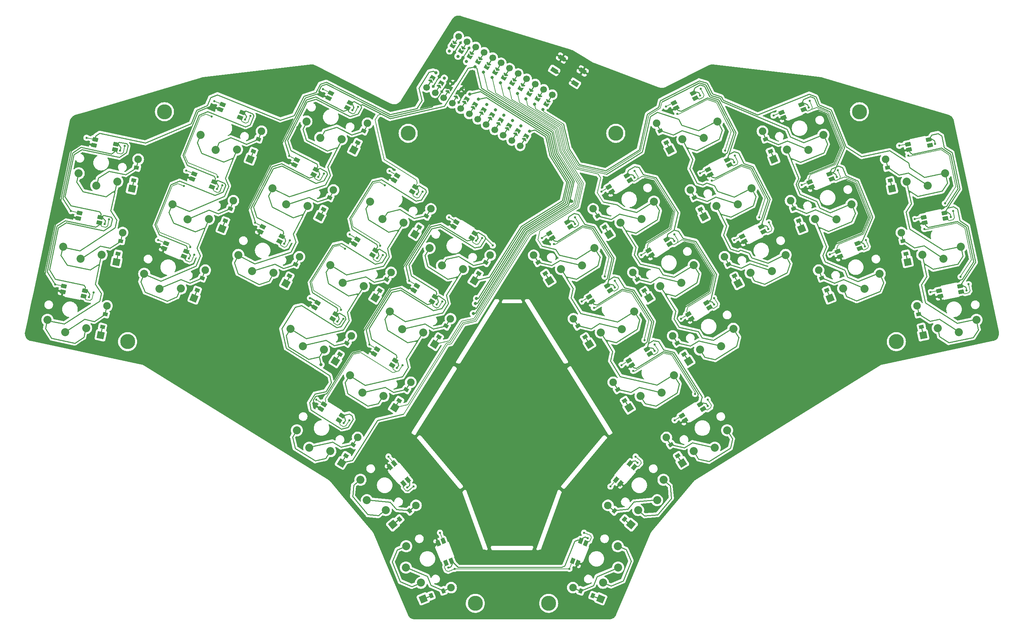
<source format=gbr>
%TF.GenerationSoftware,KiCad,Pcbnew,7.0.9*%
%TF.CreationDate,2023-11-27T23:54:21-05:00*%
%TF.ProjectId,main_r2,6d61696e-5f72-4322-9e6b-696361645f70,0.1*%
%TF.SameCoordinates,Original*%
%TF.FileFunction,Copper,L1,Top*%
%TF.FilePolarity,Positive*%
%FSLAX46Y46*%
G04 Gerber Fmt 4.6, Leading zero omitted, Abs format (unit mm)*
G04 Created by KiCad (PCBNEW 7.0.9) date 2023-11-27 23:54:21*
%MOMM*%
%LPD*%
G01*
G04 APERTURE LIST*
G04 Aperture macros list*
%AMRotRect*
0 Rectangle, with rotation*
0 The origin of the aperture is its center*
0 $1 length*
0 $2 width*
0 $3 Rotation angle, in degrees counterclockwise*
0 Add horizontal line*
21,1,$1,$2,0,0,$3*%
%AMFreePoly0*
4,1,6,0.250000,0.000000,-0.250000,-0.625000,-0.500001,-0.625000,-0.500001,0.625000,-0.250000,0.625000,0.250000,0.000000,0.250000,0.000000,$1*%
%AMFreePoly1*
4,1,6,0.500001,-0.625000,-0.650000,-0.625000,-0.150000,0.000000,-0.650000,0.625000,0.500001,0.625000,0.500001,-0.625000,0.500001,-0.625000,$1*%
G04 Aperture macros list end*
%TA.AperFunction,ComponentPad*%
%ADD10C,2.032000*%
%TD*%
%TA.AperFunction,ComponentPad*%
%ADD11C,1.700000*%
%TD*%
%TA.AperFunction,ComponentPad*%
%ADD12C,0.800000*%
%TD*%
%TA.AperFunction,SMDPad,CuDef*%
%ADD13FreePoly0,58.000000*%
%TD*%
%TA.AperFunction,SMDPad,CuDef*%
%ADD14FreePoly1,58.000000*%
%TD*%
%TA.AperFunction,SMDPad,CuDef*%
%ADD15FreePoly1,238.000000*%
%TD*%
%TA.AperFunction,SMDPad,CuDef*%
%ADD16FreePoly0,238.000000*%
%TD*%
%TA.AperFunction,SMDPad,CuDef*%
%ADD17RotRect,0.900000X1.200000X78.000000*%
%TD*%
%TA.AperFunction,ComponentPad*%
%ADD18RotRect,1.778000X1.778000X78.000000*%
%TD*%
%TA.AperFunction,ComponentPad*%
%ADD19C,1.905000*%
%TD*%
%TA.AperFunction,SMDPad,CuDef*%
%ADD20RotRect,0.900000X1.200000X68.000000*%
%TD*%
%TA.AperFunction,ComponentPad*%
%ADD21RotRect,1.778000X1.778000X68.000000*%
%TD*%
%TA.AperFunction,SMDPad,CuDef*%
%ADD22RotRect,0.900000X1.200000X63.000000*%
%TD*%
%TA.AperFunction,ComponentPad*%
%ADD23RotRect,1.778000X1.778000X63.000000*%
%TD*%
%TA.AperFunction,SMDPad,CuDef*%
%ADD24RotRect,0.900000X1.200000X58.000000*%
%TD*%
%TA.AperFunction,ComponentPad*%
%ADD25RotRect,1.778000X1.778000X58.000000*%
%TD*%
%TA.AperFunction,SMDPad,CuDef*%
%ADD26RotRect,0.900000X1.200000X40.000000*%
%TD*%
%TA.AperFunction,ComponentPad*%
%ADD27RotRect,1.778000X1.778000X40.000000*%
%TD*%
%TA.AperFunction,SMDPad,CuDef*%
%ADD28RotRect,0.900000X1.200000X22.000000*%
%TD*%
%TA.AperFunction,ComponentPad*%
%ADD29RotRect,1.778000X1.778000X22.000000*%
%TD*%
%TA.AperFunction,SMDPad,CuDef*%
%ADD30RotRect,0.900000X1.200000X102.000000*%
%TD*%
%TA.AperFunction,ComponentPad*%
%ADD31RotRect,1.778000X1.778000X102.000000*%
%TD*%
%TA.AperFunction,SMDPad,CuDef*%
%ADD32RotRect,0.900000X1.200000X112.000000*%
%TD*%
%TA.AperFunction,ComponentPad*%
%ADD33RotRect,1.778000X1.778000X112.000000*%
%TD*%
%TA.AperFunction,SMDPad,CuDef*%
%ADD34RotRect,0.900000X1.200000X117.000000*%
%TD*%
%TA.AperFunction,ComponentPad*%
%ADD35RotRect,1.778000X1.778000X117.000000*%
%TD*%
%TA.AperFunction,SMDPad,CuDef*%
%ADD36RotRect,0.900000X1.200000X122.000000*%
%TD*%
%TA.AperFunction,ComponentPad*%
%ADD37RotRect,1.778000X1.778000X122.000000*%
%TD*%
%TA.AperFunction,SMDPad,CuDef*%
%ADD38RotRect,0.900000X1.200000X140.000000*%
%TD*%
%TA.AperFunction,ComponentPad*%
%ADD39RotRect,1.778000X1.778000X140.000000*%
%TD*%
%TA.AperFunction,SMDPad,CuDef*%
%ADD40RotRect,0.900000X1.200000X158.000000*%
%TD*%
%TA.AperFunction,ComponentPad*%
%ADD41RotRect,1.778000X1.778000X158.000000*%
%TD*%
%TA.AperFunction,SMDPad,CuDef*%
%ADD42RotRect,1.800000X1.100000X328.000000*%
%TD*%
%TA.AperFunction,SMDPad,CuDef*%
%ADD43RotRect,1.400000X1.000000X348.000000*%
%TD*%
%TA.AperFunction,SMDPad,CuDef*%
%ADD44RotRect,1.400000X1.000000X338.000000*%
%TD*%
%TA.AperFunction,SMDPad,CuDef*%
%ADD45RotRect,1.400000X1.000000X333.000000*%
%TD*%
%TA.AperFunction,SMDPad,CuDef*%
%ADD46RotRect,1.400000X1.000000X328.000000*%
%TD*%
%TA.AperFunction,SMDPad,CuDef*%
%ADD47RotRect,1.400000X1.000000X310.000000*%
%TD*%
%TA.AperFunction,SMDPad,CuDef*%
%ADD48RotRect,1.400000X1.000000X292.000000*%
%TD*%
%TA.AperFunction,SMDPad,CuDef*%
%ADD49RotRect,1.400000X1.000000X12.000000*%
%TD*%
%TA.AperFunction,SMDPad,CuDef*%
%ADD50RotRect,1.400000X1.000000X22.000000*%
%TD*%
%TA.AperFunction,SMDPad,CuDef*%
%ADD51RotRect,1.400000X1.000000X27.000000*%
%TD*%
%TA.AperFunction,SMDPad,CuDef*%
%ADD52RotRect,1.400000X1.000000X32.000000*%
%TD*%
%TA.AperFunction,SMDPad,CuDef*%
%ADD53RotRect,1.400000X1.000000X50.000000*%
%TD*%
%TA.AperFunction,SMDPad,CuDef*%
%ADD54RotRect,1.400000X1.000000X68.000000*%
%TD*%
%TA.AperFunction,ComponentPad*%
%ADD55C,3.800000*%
%TD*%
%TA.AperFunction,ViaPad*%
%ADD56C,0.800000*%
%TD*%
%TA.AperFunction,ViaPad*%
%ADD57C,0.600000*%
%TD*%
%TA.AperFunction,ViaPad*%
%ADD58C,0.560000*%
%TD*%
%TA.AperFunction,Conductor*%
%ADD59C,0.250000*%
%TD*%
%TA.AperFunction,Conductor*%
%ADD60C,0.200000*%
%TD*%
%TA.AperFunction,Conductor*%
%ADD61C,0.150000*%
%TD*%
G04 APERTURE END LIST*
D10*
%TO.P,S33,1*%
%TO.N,C3*%
X157771786Y-159194113D03*
%TO.P,S33,2*%
%TO.N,mirror_inner_top*%
X163124857Y-158325418D03*
%TO.P,S33,1*%
%TO.N,C3*%
X166252267Y-153894920D03*
%TO.P,S33,2*%
%TO.N,mirror_inner_top*%
X163124857Y-158325418D03*
%TD*%
D11*
%TO.P,MCU1,24*%
%TO.N,MCU1_24*%
X123778479Y-113144431D03*
%TO.P,MCU1,1*%
%TO.N,MCU1_1*%
X131854449Y-100220178D03*
D12*
%TO.P,MCU1,124*%
%TO.N,LED*%
X126087868Y-109448637D03*
%TO.P,MCU1,1*%
%TO.N,MCU1_1*%
X129545061Y-103915971D03*
D13*
%TO.P,MCU1,24*%
%TO.N,MCU1_24*%
X124901908Y-111346569D03*
D14*
%TO.P,MCU1,124*%
%TO.N,LED*%
X125286100Y-110731734D03*
D15*
%TO.P,MCU1,1*%
%TO.N,MCU1_1*%
X130346829Y-102632875D03*
D16*
X130731020Y-102018040D03*
D11*
%TO.P,MCU1,23*%
%TO.N,MCU1_23*%
X125932522Y-114490426D03*
%TO.P,MCU1,2*%
%TO.N,MCU1_2*%
X134008491Y-101566173D03*
D12*
%TO.P,MCU1,123*%
%TO.N,DAT*%
X128241910Y-110794632D03*
%TO.P,MCU1,2*%
%TO.N,MCU1_2*%
X131699103Y-105261966D03*
D13*
%TO.P,MCU1,23*%
%TO.N,MCU1_23*%
X127055950Y-112692564D03*
D14*
%TO.P,MCU1,123*%
%TO.N,DAT*%
X127440142Y-112077729D03*
D15*
%TO.P,MCU1,2*%
%TO.N,MCU1_2*%
X132500871Y-103978870D03*
D16*
X132885062Y-103364035D03*
D11*
%TO.P,MCU1,22*%
%TO.N,MCU1_22*%
X128086564Y-115836421D03*
%TO.P,MCU1,3*%
%TO.N,MCU1_3*%
X136162533Y-102912168D03*
D12*
%TO.P,MCU1,122*%
%TO.N,GND*%
X130395952Y-112140627D03*
%TO.P,MCU1,3*%
%TO.N,MCU1_3*%
X133853145Y-106607961D03*
D13*
%TO.P,MCU1,22*%
%TO.N,MCU1_22*%
X129209993Y-114038559D03*
D14*
%TO.P,MCU1,122*%
%TO.N,GND*%
X129594184Y-113423724D03*
D15*
%TO.P,MCU1,3*%
%TO.N,MCU1_3*%
X134654913Y-105324865D03*
D16*
X135039104Y-104710030D03*
D11*
%TO.P,MCU1,21*%
%TO.N,MCU1_21*%
X130240606Y-117182416D03*
%TO.P,MCU1,4*%
%TO.N,MCU1_4*%
X138316575Y-104258163D03*
D12*
%TO.P,MCU1,121*%
%TO.N,GND*%
X132549994Y-113486622D03*
%TO.P,MCU1,4*%
%TO.N,VCC*%
X136007187Y-107953956D03*
D13*
%TO.P,MCU1,21*%
%TO.N,MCU1_21*%
X131364035Y-115384554D03*
D14*
%TO.P,MCU1,121*%
%TO.N,GND*%
X131748226Y-114769719D03*
D15*
%TO.P,MCU1,4*%
%TO.N,MCU1_4*%
X136808955Y-106670859D03*
D16*
X137193147Y-106056025D03*
D11*
%TO.P,MCU1,20*%
%TO.N,MCU1_20*%
X132394648Y-118528411D03*
%TO.P,MCU1,5*%
%TO.N,MCU1_5*%
X140470618Y-105604158D03*
D12*
%TO.P,MCU1,120*%
%TO.N,SDA*%
X134704036Y-114832617D03*
%TO.P,MCU1,5*%
%TO.N,C0*%
X138161229Y-109299951D03*
D13*
%TO.P,MCU1,20*%
%TO.N,MCU1_20*%
X133518077Y-116730549D03*
D14*
%TO.P,MCU1,120*%
%TO.N,SDA*%
X133902268Y-116115714D03*
D15*
%TO.P,MCU1,5*%
%TO.N,MCU1_5*%
X138962997Y-108016854D03*
D16*
X139347189Y-107402020D03*
D11*
%TO.P,MCU1,19*%
%TO.N,MCU1_19*%
X134548690Y-119874405D03*
%TO.P,MCU1,6*%
%TO.N,MCU1_6*%
X142624660Y-106950153D03*
D12*
%TO.P,MCU1,119*%
%TO.N,SCL*%
X136858078Y-116178612D03*
%TO.P,MCU1,6*%
%TO.N,C1*%
X140315272Y-110645946D03*
D13*
%TO.P,MCU1,19*%
%TO.N,MCU1_19*%
X135672119Y-118076544D03*
D14*
%TO.P,MCU1,119*%
%TO.N,SCL*%
X136056311Y-117461709D03*
D15*
%TO.P,MCU1,6*%
%TO.N,MCU1_6*%
X141117039Y-109362849D03*
D16*
X141501231Y-108748014D03*
D11*
%TO.P,MCU1,18*%
%TO.N,MCU1_18*%
X136702732Y-121220400D03*
%TO.P,MCU1,7*%
%TO.N,MCU1_7*%
X144778702Y-108296147D03*
D12*
%TO.P,MCU1,118*%
%TO.N,CS*%
X139012121Y-117524607D03*
%TO.P,MCU1,7*%
%TO.N,C2*%
X142469314Y-111991941D03*
D13*
%TO.P,MCU1,18*%
%TO.N,MCU1_18*%
X137826161Y-119422538D03*
D14*
%TO.P,MCU1,118*%
%TO.N,CS*%
X138210353Y-118807704D03*
D15*
%TO.P,MCU1,7*%
%TO.N,MCU1_7*%
X143271082Y-110708844D03*
D16*
X143655273Y-110094009D03*
D11*
%TO.P,MCU1,17*%
%TO.N,MCU1_17*%
X138856775Y-122566395D03*
%TO.P,MCU1,8*%
%TO.N,MCU1_8*%
X146932744Y-109642142D03*
D12*
%TO.P,MCU1,117*%
%TO.N,R0*%
X141166163Y-118870602D03*
%TO.P,MCU1,8*%
%TO.N,C3*%
X144623356Y-113337936D03*
D13*
%TO.P,MCU1,17*%
%TO.N,MCU1_17*%
X139980203Y-120768533D03*
D14*
%TO.P,MCU1,117*%
%TO.N,R0*%
X140364395Y-120153699D03*
D15*
%TO.P,MCU1,8*%
%TO.N,MCU1_8*%
X145425124Y-112054839D03*
D16*
X145809315Y-111440004D03*
D11*
%TO.P,MCU1,16*%
%TO.N,MCU1_16*%
X141010817Y-123912390D03*
%TO.P,MCU1,9*%
%TO.N,MCU1_9*%
X149086786Y-110988137D03*
D12*
%TO.P,MCU1,116*%
%TO.N,R1*%
X143320205Y-120216597D03*
%TO.P,MCU1,9*%
%TO.N,C4*%
X146777398Y-114683931D03*
D13*
%TO.P,MCU1,16*%
%TO.N,MCU1_16*%
X142134246Y-122114528D03*
D14*
%TO.P,MCU1,116*%
%TO.N,R1*%
X142518437Y-121499693D03*
D15*
%TO.P,MCU1,9*%
%TO.N,MCU1_9*%
X147579166Y-113400834D03*
D16*
X147963357Y-112785999D03*
D11*
%TO.P,MCU1,15*%
%TO.N,MCU1_15*%
X143164859Y-125258385D03*
%TO.P,MCU1,10*%
%TO.N,MCU1_10*%
X151240828Y-112334132D03*
D12*
%TO.P,MCU1,115*%
%TO.N,R2*%
X145474247Y-121562592D03*
%TO.P,MCU1,10*%
%TO.N,MCU1_10*%
X148931440Y-116029926D03*
D13*
%TO.P,MCU1,15*%
%TO.N,MCU1_15*%
X144288288Y-123460523D03*
D14*
%TO.P,MCU1,115*%
%TO.N,R2*%
X144672479Y-122845688D03*
D15*
%TO.P,MCU1,10*%
%TO.N,MCU1_10*%
X149733208Y-114746829D03*
D16*
X150117400Y-114131994D03*
D11*
%TO.P,MCU1,14*%
%TO.N,MCU1_14*%
X145318901Y-126604380D03*
%TO.P,MCU1,11*%
%TO.N,MCU1_11*%
X153394871Y-113680127D03*
D12*
%TO.P,MCU1,114*%
%TO.N,R3*%
X147628289Y-122908587D03*
%TO.P,MCU1,11*%
%TO.N,MCU1_11*%
X151085482Y-117375921D03*
D13*
%TO.P,MCU1,14*%
%TO.N,MCU1_14*%
X146442330Y-124806518D03*
D14*
%TO.P,MCU1,114*%
%TO.N,R3*%
X146826521Y-124191683D03*
D15*
%TO.P,MCU1,11*%
%TO.N,MCU1_11*%
X151887250Y-116092824D03*
D16*
X152271442Y-115477989D03*
D11*
%TO.P,MCU1,13*%
%TO.N,MCU1_13*%
X147472943Y-127950375D03*
%TO.P,MCU1,12*%
%TO.N,MCU1_12*%
X155548913Y-115026122D03*
D12*
%TO.P,MCU1,113*%
%TO.N,P9*%
X149782331Y-124254581D03*
%TO.P,MCU1,12*%
%TO.N,MCU1_12*%
X153239525Y-118721916D03*
D13*
%TO.P,MCU1,13*%
%TO.N,MCU1_13*%
X148596372Y-126152513D03*
D14*
%TO.P,MCU1,113*%
%TO.N,P9*%
X148980563Y-125537678D03*
D15*
%TO.P,MCU1,12*%
%TO.N,MCU1_12*%
X154041292Y-117438819D03*
D16*
X154425484Y-116823984D03*
%TD*%
D10*
%TO.P,S1,1*%
%TO.N,R1*%
X27741262Y-172108122D03*
%TO.P,S1,2*%
%TO.N,pinky_bottom*%
X32195385Y-175201791D03*
%TO.P,S1,1*%
%TO.N,R1*%
X37522738Y-174187239D03*
%TO.P,S1,2*%
%TO.N,pinky_bottom*%
X32195385Y-175201791D03*
%TD*%
%TO.P,S2,1*%
%TO.N,R1*%
X31691585Y-153523315D03*
%TO.P,S2,2*%
%TO.N,pinky_home*%
X36145708Y-156616984D03*
%TO.P,S2,1*%
%TO.N,R1*%
X41473061Y-155602432D03*
%TO.P,S2,2*%
%TO.N,pinky_home*%
X36145708Y-156616984D03*
%TD*%
%TO.P,S3,1*%
%TO.N,R1*%
X35641908Y-134938511D03*
%TO.P,S3,2*%
%TO.N,pinky_top*%
X40096031Y-138032180D03*
%TO.P,S3,1*%
%TO.N,R1*%
X45423384Y-137017628D03*
%TO.P,S3,2*%
%TO.N,pinky_top*%
X40096031Y-138032180D03*
%TD*%
%TO.P,S4,1*%
%TO.N,R0*%
X52245494Y-160393299D03*
%TO.P,S4,2*%
%TO.N,ring_bottom*%
X56094739Y-164213418D03*
%TO.P,S4,1*%
%TO.N,R0*%
X61517332Y-164139365D03*
%TO.P,S4,2*%
%TO.N,ring_bottom*%
X56094739Y-164213418D03*
%TD*%
%TO.P,S5,1*%
%TO.N,R0*%
X59363018Y-142776807D03*
%TO.P,S5,2*%
%TO.N,ring_home*%
X63212263Y-146596926D03*
%TO.P,S5,1*%
%TO.N,R0*%
X68634856Y-146522873D03*
%TO.P,S5,2*%
%TO.N,ring_home*%
X63212263Y-146596926D03*
%TD*%
%TO.P,S6,1*%
%TO.N,R0*%
X66480545Y-125160314D03*
%TO.P,S6,2*%
%TO.N,ring_top*%
X70329790Y-128980433D03*
%TO.P,S6,1*%
%TO.N,R0*%
X75752383Y-128906380D03*
%TO.P,S6,2*%
%TO.N,ring_top*%
X70329790Y-128980433D03*
%TD*%
%TO.P,S7,1*%
%TO.N,CS*%
X76059873Y-155635833D03*
%TO.P,S7,2*%
%TO.N,middle_bottom*%
X79561526Y-159776899D03*
%TO.P,S7,1*%
%TO.N,CS*%
X84969939Y-160175738D03*
%TO.P,S7,2*%
%TO.N,middle_bottom*%
X79561526Y-159776899D03*
%TD*%
%TO.P,S8,1*%
%TO.N,CS*%
X84685695Y-138706709D03*
%TO.P,S8,2*%
%TO.N,middle_home*%
X88187348Y-142847775D03*
%TO.P,S8,1*%
%TO.N,CS*%
X93595761Y-143246614D03*
%TO.P,S8,2*%
%TO.N,middle_home*%
X88187348Y-142847775D03*
%TD*%
%TO.P,S9,1*%
%TO.N,CS*%
X93311513Y-121777584D03*
%TO.P,S9,2*%
%TO.N,middle_top*%
X96813166Y-125918650D03*
%TO.P,S9,1*%
%TO.N,CS*%
X102221579Y-126317489D03*
%TO.P,S9,2*%
%TO.N,middle_top*%
X96813166Y-125918650D03*
%TD*%
%TO.P,S10,1*%
%TO.N,R2*%
X89302499Y-174356184D03*
%TO.P,S10,2*%
%TO.N,index_bottom*%
X92429909Y-178786682D03*
%TO.P,S10,1*%
%TO.N,R2*%
X97782980Y-179655377D03*
%TO.P,S10,2*%
%TO.N,index_bottom*%
X92429909Y-178786682D03*
%TD*%
%TO.P,S11,1*%
%TO.N,R2*%
X99370965Y-158243272D03*
%TO.P,S11,2*%
%TO.N,index_home*%
X102498375Y-162673770D03*
%TO.P,S11,1*%
%TO.N,R2*%
X107851446Y-163542465D03*
%TO.P,S11,2*%
%TO.N,index_home*%
X102498375Y-162673770D03*
%TD*%
%TO.P,S12,1*%
%TO.N,R2*%
X109439432Y-142130360D03*
%TO.P,S12,2*%
%TO.N,index_top*%
X112566842Y-146560858D03*
%TO.P,S12,1*%
%TO.N,R2*%
X117919913Y-147429553D03*
%TO.P,S12,2*%
%TO.N,index_top*%
X112566842Y-146560858D03*
%TD*%
%TO.P,S13,1*%
%TO.N,R3*%
X104355576Y-186120748D03*
%TO.P,S13,2*%
%TO.N,inner_bottom*%
X107482986Y-190551246D03*
%TO.P,S13,1*%
%TO.N,R3*%
X112836057Y-191419941D03*
%TO.P,S13,2*%
%TO.N,inner_bottom*%
X107482986Y-190551246D03*
%TD*%
%TO.P,S14,1*%
%TO.N,R3*%
X114424042Y-170007835D03*
%TO.P,S14,2*%
%TO.N,inner_home*%
X117551452Y-174438333D03*
%TO.P,S14,1*%
%TO.N,R3*%
X122904523Y-175307028D03*
%TO.P,S14,2*%
%TO.N,inner_home*%
X117551452Y-174438333D03*
%TD*%
%TO.P,S15,1*%
%TO.N,R3*%
X124492508Y-153894920D03*
%TO.P,S15,2*%
%TO.N,inner_top*%
X127619918Y-158325418D03*
%TO.P,S15,1*%
%TO.N,R3*%
X132972989Y-159194113D03*
%TO.P,S15,2*%
%TO.N,inner_top*%
X127619918Y-158325418D03*
%TD*%
%TO.P,S16,1*%
%TO.N,R0*%
X90894918Y-200113986D03*
%TO.P,S16,2*%
%TO.N,near_thumb*%
X94022328Y-204544484D03*
%TO.P,S16,1*%
%TO.N,R0*%
X99375399Y-205413179D03*
%TO.P,S16,2*%
%TO.N,near_thumb*%
X94022328Y-204544484D03*
%TD*%
%TO.P,S17,1*%
%TO.N,CS*%
X107004120Y-212666559D03*
%TO.P,S17,2*%
%TO.N,home_thumb*%
X108609365Y-217846635D03*
%TO.P,S17,1*%
%TO.N,CS*%
X113431996Y-220327003D03*
%TO.P,S17,2*%
%TO.N,home_thumb*%
X108609365Y-217846635D03*
%TD*%
%TO.P,S18,1*%
%TO.N,R2*%
X118580012Y-229502211D03*
%TO.P,S18,2*%
%TO.N,far_thumb*%
X118505959Y-234924804D03*
%TO.P,S18,1*%
%TO.N,R2*%
X122326078Y-238774049D03*
%TO.P,S18,2*%
%TO.N,far_thumb*%
X118505959Y-234924804D03*
%TD*%
%TO.P,S19,1*%
%TO.N,P10*%
X253222033Y-174187238D03*
%TO.P,S19,2*%
%TO.N,mirror_pinky_bottom*%
X258549386Y-175201790D03*
%TO.P,S19,1*%
%TO.N,P10*%
X263003509Y-172108121D03*
%TO.P,S19,2*%
%TO.N,mirror_pinky_bottom*%
X258549386Y-175201790D03*
%TD*%
%TO.P,S20,1*%
%TO.N,P10*%
X249271713Y-155602432D03*
%TO.P,S20,2*%
%TO.N,mirror_pinky_home*%
X254599066Y-156616984D03*
%TO.P,S20,1*%
%TO.N,P10*%
X259053189Y-153523315D03*
%TO.P,S20,2*%
%TO.N,mirror_pinky_home*%
X254599066Y-156616984D03*
%TD*%
%TO.P,S21,1*%
%TO.N,P10*%
X245321392Y-137017626D03*
%TO.P,S21,2*%
%TO.N,mirror_pinky_top*%
X250648745Y-138032178D03*
%TO.P,S21,1*%
%TO.N,P10*%
X255102868Y-134938509D03*
%TO.P,S21,2*%
%TO.N,mirror_pinky_top*%
X250648745Y-138032178D03*
%TD*%
%TO.P,S22,1*%
%TO.N,P16*%
X229227442Y-164139364D03*
%TO.P,S22,2*%
%TO.N,mirror_ring_bottom*%
X234650035Y-164213417D03*
%TO.P,S22,1*%
%TO.N,P16*%
X238499280Y-160393298D03*
%TO.P,S22,2*%
%TO.N,mirror_ring_bottom*%
X234650035Y-164213417D03*
%TD*%
%TO.P,S23,1*%
%TO.N,P16*%
X222109917Y-146522872D03*
%TO.P,S23,2*%
%TO.N,mirror_ring_home*%
X227532510Y-146596925D03*
%TO.P,S23,1*%
%TO.N,P16*%
X231381755Y-142776806D03*
%TO.P,S23,2*%
%TO.N,mirror_ring_home*%
X227532510Y-146596925D03*
%TD*%
%TO.P,S24,1*%
%TO.N,P16*%
X214992391Y-128906378D03*
%TO.P,S24,2*%
%TO.N,mirror_ring_top*%
X220414984Y-128980431D03*
%TO.P,S24,1*%
%TO.N,P16*%
X224264229Y-125160312D03*
%TO.P,S24,2*%
%TO.N,mirror_ring_top*%
X220414984Y-128980431D03*
%TD*%
%TO.P,S25,1*%
%TO.N,C5*%
X205774836Y-160175736D03*
%TO.P,S25,2*%
%TO.N,mirror_middle_bottom*%
X211183249Y-159776897D03*
%TO.P,S25,1*%
%TO.N,C5*%
X214684902Y-155635831D03*
%TO.P,S25,2*%
%TO.N,mirror_middle_bottom*%
X211183249Y-159776897D03*
%TD*%
%TO.P,S26,1*%
%TO.N,C5*%
X197149017Y-143246614D03*
%TO.P,S26,2*%
%TO.N,mirror_middle_home*%
X202557430Y-142847775D03*
%TO.P,S26,1*%
%TO.N,C5*%
X206059083Y-138706709D03*
%TO.P,S26,2*%
%TO.N,mirror_middle_home*%
X202557430Y-142847775D03*
%TD*%
%TO.P,S27,1*%
%TO.N,C5*%
X188523196Y-126317490D03*
%TO.P,S27,2*%
%TO.N,mirror_middle_top*%
X193931609Y-125918651D03*
%TO.P,S27,1*%
%TO.N,C5*%
X197433262Y-121777585D03*
%TO.P,S27,2*%
%TO.N,mirror_middle_top*%
X193931609Y-125918651D03*
%TD*%
%TO.P,S28,1*%
%TO.N,C4*%
X192961794Y-179655380D03*
%TO.P,S28,2*%
%TO.N,mirror_index_bottom*%
X198314865Y-178786685D03*
%TO.P,S28,1*%
%TO.N,C4*%
X201442275Y-174356187D03*
%TO.P,S28,2*%
%TO.N,mirror_index_bottom*%
X198314865Y-178786685D03*
%TD*%
%TO.P,S29,1*%
%TO.N,C4*%
X182893326Y-163542464D03*
%TO.P,S29,2*%
%TO.N,mirror_index_home*%
X188246397Y-162673769D03*
%TO.P,S29,1*%
%TO.N,C4*%
X191373807Y-158243271D03*
%TO.P,S29,2*%
%TO.N,mirror_index_home*%
X188246397Y-162673769D03*
%TD*%
%TO.P,S30,1*%
%TO.N,C4*%
X172824861Y-147429552D03*
%TO.P,S30,2*%
%TO.N,mirror_index_top*%
X178177932Y-146560857D03*
%TO.P,S30,1*%
%TO.N,C4*%
X181305342Y-142130359D03*
%TO.P,S30,2*%
%TO.N,mirror_index_top*%
X178177932Y-146560857D03*
%TD*%
%TO.P,S31,1*%
%TO.N,C3*%
X177908719Y-191419943D03*
%TO.P,S31,2*%
%TO.N,mirror_inner_bottom*%
X183261790Y-190551248D03*
%TO.P,S31,1*%
%TO.N,C3*%
X186389200Y-186120750D03*
%TO.P,S31,2*%
%TO.N,mirror_inner_bottom*%
X183261790Y-190551248D03*
%TD*%
%TO.P,S32,1*%
%TO.N,C3*%
X167840250Y-175307028D03*
%TO.P,S32,2*%
%TO.N,mirror_inner_home*%
X173193321Y-174438333D03*
%TO.P,S32,1*%
%TO.N,C3*%
X176320731Y-170007835D03*
%TO.P,S32,2*%
%TO.N,mirror_inner_home*%
X173193321Y-174438333D03*
%TD*%
%TO.P,S34,1*%
%TO.N,P16*%
X191369377Y-205413179D03*
%TO.P,S34,2*%
%TO.N,mirror_near_thumb*%
X196722448Y-204544484D03*
%TO.P,S34,1*%
%TO.N,P16*%
X199849858Y-200113986D03*
%TO.P,S34,2*%
%TO.N,mirror_near_thumb*%
X196722448Y-204544484D03*
%TD*%
%TO.P,S35,1*%
%TO.N,C5*%
X177312779Y-220327001D03*
%TO.P,S35,2*%
%TO.N,mirror_home_thumb*%
X182135410Y-217846633D03*
%TO.P,S35,1*%
%TO.N,C5*%
X183740655Y-212666557D03*
%TO.P,S35,2*%
%TO.N,mirror_home_thumb*%
X182135410Y-217846633D03*
%TD*%
%TO.P,S36,1*%
%TO.N,C4*%
X168418697Y-238774048D03*
%TO.P,S36,2*%
%TO.N,mirror_far_thumb*%
X172238816Y-234924803D03*
%TO.P,S36,1*%
%TO.N,C4*%
X172164763Y-229502210D03*
%TO.P,S36,2*%
%TO.N,mirror_far_thumb*%
X172238816Y-234924803D03*
%TD*%
D17*
%TO.P,D1,1*%
%TO.N,C1*%
X41674427Y-173894013D03*
%TO.P,D1,2*%
%TO.N,pinky_bottom*%
X42360535Y-170666125D03*
D18*
%TO.P,D1,1*%
%TO.N,C1*%
X41225337Y-176006811D03*
D19*
%TO.P,D1,2*%
%TO.N,pinky_bottom*%
X42809625Y-168553327D03*
%TD*%
D17*
%TO.P,D2,1*%
%TO.N,C0*%
X45624751Y-155309210D03*
%TO.P,D2,2*%
%TO.N,pinky_home*%
X46310859Y-152081322D03*
D18*
%TO.P,D2,1*%
%TO.N,C0*%
X45175661Y-157422008D03*
D19*
%TO.P,D2,2*%
%TO.N,pinky_home*%
X46759949Y-149968524D03*
%TD*%
D17*
%TO.P,D3,1*%
%TO.N,P9*%
X49575072Y-136724409D03*
%TO.P,D3,2*%
%TO.N,pinky_top*%
X50261180Y-133496521D03*
D18*
%TO.P,D3,1*%
%TO.N,P9*%
X49125982Y-138837207D03*
D19*
%TO.P,D3,2*%
%TO.N,pinky_top*%
X50710270Y-131383723D03*
%TD*%
D20*
%TO.P,D4,1*%
%TO.N,C1*%
X65656865Y-164571530D03*
%TO.P,D4,2*%
%TO.N,ring_bottom*%
X66893067Y-161511824D03*
D21*
%TO.P,D4,1*%
%TO.N,C1*%
X64847715Y-166574247D03*
D19*
%TO.P,D4,2*%
%TO.N,ring_bottom*%
X67702217Y-159509107D03*
%TD*%
D20*
%TO.P,D5,1*%
%TO.N,C0*%
X72774389Y-146955037D03*
%TO.P,D5,2*%
%TO.N,ring_home*%
X74010591Y-143895331D03*
D21*
%TO.P,D5,1*%
%TO.N,C0*%
X71965239Y-148957754D03*
D19*
%TO.P,D5,2*%
%TO.N,ring_home*%
X74819741Y-141892614D03*
%TD*%
D20*
%TO.P,D6,1*%
%TO.N,P9*%
X79891915Y-129338543D03*
%TO.P,D6,2*%
%TO.N,ring_top*%
X81128117Y-126278837D03*
D21*
%TO.P,D6,1*%
%TO.N,P9*%
X79082765Y-131341260D03*
D19*
%TO.P,D6,2*%
%TO.N,ring_top*%
X81937267Y-124276120D03*
%TD*%
D22*
%TO.P,D7,1*%
%TO.N,C1*%
X89056053Y-160967043D03*
%TO.P,D7,2*%
%TO.N,middle_bottom*%
X90554221Y-158026721D03*
D23*
%TO.P,D7,1*%
%TO.N,C1*%
X88075433Y-162891617D03*
D19*
%TO.P,D7,2*%
%TO.N,middle_bottom*%
X91534841Y-156102147D03*
%TD*%
D22*
%TO.P,D8,1*%
%TO.N,C0*%
X97681874Y-144037917D03*
%TO.P,D8,2*%
%TO.N,middle_home*%
X99180042Y-141097595D03*
D23*
%TO.P,D8,1*%
%TO.N,C0*%
X96701254Y-145962491D03*
D19*
%TO.P,D8,2*%
%TO.N,middle_home*%
X100160662Y-139173021D03*
%TD*%
D22*
%TO.P,D9,1*%
%TO.N,P9*%
X106307691Y-127108794D03*
%TO.P,D9,2*%
%TO.N,middle_top*%
X107805859Y-124168472D03*
D23*
%TO.P,D9,1*%
%TO.N,P9*%
X105327071Y-129033368D03*
D19*
%TO.P,D9,2*%
%TO.N,middle_top*%
X108786479Y-122243898D03*
%TD*%
D24*
%TO.P,D10,1*%
%TO.N,C1*%
X101784579Y-180799800D03*
%TO.P,D10,2*%
%TO.N,index_bottom*%
X103533313Y-178001242D03*
D25*
%TO.P,D10,1*%
%TO.N,C1*%
X100639954Y-182631584D03*
D19*
%TO.P,D10,2*%
%TO.N,index_bottom*%
X104677938Y-176169458D03*
%TD*%
D24*
%TO.P,D11,1*%
%TO.N,C0*%
X111853047Y-164686887D03*
%TO.P,D11,2*%
%TO.N,index_home*%
X113601781Y-161888329D03*
D25*
%TO.P,D11,1*%
%TO.N,C0*%
X110708422Y-166518671D03*
D19*
%TO.P,D11,2*%
%TO.N,index_home*%
X114746406Y-160056545D03*
%TD*%
D24*
%TO.P,D12,1*%
%TO.N,P9*%
X121921516Y-148573974D03*
%TO.P,D12,2*%
%TO.N,index_top*%
X123670250Y-145775416D03*
D25*
%TO.P,D12,1*%
%TO.N,P9*%
X120776891Y-150405758D03*
D19*
%TO.P,D12,2*%
%TO.N,index_top*%
X124814875Y-143943632D03*
%TD*%
D24*
%TO.P,D13,1*%
%TO.N,C1*%
X116837658Y-192564364D03*
%TO.P,D13,2*%
%TO.N,inner_bottom*%
X118586392Y-189765806D03*
D25*
%TO.P,D13,1*%
%TO.N,C1*%
X115693033Y-194396148D03*
D19*
%TO.P,D13,2*%
%TO.N,inner_bottom*%
X119731017Y-187934022D03*
%TD*%
D24*
%TO.P,D14,1*%
%TO.N,C0*%
X126906123Y-176451450D03*
%TO.P,D14,2*%
%TO.N,inner_home*%
X128654857Y-173652892D03*
D25*
%TO.P,D14,1*%
%TO.N,C0*%
X125761498Y-178283234D03*
D19*
%TO.P,D14,2*%
%TO.N,inner_home*%
X129799482Y-171821108D03*
%TD*%
D24*
%TO.P,D15,1*%
%TO.N,P9*%
X136974587Y-160338535D03*
%TO.P,D15,2*%
%TO.N,inner_top*%
X138723321Y-157539977D03*
D25*
%TO.P,D15,1*%
%TO.N,P9*%
X135829962Y-162170319D03*
D19*
%TO.P,D15,2*%
%TO.N,inner_top*%
X139867946Y-155708193D03*
%TD*%
D24*
%TO.P,D16,1*%
%TO.N,C2*%
X103377000Y-206557600D03*
%TO.P,D16,2*%
%TO.N,near_thumb*%
X105125734Y-203759042D03*
D25*
%TO.P,D16,1*%
%TO.N,C2*%
X102232375Y-208389384D03*
D19*
%TO.P,D16,2*%
%TO.N,near_thumb*%
X106270359Y-201927258D03*
%TD*%
D26*
%TO.P,D17,1*%
%TO.N,C2*%
X116884098Y-222651974D03*
%TO.P,D17,2*%
%TO.N,home_thumb*%
X119412044Y-220530774D03*
D27*
%TO.P,D17,1*%
%TO.N,C2*%
X115229442Y-224040395D03*
D19*
%TO.P,D17,2*%
%TO.N,home_thumb*%
X121066700Y-219142353D03*
%TD*%
D28*
%TO.P,D18,1*%
%TO.N,C2*%
X124890767Y-242051988D03*
%TO.P,D18,2*%
%TO.N,far_thumb*%
X127950473Y-240815786D03*
D29*
%TO.P,D18,1*%
%TO.N,C2*%
X122888050Y-242861138D03*
D19*
%TO.P,D18,2*%
%TO.N,far_thumb*%
X129953190Y-240006636D03*
%TD*%
D30*
%TO.P,D19,1*%
%TO.N,C1*%
X249070347Y-173894015D03*
%TO.P,D19,2*%
%TO.N,mirror_pinky_bottom*%
X248384239Y-170666127D03*
D31*
%TO.P,D19,1*%
%TO.N,C1*%
X249519437Y-176006813D03*
D19*
%TO.P,D19,2*%
%TO.N,mirror_pinky_bottom*%
X247935149Y-168553329D03*
%TD*%
D30*
%TO.P,D20,1*%
%TO.N,C0*%
X245120023Y-155309210D03*
%TO.P,D20,2*%
%TO.N,mirror_pinky_home*%
X244433915Y-152081322D03*
D31*
%TO.P,D20,1*%
%TO.N,C0*%
X245569113Y-157422008D03*
D19*
%TO.P,D20,2*%
%TO.N,mirror_pinky_home*%
X243984825Y-149968524D03*
%TD*%
D30*
%TO.P,D21,1*%
%TO.N,P9*%
X241169703Y-136724406D03*
%TO.P,D21,2*%
%TO.N,mirror_pinky_top*%
X240483595Y-133496518D03*
D31*
%TO.P,D21,1*%
%TO.N,P9*%
X241618793Y-138837204D03*
D19*
%TO.P,D21,2*%
%TO.N,mirror_pinky_top*%
X240034505Y-131383720D03*
%TD*%
D32*
%TO.P,D22,1*%
%TO.N,C1*%
X225087909Y-164571530D03*
%TO.P,D22,2*%
%TO.N,mirror_ring_bottom*%
X223851707Y-161511824D03*
D33*
%TO.P,D22,1*%
%TO.N,C1*%
X225897059Y-166574247D03*
D19*
%TO.P,D22,2*%
%TO.N,mirror_ring_bottom*%
X223042557Y-159509107D03*
%TD*%
D32*
%TO.P,D23,1*%
%TO.N,C0*%
X217970385Y-146955038D03*
%TO.P,D23,2*%
%TO.N,mirror_ring_home*%
X216734183Y-143895332D03*
D33*
%TO.P,D23,1*%
%TO.N,C0*%
X218779535Y-148957755D03*
D19*
%TO.P,D23,2*%
%TO.N,mirror_ring_home*%
X215925033Y-141892615D03*
%TD*%
D32*
%TO.P,D24,1*%
%TO.N,P9*%
X210852859Y-129338542D03*
%TO.P,D24,2*%
%TO.N,mirror_ring_top*%
X209616657Y-126278836D03*
D33*
%TO.P,D24,1*%
%TO.N,P9*%
X211662009Y-131341259D03*
D19*
%TO.P,D24,2*%
%TO.N,mirror_ring_top*%
X208807507Y-124276119D03*
%TD*%
D34*
%TO.P,D25,1*%
%TO.N,C1*%
X201688720Y-160967041D03*
%TO.P,D25,2*%
%TO.N,mirror_middle_bottom*%
X200190552Y-158026719D03*
D35*
%TO.P,D25,1*%
%TO.N,C1*%
X202669340Y-162891615D03*
D19*
%TO.P,D25,2*%
%TO.N,mirror_middle_bottom*%
X199209932Y-156102145D03*
%TD*%
D34*
%TO.P,D26,1*%
%TO.N,C0*%
X193062898Y-144037917D03*
%TO.P,D26,2*%
%TO.N,mirror_middle_home*%
X191564730Y-141097595D03*
D35*
%TO.P,D26,1*%
%TO.N,C0*%
X194043518Y-145962491D03*
D19*
%TO.P,D26,2*%
%TO.N,mirror_middle_home*%
X190584110Y-139173021D03*
%TD*%
D34*
%TO.P,D27,1*%
%TO.N,P9*%
X184437081Y-127108795D03*
%TO.P,D27,2*%
%TO.N,mirror_middle_top*%
X182938913Y-124168473D03*
D35*
%TO.P,D27,1*%
%TO.N,P9*%
X185417701Y-129033369D03*
D19*
%TO.P,D27,2*%
%TO.N,mirror_middle_top*%
X181958293Y-122243899D03*
%TD*%
D36*
%TO.P,D28,1*%
%TO.N,C1*%
X188960193Y-180799802D03*
%TO.P,D28,2*%
%TO.N,mirror_index_bottom*%
X187211459Y-178001244D03*
D37*
%TO.P,D28,1*%
%TO.N,C1*%
X190104818Y-182631586D03*
D19*
%TO.P,D28,2*%
%TO.N,mirror_index_bottom*%
X186066834Y-176169460D03*
%TD*%
D36*
%TO.P,D29,1*%
%TO.N,C0*%
X178891727Y-164686888D03*
%TO.P,D29,2*%
%TO.N,mirror_index_home*%
X177142993Y-161888330D03*
D37*
%TO.P,D29,1*%
%TO.N,C0*%
X180036352Y-166518672D03*
D19*
%TO.P,D29,2*%
%TO.N,mirror_index_home*%
X175998368Y-160056546D03*
%TD*%
D36*
%TO.P,D30,1*%
%TO.N,P9*%
X168823261Y-148573973D03*
%TO.P,D30,2*%
%TO.N,mirror_index_top*%
X167074527Y-145775415D03*
D37*
%TO.P,D30,1*%
%TO.N,P9*%
X169967886Y-150405757D03*
D19*
%TO.P,D30,2*%
%TO.N,mirror_index_top*%
X165929902Y-143943631D03*
%TD*%
D36*
%TO.P,D31,1*%
%TO.N,C1*%
X173907119Y-192564362D03*
%TO.P,D31,2*%
%TO.N,mirror_inner_bottom*%
X172158385Y-189765804D03*
D37*
%TO.P,D31,1*%
%TO.N,C1*%
X175051744Y-194396146D03*
D19*
%TO.P,D31,2*%
%TO.N,mirror_inner_bottom*%
X171013760Y-187934020D03*
%TD*%
D36*
%TO.P,D32,1*%
%TO.N,C0*%
X163838652Y-176451451D03*
%TO.P,D32,2*%
%TO.N,mirror_inner_home*%
X162089918Y-173652893D03*
D37*
%TO.P,D32,1*%
%TO.N,C0*%
X164983277Y-178283235D03*
D19*
%TO.P,D32,2*%
%TO.N,mirror_inner_home*%
X160945293Y-171821109D03*
%TD*%
D36*
%TO.P,D33,1*%
%TO.N,P9*%
X153770186Y-160338537D03*
%TO.P,D33,2*%
%TO.N,mirror_inner_top*%
X152021452Y-157539979D03*
D37*
%TO.P,D33,1*%
%TO.N,P9*%
X154914811Y-162170321D03*
D19*
%TO.P,D33,2*%
%TO.N,mirror_inner_top*%
X150876827Y-155708195D03*
%TD*%
D36*
%TO.P,D34,1*%
%TO.N,C2*%
X187367775Y-206557602D03*
%TO.P,D34,2*%
%TO.N,mirror_near_thumb*%
X185619041Y-203759044D03*
D37*
%TO.P,D34,1*%
%TO.N,C2*%
X188512400Y-208389386D03*
D19*
%TO.P,D34,2*%
%TO.N,mirror_near_thumb*%
X184474416Y-201927260D03*
%TD*%
D38*
%TO.P,D35,1*%
%TO.N,C2*%
X173860678Y-222651972D03*
%TO.P,D35,2*%
%TO.N,mirror_home_thumb*%
X171332732Y-220530772D03*
D39*
%TO.P,D35,1*%
%TO.N,C2*%
X175515334Y-224040393D03*
D19*
%TO.P,D35,2*%
%TO.N,mirror_home_thumb*%
X169678076Y-219142351D03*
%TD*%
D40*
%TO.P,D36,1*%
%TO.N,C2*%
X165854008Y-242051987D03*
%TO.P,D36,2*%
%TO.N,mirror_far_thumb*%
X162794302Y-240815785D03*
D41*
%TO.P,D36,1*%
%TO.N,C2*%
X167856725Y-242861137D03*
D19*
%TO.P,D36,2*%
%TO.N,mirror_far_thumb*%
X160791585Y-240006635D03*
%TD*%
D42*
%TO.P,B1,1*%
%TO.N,GND*%
X158031611Y-105693667D03*
X163289509Y-108979167D03*
%TO.P,B1,2*%
%TO.N,RST*%
X156070909Y-108831445D03*
X161328807Y-112116945D03*
%TD*%
D43*
%TO.P,LED1,4*%
%TO.N,LED_3*%
X31903790Y-163587359D03*
%TO.P,LED1,3*%
%TO.N,GND*%
X31612713Y-164956766D03*
%TO.P,LED1,1*%
%TO.N,VCC*%
X37185787Y-164710082D03*
%TO.P,LED1,2*%
%TO.N,LED_4*%
X36894710Y-166079489D03*
%TD*%
%TO.P,LED2,4*%
%TO.N,LED_2*%
X35854111Y-145002555D03*
%TO.P,LED2,3*%
%TO.N,GND*%
X35563034Y-146371962D03*
%TO.P,LED2,1*%
%TO.N,VCC*%
X41136108Y-146125278D03*
%TO.P,LED2,2*%
%TO.N,LED_3*%
X40845031Y-147494685D03*
%TD*%
%TO.P,LED3,4*%
%TO.N,LED*%
X39804434Y-126417752D03*
%TO.P,LED3,3*%
%TO.N,GND*%
X39513357Y-127787159D03*
%TO.P,LED3,1*%
%TO.N,VCC*%
X45086431Y-127540475D03*
%TO.P,LED3,2*%
%TO.N,LED_2*%
X44795354Y-128909882D03*
%TD*%
D44*
%TO.P,LED4,4*%
%TO.N,LED_4*%
X57824400Y-152724802D03*
%TO.P,LED4,3*%
%TO.N,GND*%
X57299951Y-154022860D03*
%TO.P,LED4,1*%
%TO.N,VCC*%
X62831193Y-154747678D03*
%TO.P,LED4,2*%
%TO.N,LED_5*%
X62306744Y-156045736D03*
%TD*%
%TO.P,LED5,4*%
%TO.N,LED_5*%
X64941922Y-135108309D03*
%TO.P,LED5,3*%
%TO.N,GND*%
X64417473Y-136406367D03*
%TO.P,LED5,1*%
%TO.N,VCC*%
X69948715Y-137131185D03*
%TO.P,LED5,2*%
%TO.N,LED_6*%
X69424266Y-138429243D03*
%TD*%
%TO.P,LED6,4*%
%TO.N,LED_6*%
X72059447Y-117491815D03*
%TO.P,LED6,3*%
%TO.N,GND*%
X71534998Y-118789873D03*
%TO.P,LED6,1*%
%TO.N,VCC*%
X77066240Y-119514691D03*
%TO.P,LED6,2*%
%TO.N,LED_7*%
X76541791Y-120812749D03*
%TD*%
D45*
%TO.P,LED7,4*%
%TO.N,LED_9*%
X82285902Y-148482752D03*
%TO.P,LED7,3*%
%TO.N,GND*%
X81650315Y-149730161D03*
%TO.P,LED7,1*%
%TO.N,VCC*%
X87097337Y-150934301D03*
%TO.P,LED7,2*%
%TO.N,LED_10*%
X86461750Y-152181710D03*
%TD*%
%TO.P,LED8,4*%
%TO.N,LED_8*%
X90911720Y-131553627D03*
%TO.P,LED8,3*%
%TO.N,GND*%
X90276133Y-132801036D03*
%TO.P,LED8,1*%
%TO.N,VCC*%
X95723155Y-134005176D03*
%TO.P,LED8,2*%
%TO.N,LED_9*%
X95087568Y-135252585D03*
%TD*%
%TO.P,LED9,4*%
%TO.N,LED_7*%
X99537542Y-114624502D03*
%TO.P,LED9,3*%
%TO.N,GND*%
X98901955Y-115871911D03*
%TO.P,LED9,1*%
%TO.N,VCC*%
X104348977Y-117076051D03*
%TO.P,LED9,2*%
%TO.N,LED_8*%
X103713390Y-118323460D03*
%TD*%
D46*
%TO.P,LED10,4*%
%TO.N,LED_10*%
X96128268Y-167772958D03*
%TO.P,LED10,3*%
%TO.N,GND*%
X95386381Y-168960226D03*
%TO.P,LED10,1*%
%TO.N,VCC*%
X100707727Y-170634522D03*
%TO.P,LED10,2*%
%TO.N,LED_11*%
X99965840Y-171821790D03*
%TD*%
%TO.P,LED11,4*%
%TO.N,LED_11*%
X106196736Y-151660045D03*
%TO.P,LED11,3*%
%TO.N,GND*%
X105454849Y-152847313D03*
%TO.P,LED11,1*%
%TO.N,VCC*%
X110776195Y-154521609D03*
%TO.P,LED11,2*%
%TO.N,LED_12*%
X110034308Y-155708877D03*
%TD*%
%TO.P,LED12,4*%
%TO.N,LED_12*%
X116265202Y-135547132D03*
%TO.P,LED12,3*%
%TO.N,GND*%
X115523315Y-136734400D03*
%TO.P,LED12,1*%
%TO.N,VCC*%
X120844661Y-138408696D03*
%TO.P,LED12,2*%
%TO.N,LED_13*%
X120102774Y-139595964D03*
%TD*%
%TO.P,LED13,4*%
%TO.N,LED_15*%
X111181343Y-179537523D03*
%TO.P,LED13,3*%
%TO.N,GND*%
X110439456Y-180724791D03*
%TO.P,LED13,1*%
%TO.N,VCC*%
X115760802Y-182399087D03*
%TO.P,LED13,2*%
%TO.N,LED_16*%
X115018915Y-183586355D03*
%TD*%
%TO.P,LED14,4*%
%TO.N,LED_14*%
X121249808Y-163424608D03*
%TO.P,LED14,3*%
%TO.N,GND*%
X120507921Y-164611876D03*
%TO.P,LED14,1*%
%TO.N,VCC*%
X125829267Y-166286172D03*
%TO.P,LED14,2*%
%TO.N,LED_15*%
X125087380Y-167473440D03*
%TD*%
%TO.P,LED15,4*%
%TO.N,LED_13*%
X131318276Y-147311693D03*
%TO.P,LED15,3*%
%TO.N,GND*%
X130576389Y-148498961D03*
%TO.P,LED15,1*%
%TO.N,VCC*%
X135897735Y-150173257D03*
%TO.P,LED15,2*%
%TO.N,LED_14*%
X135155848Y-151360525D03*
%TD*%
%TO.P,LED16,4*%
%TO.N,LED_16*%
X97720685Y-193530754D03*
%TO.P,LED16,3*%
%TO.N,GND*%
X96978798Y-194718022D03*
%TO.P,LED16,1*%
%TO.N,VCC*%
X102300144Y-196392318D03*
%TO.P,LED16,2*%
%TO.N,LED_17*%
X101558257Y-197579586D03*
%TD*%
D47*
%TO.P,LED17,4*%
%TO.N,LED_17*%
X115530140Y-208514815D03*
%TO.P,LED17,3*%
%TO.N,GND*%
X114457677Y-209414717D03*
%TO.P,LED17,1*%
%TO.N,VCC*%
X119001193Y-212651455D03*
%TO.P,LED17,2*%
%TO.N,LED_18*%
X117928730Y-213551357D03*
%TD*%
D48*
%TO.P,LED18,4*%
%TO.N,LED_18*%
X127971702Y-228188353D03*
%TO.P,LED18,3*%
%TO.N,GND*%
X126673644Y-228712802D03*
%TO.P,LED18,1*%
%TO.N,VCC*%
X129994578Y-233195146D03*
%TO.P,LED18,2*%
%TO.N,LED_19*%
X128696520Y-233719595D03*
%TD*%
D49*
%TO.P,LED19,4*%
%TO.N,LED_34*%
X253558987Y-164710084D03*
%TO.P,LED19,3*%
%TO.N,GND*%
X253850064Y-166079491D03*
%TO.P,LED19,1*%
%TO.N,VCC*%
X258840984Y-163587361D03*
%TO.P,LED19,2*%
%TO.N,LED_35*%
X259132061Y-164956768D03*
%TD*%
%TO.P,LED20,4*%
%TO.N,LED_35*%
X249608665Y-146125277D03*
%TO.P,LED20,3*%
%TO.N,GND*%
X249899742Y-147494684D03*
%TO.P,LED20,1*%
%TO.N,VCC*%
X254890662Y-145002554D03*
%TO.P,LED20,2*%
%TO.N,LED_36*%
X255181739Y-146371961D03*
%TD*%
%TO.P,LED21,4*%
%TO.N,LED_36*%
X245658343Y-127540471D03*
%TO.P,LED21,3*%
%TO.N,GND*%
X245949420Y-128909878D03*
%TO.P,LED21,1*%
%TO.N,VCC*%
X250940340Y-126417748D03*
%TO.P,LED21,2*%
%TO.N,N/C*%
X251231417Y-127787155D03*
%TD*%
D50*
%TO.P,LED22,4*%
%TO.N,LED_33*%
X227913583Y-154747678D03*
%TO.P,LED22,3*%
%TO.N,GND*%
X228438032Y-156045736D03*
%TO.P,LED22,1*%
%TO.N,VCC*%
X232920376Y-152724802D03*
%TO.P,LED22,2*%
%TO.N,LED_34*%
X233444825Y-154022860D03*
%TD*%
%TO.P,LED23,4*%
%TO.N,LED_32*%
X220796060Y-137131186D03*
%TO.P,LED23,3*%
%TO.N,GND*%
X221320509Y-138429244D03*
%TO.P,LED23,1*%
%TO.N,VCC*%
X225802853Y-135108310D03*
%TO.P,LED23,2*%
%TO.N,LED_33*%
X226327302Y-136406368D03*
%TD*%
%TO.P,LED24,4*%
%TO.N,LED_31*%
X213678534Y-119514693D03*
%TO.P,LED24,3*%
%TO.N,GND*%
X214202983Y-120812751D03*
%TO.P,LED24,1*%
%TO.N,VCC*%
X218685327Y-117491817D03*
%TO.P,LED24,2*%
%TO.N,LED_32*%
X219209776Y-118789875D03*
%TD*%
D51*
%TO.P,LED25,4*%
%TO.N,LED_28*%
X203647440Y-150934300D03*
%TO.P,LED25,3*%
%TO.N,GND*%
X204283027Y-152181709D03*
%TO.P,LED25,1*%
%TO.N,VCC*%
X208458875Y-148482751D03*
%TO.P,LED25,2*%
%TO.N,LED_29*%
X209094462Y-149730160D03*
%TD*%
%TO.P,LED26,4*%
%TO.N,LED_29*%
X195021618Y-134005175D03*
%TO.P,LED26,3*%
%TO.N,GND*%
X195657205Y-135252584D03*
%TO.P,LED26,1*%
%TO.N,VCC*%
X199833053Y-131553626D03*
%TO.P,LED26,2*%
%TO.N,LED_30*%
X200468640Y-132801035D03*
%TD*%
%TO.P,LED27,4*%
%TO.N,LED_30*%
X186395802Y-117076051D03*
%TO.P,LED27,3*%
%TO.N,GND*%
X187031389Y-118323460D03*
%TO.P,LED27,1*%
%TO.N,VCC*%
X191207237Y-114624502D03*
%TO.P,LED27,2*%
%TO.N,LED_31*%
X191842824Y-115871911D03*
%TD*%
D52*
%TO.P,LED28,4*%
%TO.N,LED_27*%
X190037046Y-170634523D03*
%TO.P,LED28,3*%
%TO.N,GND*%
X190778933Y-171821791D03*
%TO.P,LED28,1*%
%TO.N,VCC*%
X194616505Y-167772959D03*
%TO.P,LED28,2*%
%TO.N,LED_28*%
X195358392Y-168960227D03*
%TD*%
%TO.P,LED29,4*%
%TO.N,LED_26*%
X179968582Y-154521608D03*
%TO.P,LED29,3*%
%TO.N,GND*%
X180710469Y-155708876D03*
%TO.P,LED29,1*%
%TO.N,VCC*%
X184548041Y-151660044D03*
%TO.P,LED29,2*%
%TO.N,LED_27*%
X185289928Y-152847312D03*
%TD*%
%TO.P,LED30,4*%
%TO.N,LED_25*%
X169900112Y-138408696D03*
%TO.P,LED30,3*%
%TO.N,GND*%
X170641999Y-139595964D03*
%TO.P,LED30,1*%
%TO.N,VCC*%
X174479571Y-135547132D03*
%TO.P,LED30,2*%
%TO.N,LED_26*%
X175221458Y-136734400D03*
%TD*%
%TO.P,LED31,4*%
%TO.N,LED_22*%
X174983973Y-182399084D03*
%TO.P,LED31,3*%
%TO.N,GND*%
X175725860Y-183586352D03*
%TO.P,LED31,1*%
%TO.N,VCC*%
X179563432Y-179537520D03*
%TO.P,LED31,2*%
%TO.N,LED_23*%
X180305319Y-180724788D03*
%TD*%
%TO.P,LED32,4*%
%TO.N,LED_23*%
X164915506Y-166286172D03*
%TO.P,LED32,3*%
%TO.N,GND*%
X165657393Y-167473440D03*
%TO.P,LED32,1*%
%TO.N,VCC*%
X169494965Y-163424608D03*
%TO.P,LED32,2*%
%TO.N,LED_24*%
X170236852Y-164611876D03*
%TD*%
%TO.P,LED33,4*%
%TO.N,LED_24*%
X154847041Y-150173257D03*
%TO.P,LED33,3*%
%TO.N,GND*%
X155588928Y-151360525D03*
%TO.P,LED33,1*%
%TO.N,VCC*%
X159426500Y-147311693D03*
%TO.P,LED33,2*%
%TO.N,LED_25*%
X160168387Y-148498961D03*
%TD*%
%TO.P,LED34,4*%
%TO.N,LED_21*%
X188444629Y-196392318D03*
%TO.P,LED34,3*%
%TO.N,GND*%
X189186516Y-197579586D03*
%TO.P,LED34,1*%
%TO.N,VCC*%
X193024088Y-193530754D03*
%TO.P,LED34,2*%
%TO.N,LED_22*%
X193765975Y-194718022D03*
%TD*%
D53*
%TO.P,LED35,4*%
%TO.N,LED_20*%
X171743582Y-212651454D03*
%TO.P,LED35,3*%
%TO.N,GND*%
X172816045Y-213551356D03*
%TO.P,LED35,1*%
%TO.N,VCC*%
X175214635Y-208514814D03*
%TO.P,LED35,2*%
%TO.N,LED_21*%
X176287098Y-209414716D03*
%TD*%
D54*
%TO.P,LED36,4*%
%TO.N,LED_19*%
X160750198Y-233195146D03*
%TO.P,LED36,3*%
%TO.N,GND*%
X162048256Y-233719595D03*
%TO.P,LED36,1*%
%TO.N,VCC*%
X162773074Y-228188353D03*
%TO.P,LED36,2*%
%TO.N,LED_20*%
X164071132Y-228712802D03*
%TD*%
D55*
%TO.P,H1,*%
%TO.N,*%
X57365216Y-119313599D03*
%TD*%
%TO.P,H2,*%
%TO.N,*%
X233379559Y-119313600D03*
%TD*%
%TO.P,H3,*%
%TO.N,*%
X119083784Y-124809089D03*
%TD*%
%TO.P,H4,*%
%TO.N,*%
X171660987Y-124809089D03*
%TD*%
%TO.P,H5,*%
%TO.N,*%
X48032866Y-177648045D03*
%TD*%
%TO.P,H6,*%
%TO.N,*%
X242711906Y-177648041D03*
%TD*%
%TO.P,H7,*%
%TO.N,*%
X136085730Y-244000136D03*
%TD*%
%TO.P,H8,*%
%TO.N,*%
X154659044Y-244000135D03*
%TD*%
D56*
%TO.N,VCC*%
X160456512Y-142015771D03*
X135590599Y-170516068D03*
%TO.N,GND*%
X135860192Y-169247736D03*
%TO.N,SDA*%
X136129784Y-167979405D03*
%TO.N,SCL*%
X136399376Y-166711074D03*
%TO.N,GND*%
X91140082Y-123339592D03*
X95200083Y-120389592D03*
X131170083Y-164129592D03*
D57*
X129444350Y-163134092D03*
X127684350Y-164054093D03*
%TO.N,VCC*%
X140504348Y-153224092D03*
%TO.N,GND*%
X156920315Y-109416746D03*
X158922302Y-106304763D03*
D58*
%TO.N,LED_27*%
X188138013Y-171813630D03*
%TO.N,LED_22*%
X176056122Y-185040299D03*
%TO.N,LED_24*%
X168841550Y-161126839D03*
X152948011Y-151352632D03*
%TO.N,LED_25*%
X168001013Y-139587624D03*
%TO.N,LED_24*%
X155999931Y-152924414D03*
X171412010Y-162219617D03*
%TO.N,LED_26*%
X178069008Y-155700627D03*
%TO.N,LED_20*%
X163625006Y-226089621D03*
%TO.N,LED_26*%
X176397004Y-134341620D03*
%TO.N,LED_22*%
X194941010Y-192325634D03*
%TO.N,LED_23*%
X163016009Y-167465628D03*
X178924149Y-177269729D03*
%TO.N,LED_25*%
X161344006Y-146106619D03*
%TO.N,LED_23*%
X166123331Y-169031267D03*
%TO.N,LED_21*%
X186546011Y-197571632D03*
X176670006Y-206778626D03*
%TO.N,LED_22*%
X173085019Y-183578629D03*
X191735062Y-190902501D03*
%TO.N,LED_20*%
X170306011Y-214361630D03*
%TO.N,LED_23*%
X181481015Y-178332623D03*
%TO.N,LED_12*%
X111972012Y-153303626D03*
%TO.N,LED_35*%
X261025987Y-163057457D03*
%TO.N,LED_16*%
X95822010Y-192325623D03*
%TO.N,LED_11*%
X104298012Y-150454625D03*
%TO.N,LED_5*%
X63902012Y-153613625D03*
%TO.N,LED_36*%
X245771718Y-130466508D03*
%TO.N,LED_30*%
X199348009Y-129159452D03*
%TO.N,LED_28*%
X196534014Y-166567622D03*
%TO.N,LED_29*%
X207985300Y-146119668D03*
%TO.N,LED_31*%
X193188095Y-113542941D03*
%TO.N,LED_8*%
X106363012Y-118084621D03*
%TO.N,LED_10*%
X94229017Y-166567628D03*
%TO.N,LED_32*%
X220783142Y-116597661D03*
%TO.N,LED_33*%
X227900185Y-134214159D03*
%TO.N,LED_36*%
X255033502Y-142566356D03*
%TO.N,LED_12*%
X114366010Y-134341623D03*
%TO.N,LED_34*%
X251342086Y-165115484D03*
%TO.N,LED_35*%
X249775733Y-149064415D03*
%TO.N,LED_14*%
X119351007Y-162219627D03*
%TO.N,LED_19*%
X159916009Y-235268622D03*
%TO.N,LED_14*%
X137815014Y-151352629D03*
%TO.N,LED_15*%
X109282010Y-178332621D03*
%TO.N,LED_7*%
X79161009Y-120344627D03*
%TO.N,LED_5*%
X64926013Y-155577626D03*
%TO.N,LED_9*%
X80290001Y-147448621D03*
%TO.N,LED_6*%
X69342007Y-120523631D03*
%TO.N,LED_18*%
X120456015Y-214361619D03*
%TO.N,LED_13*%
X129419006Y-146106620D03*
%TO.N,LED_12*%
X113182011Y-137943625D03*
%TO.N,LED_6*%
X69982012Y-116635627D03*
%TO.N,LED_27*%
X186465011Y-150454629D03*
%TO.N,LED_30*%
X184366829Y-118037213D03*
X187270144Y-119869019D03*
X201813447Y-130472103D03*
%TO.N,LED_28*%
X201618524Y-151895644D03*
%TO.N,LED_9*%
X97737000Y-135013622D03*
%TO.N,LED_29*%
X195951218Y-136796904D03*
%TO.N,LED_35*%
X258986852Y-161184160D03*
%TO.N,LED_18*%
X127138009Y-226089623D03*
%TO.N,LED_10*%
X89111012Y-151942627D03*
%TO.N,LED_35*%
X247391298Y-146530415D03*
%TO.N,LED_17*%
X114093009Y-206778620D03*
%TO.N,LED_11*%
X103102005Y-154063619D03*
%TO.N,LED_5*%
X62262007Y-138153619D03*
%TO.N,LED_17*%
X104217007Y-197571622D03*
%TO.N,LED_16*%
X117678008Y-183578622D03*
%TO.N,LED_11*%
X102625004Y-171813633D03*
%TO.N,LED_13*%
X122762007Y-139587625D03*
%TO.N,LED_6*%
X70822013Y-135893619D03*
%TO.N,LED_8*%
X88916006Y-130519622D03*
%TO.N,LED_11*%
X102062014Y-169573622D03*
%TO.N,LED_29*%
X192992181Y-134966381D03*
%TO.N,LED_12*%
X112693010Y-155700621D03*
%TO.N,LED_19*%
X130846009Y-235268625D03*
%TO.N,LED_29*%
X210439793Y-147401363D03*
%TO.N,LED_31*%
X211603734Y-120306011D03*
%TO.N,LED_15*%
X127746000Y-167465626D03*
%TO.N,LED_32*%
X218720789Y-137922523D03*
%TO.N,LED_7*%
X97542015Y-113589626D03*
%TO.N,LED_33*%
X225838823Y-155539183D03*
%TO.N,LED_36*%
X243441435Y-127945688D03*
%TO.N,LED_6*%
X72044011Y-137960623D03*
%TO.N,LED_36*%
X257075194Y-144472387D03*
%TO.N,LED_34*%
X235018222Y-151830826D03*
%TO.N,VCC*%
X201655906Y-132123663D03*
X111197005Y-156416624D03*
%TO.N,GND*%
X194421077Y-135810131D03*
X220070707Y-138887577D03*
X70283006Y-118267624D03*
%TO.N,VCC*%
X260446697Y-164611017D03*
%TO.N,GND*%
X169498012Y-140303622D03*
%TO.N,VCC*%
X161331011Y-147765616D03*
%TO.N,GND*%
X203047504Y-152738393D03*
%TO.N,VCC*%
X70694010Y-138925620D03*
X77812013Y-121309631D03*
X252545709Y-127442166D03*
X63577007Y-156542634D03*
%TO.N,GND*%
X212953659Y-121271085D03*
%TO.N,VCC*%
X256495564Y-146026890D03*
X227599307Y-135845694D03*
%TO.N,GND*%
X174582016Y-184293620D03*
X114379006Y-136000620D03*
%TO.N,VCC*%
X196521009Y-168226619D03*
X38234010Y-166349623D03*
%TO.N,GND*%
X34242008Y-146076621D03*
X94242015Y-168226621D03*
%TO.N,VCC*%
X102721007Y-198287625D03*
X210282327Y-149051918D03*
%TO.N,LED_5*%
X62865007Y-134252617D03*
%TO.N,LED_4*%
X39396013Y-165164623D03*
%TO.N,LED*%
X37613005Y-125936623D03*
%TO.N,VCC*%
X104934008Y-118927622D03*
%TO.N,LED_2*%
X33662004Y-144521624D03*
%TO.N,VCC*%
X129215013Y-234967622D03*
X46135015Y-129179617D03*
X193030555Y-115194491D03*
%TO.N,GND*%
X129432012Y-147765626D03*
%TO.N,LED_2*%
X47296003Y-127995626D03*
%TO.N,LED_3*%
X43346017Y-146579615D03*
%TO.N,VCC*%
X96308015Y-135856629D03*
X121265008Y-140303623D03*
X220482252Y-118229204D03*
%TO.N,LED_3*%
X29712010Y-163106631D03*
%TO.N,LED_4*%
X55747013Y-151868624D03*
%TO.N,VCC*%
X164590016Y-227438632D03*
X87683007Y-152786625D03*
X176384009Y-136000625D03*
%TO.N,GND*%
X126173009Y-227438625D03*
X113592017Y-208359623D03*
X185795724Y-118880960D03*
%TO.N,VCC*%
X118812009Y-214580623D03*
X116181014Y-184293620D03*
%TO.N,GND*%
X95834007Y-193984630D03*
X188042009Y-198287628D03*
%TO.N,VCC*%
X194928022Y-193984623D03*
X234717348Y-153462368D03*
X136318013Y-152068617D03*
X42184010Y-147764628D03*
X186452015Y-152113622D03*
X126250011Y-168181618D03*
X171399006Y-163878620D03*
X181468001Y-179990626D03*
%TO.N,GND*%
X248553129Y-147715242D03*
%TO.N,VCC*%
X101128013Y-172529619D03*
X177170014Y-208359620D03*
%TO.N,GND*%
X161548010Y-234967624D03*
X80448010Y-149099618D03*
X244603272Y-129130504D03*
X119364010Y-163878625D03*
X171951003Y-214580627D03*
X227188737Y-156504247D03*
X30290999Y-164660619D03*
X109295014Y-179990621D03*
D56*
%TO.N,R2*%
X96991937Y-183446953D03*
D58*
%TO.N,GND*%
X164513008Y-168181628D03*
X252504271Y-166299371D03*
X38192005Y-127491626D03*
X89073009Y-132170624D03*
X104310010Y-152113622D03*
X154445010Y-152068621D03*
X56048012Y-153500624D03*
X189635000Y-172529623D03*
X63165009Y-135883621D03*
X179566006Y-156416617D03*
X97699001Y-115241625D03*
%TD*%
D59*
%TO.N,P9*%
X139666584Y-161284565D02*
X135829962Y-162170319D01*
X147149732Y-149309025D02*
X139666584Y-161284565D01*
X147698986Y-148397487D02*
X147149732Y-149309025D01*
X149859791Y-147051825D02*
X147698986Y-148397487D01*
X158093370Y-141906913D02*
X149859791Y-147051825D01*
X155022562Y-130536908D02*
X159181687Y-137192898D01*
X154861434Y-129835751D02*
X155022562Y-130536908D01*
X154288187Y-127352750D02*
X154288195Y-127352754D01*
X153886908Y-125614587D02*
X154288194Y-127352741D01*
X154288195Y-127352754D02*
X154500323Y-128271572D01*
X151190264Y-123929536D02*
X153886908Y-125614587D01*
X149782332Y-124254581D02*
X151190264Y-123929536D01*
X154288194Y-127352741D02*
X154288187Y-127352750D01*
X159181687Y-137192898D02*
X158093370Y-141906913D01*
X154500323Y-128271572D02*
X154861434Y-129835751D01*
%TO.N,SCL*%
X138886094Y-115710408D02*
X136858079Y-116178612D01*
X154283444Y-125331740D02*
X138886094Y-115710408D01*
X154896859Y-127988725D02*
X154283444Y-125331740D01*
X159662083Y-137112506D02*
X155445267Y-130364191D01*
X155445267Y-130364191D02*
X154896852Y-127988735D01*
X149419816Y-147857382D02*
X158489907Y-142189760D01*
X149416166Y-147858224D02*
X149419816Y-147857382D01*
X158489907Y-142189760D02*
X159662083Y-137112506D01*
X148046829Y-148710991D02*
X149416166Y-147858224D01*
X147725025Y-149237551D02*
X148046829Y-148710991D01*
X154896852Y-127988735D02*
X154896859Y-127988725D01*
%TO.N,SDA*%
X148374591Y-149037627D02*
X148107834Y-149474114D01*
X149162970Y-148547151D02*
X148374591Y-149037627D01*
X149166413Y-148546357D02*
X149162970Y-148547151D01*
X155517318Y-128675795D02*
X155517312Y-128675806D01*
X155517312Y-128675806D02*
X155866796Y-130189590D01*
X160142480Y-137032116D02*
X158886442Y-142472607D01*
X154679981Y-125048892D02*
X155517318Y-128675795D01*
X155866796Y-130189590D02*
X160142480Y-137032116D01*
X158886442Y-142472607D02*
X149166413Y-148546357D01*
X134704037Y-114832617D02*
X137352139Y-114221255D01*
X137352139Y-114221255D02*
X154679981Y-125048892D01*
%TO.N,GND*%
X136353733Y-169133793D02*
X135860192Y-169247736D01*
X148490668Y-149710638D02*
X136353733Y-169133793D01*
X159282979Y-142755456D02*
X148699683Y-149368630D01*
X160622876Y-136951724D02*
X159282979Y-142755456D01*
X148699683Y-149368630D02*
X148490668Y-149710638D01*
X156123729Y-129302054D02*
X156288322Y-130014987D01*
X156123734Y-129302034D02*
X156123729Y-129302054D01*
X155070426Y-124739659D02*
X156123734Y-129302034D01*
X156288322Y-130014987D02*
X160622876Y-136951724D01*
%TO.N,VCC*%
X159839566Y-142345047D02*
X160456512Y-142015771D01*
X159839566Y-142345047D02*
X159679516Y-143038301D01*
X159879332Y-142172801D02*
X159839566Y-142345047D01*
X159879332Y-142172801D02*
X160456512Y-142015771D01*
X159931823Y-141945437D02*
X159879332Y-142172801D01*
X159931823Y-141945437D02*
X160456512Y-142015771D01*
X159995449Y-141669843D02*
X159931823Y-141945437D01*
X159995449Y-141669843D02*
X160456512Y-142015771D01*
X160129063Y-141091097D02*
X159995449Y-141669843D01*
X160129063Y-141091097D02*
X160061521Y-141383653D01*
X160061521Y-141383653D02*
X160456512Y-142015771D01*
X161103273Y-136871333D02*
X160129063Y-141091097D01*
X159679516Y-143038301D02*
X158997656Y-143464374D01*
X160483267Y-135879117D02*
X161103273Y-136871333D01*
X160515876Y-141978677D02*
X160456512Y-142015771D01*
X156709864Y-129840410D02*
X160483267Y-135879117D01*
D60*
%TO.N,C0*%
X161015954Y-142704352D02*
X155633958Y-146067398D01*
X157107974Y-129675509D02*
X162158062Y-137757341D01*
X162158062Y-137757341D02*
X161015954Y-142704352D01*
X156840844Y-128518395D02*
X156840837Y-128518409D01*
X155841482Y-124189686D02*
X156840844Y-128518395D01*
X138165324Y-109240702D02*
X139218496Y-113802492D01*
X139218496Y-113802492D02*
X155841482Y-124189686D01*
X156840837Y-128518409D02*
X157107974Y-129675509D01*
%TO.N,C3*%
X151903567Y-151758038D02*
X152931611Y-153403253D01*
X152428203Y-149485590D02*
X151903567Y-151758038D01*
X158208971Y-128880674D02*
X158286957Y-129218464D01*
X156958876Y-123472900D02*
X158207089Y-128879496D01*
X158207089Y-128879496D02*
X158208971Y-128880674D01*
X163452491Y-137485047D02*
X162073385Y-143458610D01*
X145298869Y-116186915D02*
X156958876Y-123472900D01*
X144627449Y-113278686D02*
X145298869Y-116186915D01*
X158286957Y-129218464D02*
X163452491Y-137485047D01*
X162073385Y-143458610D02*
X152428203Y-149485590D01*
%TO.N,C2*%
X143272078Y-115392107D02*
X142473407Y-111932690D01*
X156576418Y-123705581D02*
X143272078Y-115392107D01*
X157869023Y-129304461D02*
X156576418Y-123705581D01*
X163025473Y-137556503D02*
X157869023Y-129304461D01*
X129007858Y-178389873D02*
X129999996Y-178160819D01*
X129999996Y-178160819D02*
X133107609Y-173187600D01*
X133107609Y-173187600D02*
X136293235Y-172452139D01*
X117997468Y-196010181D02*
X129007858Y-178389873D01*
X136293235Y-172452139D02*
X149985136Y-150540518D01*
X117682722Y-196082846D02*
X117997468Y-196010181D01*
X149985136Y-150540518D02*
X161720909Y-143207190D01*
X161720909Y-143207190D02*
X163025473Y-137556503D01*
%TO.N,C1*%
X141245285Y-114597298D02*
X140319368Y-110586697D01*
X156223939Y-123957003D02*
X141245285Y-114597298D01*
X157495123Y-129463087D02*
X156223939Y-123957003D01*
X161579211Y-135996833D02*
X157495123Y-129463087D01*
X162598453Y-137627961D02*
X161579211Y-135996833D01*
X149632658Y-150289098D02*
X161368431Y-142955771D01*
X135997514Y-172109890D02*
X149632658Y-150289098D01*
X161368431Y-142955771D02*
X162598453Y-137627961D01*
X132856189Y-172835122D02*
X135997514Y-172109890D01*
X129748577Y-177808342D02*
X132856189Y-172835122D01*
X128701321Y-178050120D02*
X129748577Y-177808342D01*
X119000814Y-193574177D02*
X128701321Y-178050120D01*
X115697117Y-194336889D02*
X119000814Y-193574177D01*
%TO.N,GND*%
X131573953Y-167168972D02*
X135159538Y-169409494D01*
X130952607Y-164477627D02*
X131573953Y-167168972D01*
X131170083Y-164129592D02*
X130952607Y-164477627D01*
X135159538Y-169409494D02*
X135860192Y-169247736D01*
%TO.N,C0*%
X149342376Y-149998814D02*
X155633958Y-146067398D01*
X132604770Y-172482644D02*
X135746095Y-171757412D01*
X135746095Y-171757412D02*
X149342376Y-149998814D01*
X129504743Y-177443726D02*
X132604770Y-172482644D01*
X129475894Y-177425699D02*
X129504743Y-177443726D01*
X125761499Y-178283235D02*
X129475894Y-177425699D01*
D59*
%TO.N,SCL*%
X136874965Y-166601276D02*
X136399376Y-166711074D01*
X147725025Y-149237551D02*
X136874965Y-166601276D01*
%TO.N,SDA*%
X136614349Y-167867534D02*
X136129784Y-167979405D01*
X148107834Y-149474114D02*
X136614349Y-167867534D01*
%TO.N,VCC*%
X136093116Y-170400053D02*
X135590599Y-170516068D01*
X158997656Y-143464374D02*
X149033952Y-149690387D01*
X156341112Y-128243114D02*
X156341101Y-128243129D01*
X155466975Y-124456820D02*
X156341112Y-128243114D01*
X137658619Y-113328924D02*
X155466975Y-124456820D01*
X156341101Y-128243129D02*
X156709864Y-129840410D01*
X136486916Y-108253723D02*
X137658619Y-113328924D01*
X149033952Y-149690387D02*
X136093116Y-170400053D01*
X136007187Y-107953957D02*
X136486916Y-108253723D01*
%TO.N,SCL*%
X147952785Y-148864873D02*
X147725025Y-149237551D01*
%TO.N,SDA*%
X148181653Y-149353326D02*
X148107834Y-149474114D01*
%TO.N,C2*%
X117682722Y-196082846D02*
X117785055Y-196059221D01*
X111258905Y-197565902D02*
X117682722Y-196082846D01*
%TO.N,GND*%
X155913854Y-128392949D02*
X155070426Y-124739659D01*
X153198564Y-123569989D02*
X155070426Y-124739659D01*
X147769664Y-120177638D02*
X153198564Y-123569989D01*
X141756728Y-116442917D02*
X147743278Y-120183729D01*
X135818182Y-112732101D02*
X141756728Y-116442917D01*
X147743278Y-120183729D02*
X147769664Y-120177638D01*
X132549995Y-113486622D02*
X135818182Y-112732101D01*
D60*
%TO.N,C0*%
X155633958Y-146067398D02*
X155549152Y-146120388D01*
D59*
%TO.N,C3*%
X156425898Y-154209967D02*
X152931611Y-153403253D01*
D60*
%TO.N,C4*%
X168467458Y-142220772D02*
X168542219Y-142238030D01*
X166945799Y-139785605D02*
X168467458Y-142220772D01*
X166988201Y-139759109D02*
X166945799Y-139785605D01*
X167205426Y-135143720D02*
X167824880Y-136135056D01*
X161662656Y-133864071D02*
X167205426Y-135143720D01*
X167824880Y-136135056D02*
X166988201Y-139759109D01*
X158660796Y-128955423D02*
X158731607Y-129173413D01*
X158731607Y-129173413D02*
X161662656Y-133864071D01*
X147325660Y-116981725D02*
X157341338Y-123240216D01*
X157341338Y-123240216D02*
X158660796Y-128955423D01*
X146781494Y-114624681D02*
X147325660Y-116981725D01*
%TO.N,C5*%
X161895341Y-133481613D02*
X159114505Y-129031347D01*
D59*
%TO.N,C4*%
X168542219Y-142238030D02*
X171932765Y-142853167D01*
%TO.N,P10*%
X183567737Y-116152203D02*
X192626978Y-111536287D01*
X183373234Y-116273740D02*
X183567737Y-116152203D01*
X182955444Y-116486616D02*
X183373234Y-116273740D01*
X182926873Y-116504469D02*
X182955444Y-116486616D01*
X182541990Y-118171594D02*
X182926873Y-116504469D01*
X179661099Y-119971772D02*
X182541990Y-118171594D01*
X169105176Y-134273777D02*
X177582128Y-128976790D01*
X177582128Y-128976790D02*
X179661099Y-119971772D01*
X162429607Y-132732599D02*
X169105176Y-134273777D01*
X159936074Y-128742114D02*
X162429607Y-132732599D01*
X158582003Y-123153521D02*
X159303240Y-126217700D01*
X159303240Y-126217700D02*
X159936074Y-128742114D01*
X158432326Y-122488773D02*
X158582003Y-123153521D01*
D60*
X157919126Y-122186244D02*
X158432326Y-122488773D01*
%TO.N,P16*%
X157832609Y-122603856D02*
X158047048Y-122735726D01*
X182953510Y-118415597D02*
X183325821Y-116802945D01*
X180035607Y-120238904D02*
X182953510Y-118415597D01*
X177956634Y-129243922D02*
X180035607Y-120238904D01*
X162162473Y-133107106D02*
X169181103Y-134727484D01*
X159476923Y-128809326D02*
X162162473Y-133107106D01*
X159446443Y-128662608D02*
X159476923Y-128809326D01*
X159441855Y-128661549D02*
X159446443Y-128662608D01*
X158047048Y-122735726D02*
X159441855Y-128661549D01*
X157785958Y-122574701D02*
X157832609Y-122603856D01*
X169181103Y-134727484D02*
X177956634Y-129243922D01*
D59*
X192829593Y-111960532D02*
X183325821Y-116802945D01*
D60*
%TO.N,C5*%
X159088504Y-128906188D02*
X159114505Y-129031347D01*
X157678021Y-122978927D02*
X157695650Y-122988648D01*
X159088504Y-128906188D02*
X157695650Y-122988648D01*
X169257028Y-135181193D02*
X161895341Y-133481613D01*
D59*
X178331140Y-129511056D02*
X169257028Y-135181193D01*
X182148282Y-119421141D02*
X180409782Y-120507475D01*
X187582450Y-121186817D02*
X182148282Y-119421141D01*
X188376933Y-122746061D02*
X187582450Y-121186817D01*
X192602799Y-124119136D02*
X188914921Y-122920874D01*
X180409782Y-120507475D02*
X178331140Y-129511056D01*
X197408114Y-121670709D02*
X192602799Y-124119136D01*
X188914921Y-122920874D02*
X188376933Y-122746061D01*
D60*
%TO.N,VCC*%
X138827527Y-151547271D02*
X138473638Y-150955591D01*
X111984349Y-120043683D02*
X112335973Y-119962504D01*
X111984349Y-120043683D02*
X111858979Y-119719462D01*
X111874349Y-120069079D02*
X111984349Y-120043683D01*
D59*
X107516776Y-117506999D02*
X111858979Y-119719462D01*
X111858979Y-119719462D02*
X112004719Y-119793720D01*
%TO.N,R1*%
X44843678Y-139342048D02*
X44790106Y-139594091D01*
X42554586Y-140828606D02*
X44279006Y-139708748D01*
X44279006Y-139708748D02*
X44790106Y-139594091D01*
%TO.N,R0*%
X67374349Y-148905786D02*
X67565922Y-148924091D01*
X67565922Y-148924091D02*
X67497237Y-149094090D01*
X67374349Y-148905786D02*
X67497237Y-149094090D01*
X67497237Y-149094090D02*
X65565324Y-153875733D01*
X67210377Y-148890119D02*
X67374349Y-148905786D01*
X67210377Y-148890119D02*
X67675697Y-148692603D01*
X67651885Y-148711325D02*
X67565922Y-148924091D01*
X65163243Y-149759072D02*
X67210377Y-148890119D01*
X74574350Y-131255422D02*
X74670107Y-131474090D01*
X74344655Y-131244396D02*
X74574350Y-131255422D01*
X74670107Y-131474090D02*
X72762928Y-136194533D01*
X74574350Y-131255422D02*
X74754953Y-131264092D01*
X74754953Y-131264092D02*
X74670107Y-131474090D01*
%TO.N,R1*%
X40882949Y-157951503D02*
X40827132Y-158214092D01*
X40437540Y-158237283D02*
X40827132Y-158214092D01*
X38593990Y-159434500D02*
X40437540Y-158237283D01*
%TO.N,R0*%
X74344655Y-131244396D02*
X74849487Y-131030108D01*
X72337034Y-132096581D02*
X74344655Y-131244396D01*
X74849487Y-131030108D02*
X74754953Y-131264092D01*
%TO.N,R1*%
X44363886Y-139653628D02*
X44618524Y-139488265D01*
X44363886Y-139653628D02*
X44760348Y-139734092D01*
X44760348Y-139734092D02*
X44719959Y-139924091D01*
X44790106Y-139594091D02*
X44760348Y-139734092D01*
X44279006Y-139708748D02*
X44363886Y-139653628D01*
X44719959Y-139924091D02*
X43764339Y-144419947D01*
X44618524Y-139488265D02*
X44719959Y-139924091D01*
X44618524Y-139488265D02*
X44843678Y-139342048D01*
X40437540Y-158237283D02*
X40661865Y-158091608D01*
X40661865Y-158091608D02*
X40883083Y-157947949D01*
X40661865Y-158091608D02*
X40776120Y-158454091D01*
X40827132Y-158214092D02*
X40776120Y-158454091D01*
X40776120Y-158454091D02*
X39803605Y-163029400D01*
%TO.N,R3*%
X131357809Y-161574092D02*
X131351052Y-161720793D01*
X131374350Y-161215102D02*
X131357809Y-161574092D01*
X131214349Y-161252042D02*
X131374350Y-161215102D01*
X130924351Y-161318994D02*
X131214349Y-161252042D01*
X131357809Y-161574092D02*
X131214349Y-161252042D01*
%TO.N,R2*%
X116423253Y-149684093D02*
X116389296Y-149839039D01*
X115984348Y-149434101D02*
X116254351Y-149371764D01*
X116504350Y-149314045D02*
X116423253Y-149684093D01*
X116423253Y-149684093D02*
X116254351Y-149371764D01*
X116254351Y-149371764D02*
X116504350Y-149314045D01*
X116504350Y-149314045D02*
X116753257Y-149256583D01*
X116593115Y-149512856D02*
X116389296Y-149839039D01*
X116389296Y-149839039D02*
X113801611Y-153980207D01*
X106064349Y-165533623D02*
X106346616Y-165816357D01*
X106442758Y-165662499D02*
X106346616Y-165816357D01*
X105864350Y-165579795D02*
X106064349Y-165533623D01*
X106064349Y-165533623D02*
X106354350Y-165466672D01*
X106346616Y-165816357D02*
X106238936Y-165988677D01*
X103961922Y-166019000D02*
X105864350Y-165579795D01*
X106594710Y-165419323D02*
X106442758Y-165662499D01*
X105864350Y-165579795D02*
X106442758Y-165662499D01*
%TO.N,CS*%
X98628312Y-129226874D02*
X100814350Y-128516582D01*
X100814350Y-128516582D02*
X101224160Y-128383425D01*
X101224160Y-128383425D02*
X101058603Y-128708346D01*
X91924348Y-145552948D02*
X92249711Y-145558730D01*
X92249711Y-145558730D02*
X92329777Y-145729517D01*
X91924348Y-145552948D02*
X92204349Y-145461972D01*
X89942440Y-146196907D02*
X91924348Y-145552948D01*
X92204349Y-145461972D02*
X92249711Y-145558730D01*
X100994470Y-128834213D02*
X98695430Y-133346335D01*
X100814350Y-128516582D02*
X100947401Y-128621041D01*
X101058603Y-128708346D02*
X100994470Y-128834213D01*
X100947401Y-128621041D02*
X100994470Y-128834213D01*
X100947401Y-128621041D02*
X101058603Y-128708346D01*
D60*
%TO.N,VCC*%
X138827527Y-151547271D02*
X138610242Y-151547269D01*
X140504348Y-153224092D02*
X138827527Y-151547271D01*
X111481636Y-120159745D02*
X111874349Y-120069079D01*
D59*
X112004719Y-119793720D02*
X112335973Y-119962504D01*
D60*
X111874349Y-120069079D02*
X112004719Y-119793720D01*
D59*
%TO.N,R2*%
X106354350Y-165466672D02*
X106621405Y-165405018D01*
X106354350Y-165466672D02*
X106238936Y-165988677D01*
X106238936Y-165988677D02*
X103643048Y-170142947D01*
%TO.N,P10*%
X246146491Y-139481947D02*
X246443567Y-139674873D01*
X245950298Y-140004092D02*
X246146491Y-139481947D01*
X245790125Y-139250521D02*
X246146491Y-139481947D01*
X246514936Y-142660524D02*
X245950298Y-140004092D01*
X245950298Y-140004092D02*
X245861024Y-139584091D01*
D60*
%TO.N,GND*%
X127684350Y-164054093D02*
X129444350Y-163134092D01*
D59*
%TO.N,P10*%
X246443567Y-139674873D02*
X245861024Y-139584091D01*
X246443567Y-139674873D02*
X248100675Y-140751009D01*
X245861024Y-139584091D02*
X245790125Y-139250521D01*
X250276230Y-158122213D02*
X249954349Y-158116862D01*
X249853414Y-158424091D02*
X249787522Y-158114091D01*
X250426184Y-161118778D02*
X249853414Y-158424091D01*
X249954349Y-158116862D02*
X249787522Y-158114091D01*
X249853414Y-158424091D02*
X249954349Y-158116862D01*
X249711264Y-157755320D02*
X250276230Y-158122213D01*
X250276230Y-158122213D02*
X252021820Y-159255815D01*
X249787522Y-158114091D02*
X249701368Y-157708775D01*
%TO.N,P16*%
X223207965Y-149174092D02*
X223304348Y-148867735D01*
X223304348Y-148867735D02*
X223086757Y-148874093D01*
X223207965Y-149174092D02*
X224972283Y-153540937D01*
X223671431Y-148857009D02*
X223304348Y-148867735D01*
X223086757Y-148874093D02*
X223207965Y-149174092D01*
X216612986Y-131365454D02*
X218424583Y-132134422D01*
X215888571Y-131057964D02*
X216612986Y-131365454D01*
X215888571Y-131057964D02*
X216020333Y-131384092D01*
%TO.N,C5*%
X190334351Y-128600111D02*
X192181564Y-129200307D01*
X190334351Y-128600111D02*
X189732890Y-128685550D01*
X189732890Y-128685550D02*
X189561390Y-128348961D01*
D60*
%TO.N,GND*%
X156074994Y-108772190D02*
X156920315Y-109416746D01*
D59*
X156920315Y-109416746D02*
X156039702Y-108866479D01*
X161297600Y-112151976D02*
X156920315Y-109416746D01*
%TO.N,P16*%
X222947067Y-148528348D02*
X223086757Y-148874093D01*
X223671431Y-148857009D02*
X225493410Y-149630390D01*
X222957393Y-148553918D02*
X223671431Y-148857009D01*
%TO.N,GND*%
X158922302Y-106304763D02*
X163258306Y-109014208D01*
D60*
X158035695Y-105634413D02*
X158922302Y-106304763D01*
D59*
X158000406Y-105728697D02*
X158922302Y-106304763D01*
X114632050Y-120505746D02*
X125125544Y-118083128D01*
X125125544Y-118083128D02*
X129038763Y-111820672D01*
X129728129Y-111661520D02*
X130400045Y-112081377D01*
X129038763Y-111820672D02*
X129728129Y-111661520D01*
%TO.N,VCC*%
X107068398Y-117652684D02*
X107516776Y-117506999D01*
X114485471Y-121057728D02*
X128247220Y-117880583D01*
X128247220Y-117880583D02*
X134230139Y-108305914D01*
X134230139Y-108305914D02*
X136011283Y-107894706D01*
%TO.N,P16*%
X224972283Y-153540937D02*
X224035403Y-155748082D01*
X230332560Y-161228913D02*
X232990717Y-162357227D01*
X224035403Y-155748082D02*
X224707907Y-157412582D01*
X232990717Y-162357227D02*
X238454736Y-160149627D01*
X224707907Y-157412582D02*
X229635792Y-159504346D01*
X229635792Y-159504346D02*
X230332560Y-161228913D01*
%TO.N,P10*%
X245841074Y-132331912D02*
X241028661Y-129206678D01*
X196124747Y-114809277D02*
X194750106Y-112111383D01*
X194750106Y-112111383D02*
X192764490Y-111466226D01*
X255097936Y-134830711D02*
X249822659Y-135952002D01*
X223165547Y-117600670D02*
X222343542Y-115566139D01*
X207605591Y-120109096D02*
X198819124Y-116379461D01*
X222343542Y-115566139D02*
X220639788Y-114842937D01*
X246096158Y-133531980D02*
X245841074Y-132331912D01*
X198819124Y-116379461D02*
X198394914Y-115546904D01*
X241028661Y-129206678D02*
X233922724Y-130717099D01*
X233922724Y-130717099D02*
X229932933Y-128126103D01*
X220639788Y-114842937D02*
X207605591Y-120109096D01*
X226200957Y-118889120D02*
X223165547Y-117600670D01*
X249822659Y-135952002D02*
X246096158Y-133531980D01*
X229932933Y-128126103D02*
X226200957Y-118889120D01*
X198394914Y-115546904D02*
X196124747Y-114809277D01*
D60*
%TO.N,P16*%
X151379238Y-118571342D02*
X151089577Y-117316671D01*
X157748810Y-122551489D02*
X151379238Y-118571342D01*
D59*
%TO.N,R2*%
X115984348Y-149434101D02*
X116593115Y-149512856D01*
X114093780Y-149870571D02*
X115984348Y-149434101D01*
X116753257Y-149256583D02*
X116593115Y-149512856D01*
D60*
%TO.N,VCC*%
X113013469Y-131483982D02*
X110691130Y-121424822D01*
X110691130Y-121424822D02*
X111481636Y-120159745D01*
X121387856Y-137486686D02*
X121180174Y-136587105D01*
X120848744Y-138349444D02*
X121387856Y-137486686D01*
X121180174Y-136587105D02*
X113013469Y-131483982D01*
D59*
X112335973Y-119962504D02*
X114485471Y-121057728D01*
%TO.N,C2*%
X102236466Y-208330128D02*
X104919769Y-207710641D01*
X104919769Y-207710641D02*
X111258905Y-197565902D01*
%TO.N,CS*%
X92204349Y-145461972D02*
X92538280Y-145353471D01*
X92512935Y-145370050D02*
X92329777Y-145729517D01*
X92329777Y-145729517D02*
X89984204Y-150332956D01*
D60*
%TO.N,C5*%
X148935535Y-115970676D02*
X149352448Y-117776531D01*
X149352448Y-117776531D02*
X157678021Y-122978927D01*
D59*
%TO.N,VCC*%
X126121000Y-164844530D02*
X126267344Y-165478404D01*
X125002014Y-148970421D02*
X119221610Y-158220989D01*
X135918040Y-150137720D02*
X136828429Y-149927541D01*
X126267344Y-165478404D02*
X125880495Y-166097473D01*
X119845442Y-160923122D02*
X126121000Y-164844530D01*
X137368832Y-153533931D02*
X135972256Y-153856355D01*
X138610242Y-151547269D02*
X137368832Y-153533931D01*
X136828429Y-149927541D02*
X138473638Y-150955591D01*
X135972256Y-153856355D02*
X127302980Y-148439188D01*
X138473638Y-150955591D02*
X138610242Y-151547269D01*
X127302980Y-148439188D02*
X125002014Y-148970421D01*
X119221610Y-158220989D02*
X119845442Y-160923122D01*
D60*
%TO.N,P10*%
X153406029Y-119366151D02*
X153243619Y-118662668D01*
X157919126Y-122186244D02*
X153406029Y-119366151D01*
D59*
%TO.N,VCC*%
X123510521Y-139076034D02*
X123647121Y-139667726D01*
X121865306Y-138047995D02*
X123510521Y-139076034D01*
X104258486Y-146341439D02*
X104882336Y-149043588D01*
X112339860Y-136559640D02*
X110038899Y-137090867D01*
X104882336Y-149043588D02*
X111157876Y-152964979D01*
X111157876Y-152964979D02*
X111304231Y-153598844D01*
X121025957Y-141987312D02*
X112339860Y-136559640D01*
X122395210Y-141671198D02*
X121025957Y-141987312D01*
X110038899Y-137090867D02*
X104258486Y-146341439D01*
X111304231Y-153598844D02*
X110917381Y-154217917D01*
X123647121Y-139667726D02*
X122395210Y-141671198D01*
X120954920Y-138258178D02*
X121865306Y-138047995D01*
X176385512Y-133200570D02*
X177471138Y-133451202D01*
X177471138Y-133451202D02*
X178633946Y-135312082D01*
X184819854Y-150330182D02*
X186372795Y-149359801D01*
X187395068Y-144931855D02*
X186372795Y-149359801D01*
X178633946Y-135312082D02*
X181847576Y-136054022D01*
X181847576Y-136054022D02*
X187395068Y-144931855D01*
X174474664Y-135473483D02*
X174765738Y-134212713D01*
X174765738Y-134212713D02*
X176385512Y-133200570D01*
X186372795Y-149359801D02*
X186439623Y-149318039D01*
%TO.N,C4*%
X186380245Y-161306895D02*
X191377892Y-158184021D01*
X182580886Y-159079938D02*
X183566537Y-160657315D01*
X183566537Y-160657315D02*
X186380245Y-161306895D01*
X177836008Y-157984495D02*
X182580886Y-159079938D01*
X176762231Y-153712146D02*
X176331683Y-155577075D01*
X176689842Y-153596294D02*
X176762231Y-153712146D01*
X176331683Y-155577075D02*
X177836008Y-157984495D01*
%TO.N,VCC*%
X77077455Y-119469182D02*
X77937507Y-119104112D01*
X79736252Y-119830845D02*
X79973522Y-120389832D01*
X66124574Y-120215157D02*
X62038328Y-130328961D01*
X69983074Y-135653802D02*
X70237257Y-136252629D01*
X79072142Y-122620835D02*
X77835557Y-123145735D01*
X63121906Y-132881710D02*
X69983074Y-135653802D01*
X68298334Y-119292447D02*
X66124574Y-120215157D01*
X77937507Y-119104112D02*
X79736252Y-119830845D01*
X62038328Y-130328961D02*
X63121906Y-132881710D01*
X77835557Y-123145735D02*
X68298334Y-119292447D01*
X79973522Y-120389832D02*
X79072142Y-122620835D01*
X70237257Y-136252629D02*
X69963779Y-136929470D01*
%TO.N,C5*%
X196622393Y-138057165D02*
X194676856Y-137425023D01*
X194676856Y-137425023D02*
X193718236Y-137913464D01*
X201611010Y-140910036D02*
X197374658Y-139533558D01*
X190387205Y-133784581D02*
X191144077Y-131455173D01*
X193718236Y-137913464D02*
X192247486Y-137435588D01*
X192247486Y-137435588D02*
X190387205Y-133784581D01*
X206036032Y-138655371D02*
X201611010Y-140910036D01*
X197374658Y-139533558D02*
X196622393Y-138057165D01*
%TO.N,VCC*%
X94183768Y-162454414D02*
X99964178Y-153203837D01*
X110745503Y-157971723D02*
X112449062Y-157578425D01*
X100842669Y-170330887D02*
X101229508Y-169711811D01*
X94807610Y-165156550D02*
X94183768Y-162454414D01*
X101229508Y-169711811D02*
X101083160Y-169077944D01*
X102265146Y-152672605D02*
X110745503Y-157971723D01*
X111790586Y-154160963D02*
X110880206Y-154371147D01*
X101083160Y-169077944D02*
X94807610Y-165156550D01*
X99964178Y-153203837D02*
X102265146Y-152672605D01*
X112449062Y-157578425D02*
X113572410Y-155780695D01*
X113435802Y-155189009D02*
X111790586Y-154160963D01*
X113572410Y-155780695D02*
X113435802Y-155189009D01*
%TO.N,mirror_home_thumb*%
X176263040Y-218273564D02*
X182029558Y-217769060D01*
X171226882Y-220453199D02*
X174688212Y-220150371D01*
X174688212Y-220150371D02*
X176263040Y-218273564D01*
%TO.N,mirror_far_thumb*%
X166915169Y-237189965D02*
X172243550Y-234928202D01*
X162799041Y-240819184D02*
X165997381Y-239461563D01*
X165997381Y-239461563D02*
X166915169Y-237189965D01*
%TO.N,P10*%
X246102546Y-149050369D02*
X254528210Y-154427841D01*
X259035906Y-153469703D02*
X254528210Y-154427841D01*
X246102546Y-149050369D02*
X245180955Y-144714670D01*
D61*
%TO.N,LED_24*%
X165605708Y-149191249D02*
X163276937Y-148653608D01*
X172345013Y-163711625D02*
X171412010Y-162219617D01*
X152948011Y-151352632D02*
X154856004Y-150160621D01*
X172213004Y-164295626D02*
X172345013Y-163711625D01*
%TO.N,LED_22*%
X194853015Y-194956623D02*
X195742014Y-194401620D01*
%TO.N,LED_24*%
X152944691Y-151356411D02*
X154852683Y-150164406D01*
%TO.N,LED_22*%
X191809486Y-190580114D02*
X191735062Y-190902501D01*
%TO.N,LED_21*%
X178018018Y-207909629D02*
X176670006Y-206778626D01*
%TO.N,LED_20*%
X165493007Y-227297627D02*
X165257011Y-226748622D01*
X164076685Y-228703411D02*
X165097697Y-228273418D01*
%TO.N,LED_24*%
X170246014Y-164598616D02*
X171324010Y-164850624D01*
X171324010Y-164850624D02*
X172213004Y-164295626D01*
%TO.N,LED_20*%
X165101003Y-228269621D02*
X165493007Y-227297627D01*
X170306011Y-214361630D02*
X171753007Y-212638621D01*
X164080013Y-228699623D02*
X165101003Y-228269621D01*
X165257011Y-226748622D02*
X163625006Y-226089621D01*
%TO.N,LED_24*%
X163276937Y-148653608D02*
X156322946Y-152998954D01*
%TO.N,LED_21*%
X186546011Y-197571632D02*
X188454003Y-196379620D01*
%TO.N,LED_24*%
X156322946Y-152998954D02*
X156061126Y-152938503D01*
%TO.N,LED_21*%
X176296010Y-209401630D02*
X177399011Y-209307621D01*
X178073013Y-208505630D02*
X178018018Y-207909629D01*
%TO.N,LED_24*%
X168828472Y-161118420D02*
X169969718Y-156175130D01*
X169969718Y-156175130D02*
X165605708Y-149191249D01*
%TO.N,LED_21*%
X177399011Y-209307621D02*
X178073013Y-208505630D01*
%TO.N,LED_22*%
X185837309Y-181022618D02*
X191809486Y-190580114D01*
X193775009Y-194704627D02*
X194853015Y-194956623D01*
%TO.N,LED_23*%
X166398920Y-169094906D02*
X166137105Y-169034463D01*
%TO.N,LED_26*%
X177198008Y-136417625D02*
X178397589Y-135668049D01*
%TO.N,LED_25*%
X162272694Y-147602414D02*
X161340696Y-146110422D01*
%TO.N,LED_22*%
X195742014Y-194401620D02*
X195874006Y-193817623D01*
X195874006Y-193817623D02*
X194941010Y-192325634D01*
%TO.N,LED_26*%
X185618713Y-149127899D02*
X179846419Y-152734837D01*
%TO.N,LED_22*%
X173085019Y-183578629D02*
X174993001Y-182385619D01*
%TO.N,LED_23*%
X180314014Y-180711631D02*
X181393017Y-180963627D01*
%TO.N,LED_26*%
X177198008Y-136417625D02*
X177329008Y-135834627D01*
X179846419Y-152734837D02*
X179589241Y-153848746D01*
%TO.N,LED_23*%
X182413010Y-179824624D02*
X181481015Y-178332623D01*
X163016009Y-167465628D02*
X164924012Y-166273619D01*
%TO.N,LED_25*%
X161256004Y-148737623D02*
X162144008Y-148182623D01*
%TO.N,LED_26*%
X175230008Y-136721623D02*
X176309015Y-136973624D01*
X176309015Y-136973624D02*
X177198008Y-136417625D01*
%TO.N,LED_23*%
X181393017Y-180963627D02*
X182281013Y-180408625D01*
%TO.N,LED_25*%
X160173686Y-148489413D02*
X161252696Y-148741417D01*
%TO.N,LED_23*%
X180045696Y-172271076D02*
X175681677Y-165287202D01*
%TO.N,LED_25*%
X161252696Y-148741417D02*
X162140690Y-148186414D01*
%TO.N,LED_26*%
X178069008Y-155700627D02*
X179978005Y-154508628D01*
%TO.N,LED_25*%
X162144008Y-148182623D02*
X162276005Y-147598625D01*
%TO.N,LED_23*%
X173352911Y-164749567D02*
X166398920Y-169094906D01*
%TO.N,LED_25*%
X160177009Y-148485627D02*
X161256004Y-148737623D01*
X162276005Y-147598625D02*
X161344006Y-146106619D01*
%TO.N,LED_22*%
X185837309Y-181022618D02*
X183761118Y-180543294D01*
X176401827Y-185141884D02*
X176044459Y-185059384D01*
%TO.N,LED_26*%
X179589241Y-153848746D02*
X179972672Y-154462355D01*
%TO.N,LED_22*%
X183761118Y-180543294D02*
X176401827Y-185141884D01*
%TO.N,LED_23*%
X163012699Y-167469412D02*
X164920693Y-166277414D01*
X178904442Y-177214369D02*
X180045696Y-172271076D01*
%TO.N,LED_25*%
X162140690Y-148186414D02*
X162272694Y-147602414D01*
%TO.N,LED_23*%
X182281013Y-180408625D02*
X182413010Y-179824624D01*
%TO.N,LED_26*%
X177329008Y-135834627D02*
X176397004Y-134341620D01*
%TO.N,LED_23*%
X175681677Y-165287202D02*
X173352911Y-164749567D01*
%TO.N,LED_25*%
X168001013Y-139587624D02*
X169909012Y-138395622D01*
%TO.N,LED_26*%
X181596156Y-136406494D02*
X186678089Y-144539270D01*
%TO.N,LED_30*%
X184366829Y-118037213D02*
X186371456Y-117016044D01*
X199335712Y-129149923D02*
X200903453Y-124324904D01*
X200444539Y-132740427D02*
X201496479Y-133085420D01*
%TO.N,LED_26*%
X178397589Y-135668049D02*
X181596156Y-136406494D01*
X186678089Y-144539270D02*
X185618713Y-149127899D01*
%TO.N,LED_27*%
X195672836Y-165245376D02*
X189900531Y-168852308D01*
X191650272Y-152523956D02*
X196732201Y-160656741D01*
X189643371Y-169966229D02*
X190026786Y-170579823D01*
X189900531Y-168852308D02*
X189643371Y-169966229D01*
%TO.N,LED_30*%
X202430470Y-132610018D02*
X202612854Y-132039747D01*
X197164736Y-116987259D02*
X194891695Y-116248703D01*
%TO.N,LED_27*%
X187252126Y-152535099D02*
X188451709Y-151785511D01*
%TO.N,LED_30*%
X201496479Y-133085420D02*
X202430470Y-132610018D01*
X202612854Y-132039747D02*
X201813447Y-130472103D01*
%TO.N,LED_27*%
X186377006Y-153086619D02*
X187266007Y-152530621D01*
X185299007Y-152834625D02*
X186377006Y-153086619D01*
X196732201Y-160656741D02*
X195672836Y-165245376D01*
X187266007Y-152530621D02*
X187398003Y-151947620D01*
%TO.N,LED_28*%
X201618524Y-151895644D02*
X203623237Y-150873463D01*
%TO.N,LED_30*%
X194891695Y-116248703D02*
X187585437Y-119971423D01*
%TO.N,LED_28*%
X197466006Y-168060628D02*
X196534014Y-166567622D01*
%TO.N,LED_27*%
X187398003Y-151947620D02*
X186465011Y-150454629D01*
X188451709Y-151785511D02*
X191650272Y-152523956D01*
%TO.N,LED_30*%
X187585437Y-119971423D02*
X187329880Y-119888383D01*
%TO.N,LED_28*%
X195367010Y-168947621D02*
X196446011Y-169198628D01*
%TO.N,LED_27*%
X188138013Y-171813630D02*
X190046013Y-170621625D01*
%TO.N,LED_30*%
X184363197Y-118040704D02*
X186367808Y-117019525D01*
%TO.N,LED_28*%
X196446011Y-169198628D02*
X197334015Y-168643626D01*
X197334015Y-168643626D02*
X197466006Y-168060628D01*
%TO.N,LED_30*%
X200903453Y-124324904D02*
X197164736Y-116987259D01*
%TO.N,LED_33*%
X227642104Y-153981249D02*
X227913148Y-154652116D01*
X226338619Y-136355524D02*
X227356482Y-136790888D01*
X234399740Y-150379131D02*
X228088793Y-152928912D01*
X228328525Y-136397719D02*
X228559758Y-135846496D01*
X227356482Y-136790888D02*
X228328525Y-136397719D01*
X225838823Y-155539183D02*
X227924821Y-154696614D01*
X228088793Y-152928912D02*
X227642104Y-153981249D01*
X232647344Y-137152467D02*
X236239814Y-146044164D01*
X228314083Y-136399708D02*
X229625598Y-135869814D01*
X236239814Y-146044164D02*
X234399740Y-150379131D01*
X229625598Y-135869814D02*
X232647344Y-137152467D01*
%TO.N,LED_34*%
X234474693Y-154406576D02*
X235445576Y-154014208D01*
%TO.N,LED_36*%
X256092642Y-146914621D02*
X257117850Y-146697141D01*
X255165844Y-146309122D02*
X256092642Y-146914621D01*
X243437027Y-127948116D02*
X245637642Y-127480569D01*
X257441625Y-146193516D02*
X257075194Y-144472387D01*
X246049764Y-130647022D02*
X245824418Y-130500677D01*
%TO.N,LED_34*%
X233455672Y-153972025D02*
X234474693Y-154406576D01*
%TO.N,LED_35*%
X247386881Y-146532838D02*
X249587505Y-146065302D01*
X258033747Y-147513585D02*
X250012942Y-149218460D01*
%TO.N,LED_36*%
X257787210Y-138299124D02*
X256075016Y-130243850D01*
%TO.N,LED_35*%
X260038198Y-148815289D02*
X258033747Y-147513585D01*
%TO.N,LED_36*%
X257117850Y-146697141D02*
X257441625Y-146193516D01*
%TO.N,LED_35*%
X259115694Y-164893851D02*
X260043444Y-165499690D01*
%TO.N,LED_34*%
X251342086Y-165115484D02*
X253543055Y-164647004D01*
%TO.N,LED_35*%
X261391484Y-164778235D02*
X261025987Y-163057457D01*
%TO.N,LED_34*%
X235445576Y-154014208D02*
X235676809Y-153462988D01*
%TO.N,LED_36*%
X255024084Y-142553971D02*
X257787210Y-138299124D01*
%TO.N,LED_35*%
X247391298Y-146530415D02*
X249591919Y-146062871D01*
%TO.N,LED_36*%
X256075016Y-130243850D02*
X254070577Y-128942149D01*
X254070577Y-128942149D02*
X246049764Y-130647022D01*
%TO.N,LED_35*%
X260043444Y-165499690D02*
X261067699Y-165281876D01*
X261067699Y-165281876D02*
X261391484Y-164778235D01*
X261750402Y-156870557D02*
X260038198Y-148815289D01*
X250012942Y-149218460D02*
X249787589Y-149072114D01*
X258987264Y-161125401D02*
X261750402Y-156870557D01*
%TO.N,LED_34*%
X235676809Y-153462988D02*
X235018222Y-151830826D01*
%TO.N,LED_19*%
X128270003Y-234724622D02*
X128663011Y-235696624D01*
%TO.N,LED_17*%
X103285009Y-199064625D02*
X104217007Y-197571622D01*
X114093009Y-206778620D02*
X115539008Y-208501629D01*
X103281692Y-199068410D02*
X104213689Y-197575406D01*
%TO.N,LED_19*%
X128266688Y-234728410D02*
X128659694Y-235700417D01*
%TO.N,LED_17*%
X101563699Y-197570415D02*
X101810690Y-198650409D01*
%TO.N,LED_18*%
X117934694Y-213542409D02*
X117834693Y-214645406D01*
%TO.N,LED_19*%
X128659694Y-235700417D02*
X129211700Y-235931415D01*
X128706002Y-233706618D02*
X128270003Y-234724622D01*
%TO.N,LED_18*%
X117834693Y-214645406D02*
X118508692Y-215447413D01*
%TO.N,LED_19*%
X128663011Y-235696624D02*
X129215003Y-235927618D01*
%TO.N,LED_18*%
X117938007Y-213538621D02*
X117838008Y-214641624D01*
%TO.N,LED_17*%
X101567008Y-197566622D02*
X101814009Y-198646622D01*
%TO.N,LED_18*%
X118512011Y-215443620D02*
X119108016Y-215493630D01*
%TO.N,LED_19*%
X129211700Y-235931415D02*
X130842686Y-235272412D01*
%TO.N,LED_18*%
X127134691Y-226093411D02*
X127977690Y-228179411D01*
%TO.N,LED_19*%
X159916009Y-235268622D02*
X160759021Y-233182627D01*
%TO.N,LED_18*%
X117838008Y-214641624D02*
X118512011Y-215443620D01*
X119104687Y-215497417D02*
X120452694Y-214365415D01*
%TO.N,LED_19*%
X128702688Y-233710414D02*
X128266688Y-234728410D01*
%TO.N,LED_18*%
X127138009Y-226089623D02*
X127981009Y-228175619D01*
%TO.N,LED_19*%
X129215003Y-235927618D02*
X130846009Y-235268625D01*
X159912691Y-235272406D02*
X160755689Y-233186414D01*
%TO.N,LED_18*%
X119108016Y-215493630D02*
X120456015Y-214361619D01*
%TO.N,LED_17*%
X101810690Y-198650409D02*
X102698693Y-199205421D01*
%TO.N,LED_19*%
X130846009Y-235268625D02*
X159916009Y-235268622D01*
%TO.N,LED_18*%
X118508692Y-215447413D02*
X119104687Y-215497417D01*
%TO.N,LED_14*%
X135407690Y-152430407D02*
X136296694Y-152986408D01*
D59*
%TO.N,LED_15*%
X125102715Y-167596448D02*
X124886052Y-167943168D01*
D61*
%TO.N,LED_14*%
X136300006Y-152982624D02*
X136882001Y-152845620D01*
X136296694Y-152986408D02*
X136878696Y-152849409D01*
D59*
X124801222Y-148443466D02*
X118510763Y-158510300D01*
D61*
X119351007Y-162219627D02*
X121259003Y-163411621D01*
X135411007Y-152426623D02*
X136300006Y-152982624D01*
D59*
X118510763Y-158510300D02*
X119361791Y-162196539D01*
%TO.N,LED_15*%
X124886052Y-167943168D02*
X123876344Y-168176279D01*
D61*
%TO.N,LED_14*%
X119347692Y-162223416D02*
X121255688Y-163415408D01*
D59*
%TO.N,LED_15*%
X108436036Y-174623273D02*
X109287084Y-178309507D01*
D61*
X109282010Y-178332621D02*
X111190016Y-179524629D01*
%TO.N,LED_14*%
X136878696Y-152849409D02*
X137811682Y-151356416D01*
D59*
%TO.N,LED_15*%
X114726501Y-164556432D02*
X108436036Y-174623273D01*
X123876344Y-168176279D02*
X117177735Y-163990522D01*
D61*
X126231003Y-169095621D02*
X126814008Y-168957619D01*
X126227686Y-169099415D02*
X126810683Y-168961414D01*
X109278692Y-178336413D02*
X111186683Y-179528413D01*
X126810683Y-168961414D02*
X127742679Y-167469411D01*
%TO.N,LED_17*%
X102698693Y-199205421D02*
X103281692Y-199068410D01*
X101814009Y-198646622D02*
X102702002Y-199201621D01*
%TO.N,LED_15*%
X125343013Y-168539623D02*
X126231003Y-169095621D01*
%TO.N,LED_14*%
X135161695Y-151351413D02*
X135407690Y-152430407D01*
X135165007Y-151347618D02*
X135411007Y-152426623D01*
%TO.N,LED_15*%
X126814008Y-168957619D02*
X127746000Y-167465626D01*
D59*
X117177735Y-163990522D02*
X114726501Y-164556432D01*
%TO.N,LED_14*%
X133951062Y-152063306D02*
X127252451Y-147877553D01*
D61*
%TO.N,LED_15*%
X125339694Y-168543409D02*
X126227686Y-169099415D01*
%TO.N,LED_17*%
X114089686Y-206782410D02*
X115535692Y-208505409D01*
%TO.N,LED_14*%
X136882001Y-152845620D02*
X137815014Y-151352629D01*
%TO.N,LED_15*%
X125092697Y-167464408D02*
X125339694Y-168543409D01*
D59*
%TO.N,LED_14*%
X134960773Y-151830201D02*
X133951062Y-152063306D01*
X135177432Y-151483476D02*
X134960773Y-151830201D01*
D61*
%TO.N,LED_15*%
X125095997Y-167460618D02*
X125343013Y-168539623D01*
%TO.N,LED_17*%
X102702002Y-199201621D02*
X103285009Y-199064625D01*
D59*
%TO.N,LED_14*%
X127252451Y-147877553D02*
X124801222Y-148443466D01*
D61*
%TO.N,LED_13*%
X120108688Y-139586410D02*
X120354684Y-140666408D01*
%TO.N,LED_12*%
X110039690Y-155699420D02*
X110286683Y-156779417D01*
X110290313Y-137443346D02*
X111797339Y-137095415D01*
X114366010Y-134341623D02*
X116274011Y-135534627D01*
%TO.N,LED_13*%
X121243692Y-141221416D02*
X121825693Y-141084407D01*
X120112007Y-139582625D02*
X120358004Y-140662625D01*
%TO.N,LED_16*%
X95818688Y-192329410D02*
X97726691Y-193521409D01*
X115024689Y-183577410D02*
X115270689Y-184656407D01*
X98195094Y-192771430D02*
X97726373Y-193521545D01*
%TO.N,LED_12*%
X114362693Y-134345413D02*
X116270690Y-135538414D01*
%TO.N,LED_16*%
X115152878Y-185444853D02*
X107030215Y-180369249D01*
%TO.N,LED_13*%
X129419006Y-146106620D02*
X131327005Y-147298625D01*
%TO.N,LED_12*%
X104685512Y-146412906D02*
X110290313Y-137443346D01*
%TO.N,LED_16*%
X105183741Y-180795541D02*
X98061623Y-192193303D01*
X116741689Y-185074408D02*
X117674691Y-183582413D01*
%TO.N,LED_13*%
X121825693Y-141084407D02*
X122758682Y-139591406D01*
%TO.N,LED_12*%
X111757690Y-157197413D02*
X112689691Y-155704410D01*
%TO.N,LED_13*%
X120354684Y-140666408D02*
X121243692Y-141221416D01*
%TO.N,LED_16*%
X116745019Y-185070628D02*
X117678008Y-183578622D01*
%TO.N,LED_13*%
X121247015Y-141217623D02*
X121829011Y-141080623D01*
%TO.N,LED_16*%
X116163013Y-185208617D02*
X116745019Y-185070628D01*
%TO.N,LED_13*%
X121829011Y-141080623D02*
X122762007Y-139587625D01*
%TO.N,LED_16*%
X115270689Y-184656407D02*
X116159689Y-185212412D01*
%TO.N,LED_13*%
X129415690Y-146110408D02*
X131323696Y-147302414D01*
%TO.N,LED_16*%
X95822010Y-192325623D02*
X97730010Y-193517622D01*
X115028012Y-183573623D02*
X115274005Y-184652625D01*
X116159689Y-185212412D02*
X115152878Y-185444853D01*
%TO.N,LED_12*%
X110043011Y-155695625D02*
X110290021Y-156775625D01*
%TO.N,LED_16*%
X98061623Y-192193303D02*
X98195094Y-192771430D01*
X115274005Y-184652625D02*
X116163013Y-185208617D01*
X116159689Y-185212412D02*
X116741689Y-185074408D01*
%TO.N,LED_12*%
X111978049Y-153296842D02*
X111820177Y-152612993D01*
%TO.N,LED_13*%
X120358004Y-140662625D02*
X121247015Y-141217623D01*
%TO.N,LED_12*%
X110290021Y-156775625D02*
X111178004Y-157330621D01*
%TO.N,LED_16*%
X107030215Y-180369249D02*
X105183741Y-180795541D01*
%TO.N,LED_11*%
X104298012Y-150454625D02*
X106206017Y-151646623D01*
%TO.N,LED_8*%
X88916006Y-130519622D02*
X90921005Y-131540631D01*
%TO.N,LED_11*%
X100221009Y-172888622D02*
X101110019Y-173443620D01*
%TO.N,LED_8*%
X104996013Y-119840625D02*
X105564006Y-119652626D01*
%TO.N,LED_11*%
X101741654Y-153203991D02*
X103104465Y-154055574D01*
X101692016Y-173306620D02*
X102625004Y-171813633D01*
X100215592Y-153556310D02*
X101741654Y-153203991D01*
X101688699Y-173310413D02*
X102621694Y-171817406D01*
X104294687Y-150458412D02*
X106202698Y-151650415D01*
D59*
%TO.N,LED_8*%
X103830753Y-118465853D02*
X103645134Y-118830139D01*
X103645134Y-118830139D02*
X102659586Y-119150358D01*
D61*
%TO.N,LED_11*%
X99975011Y-171808619D02*
X100221009Y-172888622D01*
X101110019Y-173443620D02*
X101692016Y-173306620D01*
%TO.N,LED_8*%
X104992689Y-119844405D02*
X105560682Y-119656415D01*
X105564006Y-119652626D02*
X106363012Y-118084621D01*
D59*
X87839934Y-126918534D02*
X89009003Y-130516571D01*
X95621651Y-115564352D02*
X93229074Y-116341759D01*
X102659586Y-119150358D02*
X95621651Y-115564352D01*
D61*
%TO.N,LED_11*%
X95095562Y-164625654D02*
X94610790Y-162525865D01*
%TO.N,LED_12*%
X111761007Y-157193620D02*
X112693010Y-155700621D01*
X111174695Y-157334424D02*
X111757690Y-157197413D01*
X111820177Y-152612993D02*
X105155448Y-148448411D01*
%TO.N,LED_11*%
X99971699Y-171812410D02*
X100217698Y-172892407D01*
X100217698Y-172892407D02*
X101106696Y-173447411D01*
X101921209Y-168890776D02*
X95095562Y-164625654D01*
X94610790Y-162525865D02*
X100215592Y-153556310D01*
%TO.N,LED_8*%
X88912695Y-130523417D02*
X90917698Y-131544416D01*
%TO.N,LED_11*%
X102082821Y-169590795D02*
X101921209Y-168890776D01*
%TO.N,LED_8*%
X103718696Y-118314412D02*
X104058685Y-119368410D01*
X105560682Y-119656415D02*
X106359681Y-118088409D01*
X103722010Y-118310629D02*
X104062019Y-119364625D01*
%TO.N,LED_12*%
X105155448Y-148448411D02*
X104685512Y-146412906D01*
X111178004Y-157330621D02*
X111761007Y-157193620D01*
X111797339Y-137095415D02*
X113167402Y-137951522D01*
%TO.N,LED_8*%
X104062019Y-119364625D02*
X104996013Y-119840625D01*
%TO.N,LED_12*%
X110286683Y-156779417D02*
X111174695Y-157334424D01*
%TO.N,LED_11*%
X101106696Y-173447411D02*
X101688699Y-173310413D01*
%TO.N,LED_9*%
X80286691Y-147452406D02*
X82291690Y-148473410D01*
X95097008Y-135239619D02*
X95436000Y-136293623D01*
D59*
%TO.N,LED_8*%
X93229074Y-116341759D02*
X87839934Y-126918534D01*
D61*
X104058685Y-119368410D02*
X104992689Y-119844405D01*
D59*
%TO.N,LED_9*%
X86989604Y-132494084D02*
X84597020Y-133271481D01*
D61*
%TO.N,LED_10*%
X87744011Y-153698625D02*
X88312012Y-153510621D01*
X86806694Y-153226411D02*
X87740693Y-153702414D01*
X94229017Y-166567628D02*
X96137008Y-167759624D01*
X87740693Y-153702414D02*
X88308690Y-153514413D01*
X86810012Y-153222626D02*
X87744011Y-153698625D01*
X94319489Y-166465789D02*
X96227483Y-167657789D01*
D59*
%TO.N,LED_9*%
X95013091Y-135759865D02*
X94027547Y-136080080D01*
D61*
%TO.N,LED_10*%
X86471013Y-152168625D02*
X86810012Y-153222626D01*
D59*
%TO.N,LED_9*%
X94027547Y-136080080D02*
X86989604Y-132494084D01*
D61*
X95093693Y-135243410D02*
X95432688Y-136297408D01*
D59*
X95198710Y-135395580D02*
X95013091Y-135759865D01*
D61*
X96934693Y-136585416D02*
X97733697Y-135017416D01*
X96370006Y-136769627D02*
X96938006Y-136581626D01*
D59*
X84597020Y-133271481D02*
X79207885Y-143848265D01*
D61*
X95436000Y-136293623D02*
X96370006Y-136769627D01*
%TO.N,LED_10*%
X88312012Y-153510621D02*
X89111012Y-151942627D01*
X94318496Y-166464551D02*
X96226426Y-167656978D01*
%TO.N,LED_9*%
X95432688Y-136297408D02*
X96366694Y-136773408D01*
%TO.N,LED_10*%
X88308690Y-153514413D02*
X89107697Y-151946414D01*
X86467692Y-152172412D02*
X86806694Y-153226411D01*
%TO.N,LED_9*%
X96938006Y-136581626D02*
X97737000Y-135013622D01*
X80290001Y-147448621D02*
X82295011Y-148469628D01*
D59*
X79207885Y-143848265D02*
X80376959Y-147446298D01*
D61*
X96366694Y-136773408D02*
X96934693Y-136585416D01*
%TO.N,LED_6*%
X69433009Y-138416625D02*
X69863010Y-139436621D01*
X70848407Y-135838200D02*
X70574187Y-135192159D01*
X71377303Y-139606607D02*
X72036305Y-137974603D01*
X70831691Y-139833416D02*
X71381693Y-139596413D01*
X70574187Y-135192159D02*
X63287522Y-132248160D01*
%TO.N,LED_7*%
X97542015Y-113589626D02*
X99547004Y-114611626D01*
%TO.N,LED_6*%
X69859698Y-139440414D02*
X70831691Y-139833416D01*
%TO.N,LED_7*%
X76551012Y-120799626D02*
X76981006Y-121820629D01*
%TO.N,LED_6*%
X62471257Y-130325174D02*
X66433366Y-120518624D01*
%TO.N,LED_7*%
X97538692Y-113593408D02*
X99543691Y-114615414D01*
%TO.N,LED_6*%
X69863010Y-139436621D02*
X70835016Y-139829628D01*
%TO.N,LED_7*%
X76547692Y-120803411D02*
X76977698Y-121824419D01*
%TO.N,LED_6*%
X71385010Y-139592625D02*
X72044011Y-137960623D01*
X69978691Y-116639410D02*
X72064697Y-117482412D01*
X67857094Y-119914286D02*
X69355001Y-120519492D01*
%TO.N,LED_7*%
X76981006Y-121820629D02*
X77953009Y-122212623D01*
X78498696Y-121980411D02*
X79157688Y-120348404D01*
X77953009Y-122212623D02*
X78502002Y-121976622D01*
%TO.N,LED_6*%
X70835016Y-139829628D02*
X71385010Y-139592625D01*
%TO.N,LED_7*%
X77949697Y-122216415D02*
X78498696Y-121980411D01*
X76977698Y-121824419D02*
X77949697Y-122216415D01*
X78502002Y-121976622D02*
X79161009Y-120344627D01*
%TO.N,LED_6*%
X69982012Y-116635627D02*
X72068011Y-117478621D01*
X69429689Y-138420412D02*
X69859698Y-139440414D01*
X66433366Y-120518624D02*
X67857094Y-119914286D01*
X63287522Y-132248160D02*
X62471257Y-130325174D01*
%TO.N,LED_2*%
X44800691Y-128900415D02*
X45401688Y-129830412D01*
%TO.N,LED_5*%
X60751393Y-137524305D02*
X62241387Y-138126294D01*
X64267010Y-157209627D02*
X64926013Y-155577626D01*
X62861699Y-134256411D02*
X64947691Y-135099418D01*
X62742693Y-157057409D02*
X63713692Y-157449408D01*
%TO.N,LED_3*%
X42980008Y-148301616D02*
X43346017Y-146579615D01*
D59*
X40815257Y-148036073D02*
X39946175Y-148600471D01*
D61*
X41455014Y-148411629D02*
X42480012Y-148629617D01*
X40854007Y-147481622D02*
X41455014Y-148411629D01*
D59*
X40900248Y-147636143D02*
X40815257Y-148036073D01*
D61*
%TO.N,LED_2*%
X46930006Y-129716627D02*
X47296003Y-127995626D01*
D59*
X34066249Y-129741361D02*
X31598204Y-141352554D01*
D61*
X46430013Y-130044620D02*
X46930006Y-129716627D01*
%TO.N,LED_3*%
X42976689Y-148305419D02*
X43342695Y-146583411D01*
D59*
X32219911Y-146958193D02*
X30110077Y-148328349D01*
D61*
X42476693Y-148633410D02*
X42976689Y-148305419D01*
D59*
%TO.N,LED_2*%
X31598204Y-141352554D02*
X33658691Y-144525413D01*
D61*
X45401688Y-129830412D02*
X46426701Y-130048418D01*
D59*
%TO.N,LED_3*%
X39946175Y-148600471D02*
X32219911Y-146958193D01*
D61*
X29712010Y-163106631D02*
X31913006Y-163574623D01*
%TO.N,LED_5*%
X63652202Y-152941588D02*
X56189631Y-149926514D01*
X62316005Y-156032618D02*
X62746005Y-157053622D01*
%TO.N,LED_2*%
X33658691Y-144525413D02*
X35859700Y-144993414D01*
%TO.N,LED_5*%
X59309704Y-138136264D02*
X60751393Y-137524305D01*
%TO.N,LED_2*%
X46926692Y-129720410D02*
X47292691Y-127999422D01*
%TO.N,LED_5*%
X64263692Y-157213410D02*
X64922690Y-155581409D01*
%TO.N,LED_2*%
X44804010Y-128896631D02*
X45405011Y-129826620D01*
X33662004Y-144521624D02*
X35863004Y-144989626D01*
%TO.N,LED_5*%
X63932914Y-153602894D02*
X63652202Y-152941588D01*
X62746005Y-157053622D02*
X63717011Y-157445629D01*
X63717011Y-157445629D02*
X64267010Y-157209627D01*
X56189631Y-149926514D02*
X55347595Y-147942805D01*
X62312692Y-156036411D02*
X62742693Y-157057409D01*
D59*
%TO.N,LED_2*%
X43902346Y-130013468D02*
X36176106Y-128371204D01*
X44771433Y-129449088D02*
X43902346Y-130013468D01*
D61*
%TO.N,LED_5*%
X62865007Y-134252617D02*
X64951013Y-135095625D01*
%TO.N,LED_3*%
X29708685Y-163110408D02*
X31909686Y-163578408D01*
%TO.N,LED_2*%
X45405011Y-129826620D02*
X46430013Y-130044620D01*
D59*
X36176106Y-128371204D02*
X34066249Y-129741361D01*
X44856447Y-129049163D02*
X44771433Y-129449088D01*
D61*
%TO.N,LED_5*%
X55347595Y-147942805D02*
X59309704Y-138136264D01*
%TO.N,LED_2*%
X46426701Y-130048418D02*
X46926692Y-129720410D01*
%TO.N,LED_5*%
X63713692Y-157449408D02*
X64263692Y-157213410D01*
%TO.N,LED_4*%
X37504011Y-166996626D02*
X38530006Y-167214623D01*
D59*
%TO.N,MCU1_12*%
X154432010Y-116813625D02*
X155562010Y-115013623D01*
%TO.N,MCU1_10*%
X150118691Y-114127416D02*
X151248683Y-112327407D01*
X150122009Y-114123621D02*
X151252012Y-112323620D01*
%TO.N,MCU1_14*%
X145328694Y-126597414D02*
X146448696Y-124797420D01*
%TO.N,MCU1_15*%
X143168688Y-125247414D02*
X144298692Y-123447417D01*
%TO.N,MCU1_16*%
X141022015Y-123903623D02*
X142142010Y-122103623D01*
D61*
%TO.N,LED_4*%
X55743683Y-151872410D02*
X57829688Y-152715415D01*
D59*
%TO.N,MCU1_11*%
X152282010Y-115463625D02*
X153402011Y-113663622D01*
D61*
%TO.N,LED_4*%
X38530006Y-167214623D02*
X39030001Y-166886621D01*
D59*
%TO.N,MCU1_13*%
X147482012Y-127933629D02*
X148602012Y-126143624D01*
D61*
%TO.N,LED_4*%
X36900685Y-166070405D02*
X37500685Y-167000410D01*
D59*
%TO.N,MCU1_13*%
X147478694Y-127937413D02*
X148598692Y-126147419D01*
%TO.N,MCU1_9*%
X147972021Y-112773627D02*
X149092009Y-110973623D01*
D61*
%TO.N,LED_4*%
X36904009Y-166066623D02*
X37504011Y-166996626D01*
D59*
%TO.N,MCU1_9*%
X147968689Y-112777416D02*
X149088703Y-110977409D01*
%TO.N,MCU1_16*%
X141018701Y-123907410D02*
X142138684Y-122107418D01*
%TO.N,LED_3*%
X30110077Y-148328349D02*
X27642037Y-159939558D01*
D61*
X40850690Y-147485424D02*
X41451688Y-148415419D01*
%TO.N,LED_4*%
X38526691Y-167218407D02*
X39026691Y-166890421D01*
X37500685Y-167000410D02*
X38526691Y-167218407D01*
%TO.N,LED_3*%
X42480012Y-148629617D02*
X42980008Y-148301616D01*
X41451688Y-148415419D02*
X42476693Y-148633410D01*
%TO.N,LED_4*%
X55747013Y-151868624D02*
X57833011Y-152711616D01*
D59*
%TO.N,MCU1_11*%
X152278698Y-115467420D02*
X153398687Y-113667407D01*
%TO.N,LED_3*%
X27642037Y-159939558D02*
X29702516Y-163112405D01*
D61*
%TO.N,LED_4*%
X39030001Y-166886621D02*
X39396013Y-165164623D01*
D59*
%TO.N,MCU1_12*%
X154428697Y-116817423D02*
X155558691Y-115017417D01*
%TO.N,MCU1_14*%
X145332013Y-126593620D02*
X146452011Y-124793620D01*
D61*
%TO.N,LED_4*%
X39026691Y-166890421D02*
X39392695Y-165168405D01*
D59*
%TO.N,MCU1_15*%
X143172013Y-125243626D02*
X144302004Y-123443624D01*
%TO.N,MCU1_23*%
X125942001Y-114473626D02*
X127062012Y-112683627D01*
%TO.N,MCU1_3*%
X135052007Y-104693631D02*
X136172007Y-102903629D01*
%TO.N,MCU1_22*%
X128088689Y-115827409D02*
X129218693Y-114027414D01*
%TO.N,MCU1_2*%
X132892006Y-103353621D02*
X134022006Y-101553623D01*
%TO.N,MCU1_7*%
X143658696Y-110087408D02*
X144788699Y-108287415D01*
%TO.N,MCU1_8*%
X145822013Y-111423616D02*
X146942006Y-109633621D01*
X145818693Y-111427417D02*
X146938689Y-109637418D01*
%TO.N,MCU1_5*%
X139352009Y-107393625D02*
X140482010Y-105593623D01*
%TO.N,MCU1_19*%
X134562013Y-119863616D02*
X135682005Y-118063625D01*
%TO.N,MCU1_20*%
X132402010Y-118513625D02*
X133532008Y-116713630D01*
%TO.N,MCU1_4*%
X137202012Y-106043628D02*
X138322004Y-104243621D01*
%TO.N,MCU1_21*%
X130248694Y-117177409D02*
X131368697Y-115377410D01*
%TO.N,MCU1_17*%
X138858695Y-122557404D02*
X139988695Y-120757411D01*
X138862012Y-122553622D02*
X139992015Y-120753627D01*
%TO.N,MCU1_1*%
X130742006Y-102003624D02*
X131862016Y-100203629D01*
%TO.N,MCU1_23*%
X125938694Y-114477410D02*
X127058684Y-112687408D01*
%TO.N,MCU1_24*%
X123788690Y-113137414D02*
X124908696Y-111337411D01*
%TO.N,MCU1_6*%
X141512013Y-108733622D02*
X142632011Y-106933627D01*
%TO.N,MCU1_7*%
X143662004Y-110083623D02*
X144792009Y-108283625D01*
%TO.N,MCU1_18*%
X136712008Y-121203626D02*
X137832009Y-119413624D01*
%TO.N,MCU1_19*%
X134558700Y-119867419D02*
X135678690Y-118067409D01*
%TO.N,MCU1_1*%
X130738689Y-102007402D02*
X131858692Y-100207410D01*
%TO.N,MCU1_20*%
X132398686Y-118517411D02*
X133528688Y-116717410D01*
%TO.N,MCU1_3*%
X135048697Y-104697416D02*
X136168693Y-102907420D01*
%TO.N,MCU1_18*%
X136708700Y-121207410D02*
X137828690Y-119417413D01*
%TO.N,MCU1_6*%
X141508690Y-108737411D02*
X142628688Y-106937406D01*
%TO.N,MCU1_22*%
X128092015Y-115823622D02*
X129222009Y-114023630D01*
%TO.N,MCU1_2*%
X132888690Y-103357413D02*
X134018695Y-101557409D01*
%TO.N,MCU1_4*%
X137198700Y-106047419D02*
X138318694Y-104247416D01*
%TO.N,MCU1_24*%
X123792011Y-113133625D02*
X124912009Y-111333627D01*
%TO.N,MCU1_5*%
X139348689Y-107397412D02*
X140478688Y-105597414D01*
%TO.N,MCU1_21*%
X130252011Y-117173627D02*
X131372004Y-115373613D01*
%TO.N,LED*%
X96782655Y-112342416D02*
X95729519Y-114409312D01*
X121800692Y-113327094D02*
X122528450Y-116479360D01*
X64103722Y-122327054D02*
X52516296Y-127245625D01*
X90551812Y-119614810D02*
X90206723Y-120292079D01*
X125462449Y-108996024D02*
X124345978Y-109253779D01*
X67421916Y-118095767D02*
X67421908Y-118095765D01*
X70774990Y-115001454D02*
X69020928Y-115746016D01*
D61*
X37613005Y-125936623D02*
X39813004Y-126404623D01*
D59*
X86694389Y-121433310D02*
X70774990Y-115001454D01*
X65480287Y-118919933D02*
X64103722Y-122327054D01*
X126091958Y-109389390D02*
X125462449Y-108996024D01*
X52516296Y-127245625D02*
X40973379Y-124792103D01*
X40973379Y-124792103D02*
X39957287Y-125451962D01*
X114525919Y-120068412D02*
X114524507Y-120067533D01*
X122528450Y-116479360D02*
X121256773Y-118514466D01*
X68206040Y-117762929D02*
X67421916Y-118095767D01*
X124345978Y-109253779D02*
X121800692Y-113327094D01*
X90551812Y-119614804D02*
X90551812Y-119614810D01*
X121256773Y-118514466D02*
X114525919Y-120068412D01*
X39957287Y-125451962D02*
X39749364Y-126430102D01*
X98358325Y-111830449D02*
X96782655Y-112342416D01*
X90206723Y-120292079D02*
X86694389Y-121433310D01*
X69020928Y-115746016D02*
X68206040Y-117762929D01*
X92703104Y-115392652D02*
X90551812Y-119614804D01*
X114524507Y-120067533D02*
X98358325Y-111830449D01*
X67421908Y-118095765D02*
X65480287Y-118919933D01*
D61*
X37609699Y-125940413D02*
X39809690Y-126408413D01*
D59*
X95729519Y-114409312D02*
X92703104Y-115392652D01*
D61*
%TO.N,LED_32*%
X220239434Y-119174398D02*
X221211473Y-118781210D01*
%TO.N,LED_33*%
X228559758Y-135846496D02*
X227900185Y-134214159D01*
%TO.N,LED_31*%
X192867494Y-116159744D02*
X193800487Y-115684242D01*
%TO.N,LED_32*%
X218720789Y-137922523D02*
X220807774Y-137080111D01*
%TO.N,LED_29*%
X192988543Y-134969869D02*
X194993174Y-133948699D01*
X209069878Y-149669601D02*
X210122822Y-150014677D01*
X209538237Y-141237797D02*
X205799506Y-133900134D01*
X196220212Y-136884302D02*
X195964662Y-136801268D01*
X203526466Y-133161589D02*
X196220212Y-136884302D01*
%TO.N,LED_31*%
X191814556Y-115814656D02*
X192867494Y-116159744D01*
%TO.N,LED_29*%
X210122822Y-150014677D02*
X211055809Y-149539182D01*
X207970483Y-146062813D02*
X209538237Y-141237797D01*
%TO.N,LED_31*%
X192871130Y-116156254D02*
X193804121Y-115680760D01*
X211603734Y-120306011D02*
X213689736Y-119463445D01*
%TO.N,LED_32*%
X221211473Y-118781210D02*
X221441717Y-118229822D01*
X221441717Y-118229822D02*
X220783142Y-116597661D01*
%TO.N,LED_31*%
X193986520Y-115110480D02*
X193188095Y-113542941D01*
X193982875Y-115113974D02*
X193184473Y-113546433D01*
%TO.N,LED_32*%
X220986189Y-135310422D02*
X220539504Y-136362756D01*
%TO.N,LED_29*%
X211055809Y-149539182D02*
X211238205Y-148968905D01*
%TO.N,LED_31*%
X191818199Y-115811169D02*
X192871130Y-116156254D01*
%TO.N,LED_29*%
X205799506Y-133900134D02*
X203526466Y-133161589D01*
%TO.N,LED_32*%
X222522992Y-118251328D02*
X225544737Y-119533981D01*
%TO.N,LED_29*%
X211238205Y-148968905D02*
X210439793Y-147401363D01*
%TO.N,LED_31*%
X193804121Y-115680760D02*
X193986520Y-115110480D01*
%TO.N,LED_29*%
X192992181Y-134966381D02*
X194996806Y-133945217D01*
%TO.N,LED_31*%
X193800487Y-115684242D02*
X193982875Y-115113974D01*
%TO.N,LED_32*%
X220539504Y-136362756D02*
X220810545Y-137033623D01*
X221211473Y-118781210D02*
X222522992Y-118251328D01*
X229137213Y-128425671D02*
X227297132Y-132760641D01*
X225544737Y-119533981D02*
X229137213Y-128425671D01*
X219220586Y-118738856D02*
X220239434Y-119174398D01*
X227297132Y-132760641D02*
X220986189Y-135310422D01*
D59*
%TO.N,VCC*%
X92065118Y-168482785D02*
X90452890Y-168854988D01*
X110785017Y-154508627D02*
X111379012Y-154879624D01*
X70606999Y-137380627D02*
X70996013Y-138178620D01*
X87106003Y-150921619D02*
X87730011Y-151238635D01*
X43817127Y-146012733D02*
X44147877Y-146522021D01*
X163040687Y-227530409D02*
X163838692Y-227140410D01*
X255656104Y-143743662D02*
X254873375Y-144948942D01*
X161258849Y-228243822D02*
X162137733Y-227870759D01*
X89379836Y-129205861D02*
X95973282Y-132565391D01*
X45875716Y-127022398D02*
X47773319Y-127425741D01*
X193036027Y-112500765D02*
X191619325Y-113222610D01*
X63113594Y-153870259D02*
X62840118Y-154547111D01*
X38402011Y-165560621D02*
X38234010Y-166349623D01*
X125462816Y-169697678D02*
X117228263Y-164552159D01*
X115766693Y-182389423D02*
X116359687Y-182760409D01*
X114927296Y-165083392D02*
X109146896Y-174333956D01*
X95740580Y-137457427D02*
X87088909Y-133049187D01*
X111620690Y-155736416D02*
X111193697Y-156420413D01*
X126432009Y-166643630D02*
X126677010Y-167497624D01*
X70603697Y-137384411D02*
X70992687Y-138182417D01*
X219345372Y-117178826D02*
X220180336Y-117482433D01*
X126673698Y-167501412D02*
X126246701Y-168185413D01*
X163044008Y-227526621D02*
X163842012Y-227136623D01*
X129958696Y-234669406D02*
X129211695Y-234971412D01*
X121443691Y-138770415D02*
X121688696Y-139624407D01*
X162782011Y-228175621D02*
X163044008Y-227526621D01*
X87542273Y-150113814D02*
X87210854Y-150764243D01*
X193473581Y-191639206D02*
X186371567Y-180273590D01*
X107256060Y-118230225D02*
X106425257Y-119860766D01*
X95458684Y-190914663D02*
X94073177Y-193131948D01*
X70992687Y-138182417D02*
X70690693Y-138929426D01*
X116363005Y-182756627D02*
X116608010Y-183610631D01*
X253248174Y-124841641D02*
X251692921Y-125172227D01*
X105122754Y-197348474D02*
X104906436Y-196411443D01*
X116192622Y-181591370D02*
X115805782Y-182210436D01*
X32459495Y-147468684D02*
X30478983Y-148754850D01*
X32167241Y-140837566D02*
X33677647Y-143163379D01*
X173887181Y-164000555D02*
X172282636Y-161432736D01*
X197166809Y-160597421D02*
X195677354Y-167048961D01*
X195489198Y-115549097D02*
X194114555Y-112851200D01*
X87726689Y-151242410D02*
X88044688Y-152071415D01*
X191178838Y-114567500D02*
X191802915Y-114249676D01*
X227297394Y-135098926D02*
X227599307Y-135845694D01*
X115770006Y-182385622D02*
X116363005Y-182756627D01*
X194114555Y-112851200D02*
X193036027Y-112500765D01*
X100969613Y-174046932D02*
X92065118Y-168482785D01*
X191802915Y-114249676D02*
X192661159Y-114479354D01*
X181196288Y-172508413D02*
X176215949Y-164538192D01*
X87056101Y-174290979D02*
X88210914Y-179292995D01*
X184557010Y-151646623D02*
X185151009Y-151275624D01*
X100717014Y-170621622D02*
X101310013Y-170992625D01*
X182525986Y-177636826D02*
X181161801Y-177321877D01*
X104358014Y-117062624D02*
X104982010Y-117380625D01*
X131731396Y-234868624D02*
X132382182Y-234868625D01*
X95728691Y-133996410D02*
X96352690Y-134313419D01*
X105300019Y-118209620D02*
X104934008Y-118927622D01*
X45091694Y-127531411D02*
X45776693Y-127676417D01*
X106425257Y-119860766D02*
X104372623Y-120527712D01*
X105339850Y-116771946D02*
X107068398Y-117652684D01*
X116359687Y-182760409D02*
X116604689Y-183614413D01*
X258823701Y-163533751D02*
X262750433Y-157487108D01*
X260796416Y-148294173D02*
X258791975Y-146992473D01*
X159435016Y-147298624D02*
X160029006Y-146927622D01*
X87102684Y-150925408D02*
X87726689Y-151242410D01*
X45776693Y-127676417D02*
X46298696Y-128395414D01*
X135907006Y-150160628D02*
X136500005Y-150531623D01*
X103144696Y-197607414D02*
X102717696Y-198291411D01*
X80747787Y-146135573D02*
X87341237Y-149495105D01*
X218696962Y-117441219D02*
X219345372Y-117178826D01*
X157888405Y-234868626D02*
X157939662Y-234868623D01*
X179903489Y-178108150D02*
X179574443Y-179533418D01*
X104354687Y-117066417D02*
X104978686Y-117384418D01*
X47773319Y-127425741D02*
X48104050Y-127935017D01*
X70177617Y-140547518D02*
X61174667Y-136910079D01*
X193627010Y-193146621D02*
X194501010Y-193300625D01*
X258824420Y-163524656D02*
X259509489Y-163379186D01*
X77720687Y-119767414D02*
X78110696Y-120565409D01*
X166139970Y-148442236D02*
X163811202Y-147904599D01*
X99637456Y-188048572D02*
X98249074Y-190270461D01*
X171120314Y-156412456D02*
X166139970Y-148442236D01*
X45092125Y-127531269D02*
X45875716Y-127022398D01*
X119460016Y-213174620D02*
X119429016Y-214062633D01*
X95819208Y-133990408D02*
X96707810Y-133701676D01*
X202749327Y-129764085D02*
X201670799Y-129413654D01*
X191182472Y-114564029D02*
X191806541Y-114246194D01*
X101310013Y-170992625D02*
X101555005Y-171845625D01*
X158715269Y-234539403D02*
X161258849Y-228243822D01*
X30478983Y-148754850D02*
X28211066Y-159424564D01*
X250919361Y-126357283D02*
X251604424Y-126211815D01*
X111624009Y-155732622D02*
X111197005Y-156416624D01*
X103119026Y-171286485D02*
X103266824Y-171926666D01*
X98436363Y-134582419D02*
X98624017Y-135159952D01*
X162778685Y-228179416D02*
X163040687Y-227530409D01*
X175082005Y-135163625D02*
X175957008Y-135317628D01*
X63485686Y-155000416D02*
X63875691Y-155798421D01*
X119425692Y-214066413D02*
X118808690Y-214584416D01*
X63879017Y-155794621D02*
X63577007Y-156542634D01*
X226988394Y-134537611D02*
X225817343Y-135010747D01*
X185151009Y-151275624D02*
X186025005Y-151430625D01*
X126753708Y-166040512D02*
X128398924Y-167068556D01*
X34435158Y-130167862D02*
X32167241Y-140837566D01*
X171177657Y-161177629D02*
X169829259Y-162020208D01*
X169504016Y-163411622D02*
X170098011Y-163040621D01*
X97793215Y-136790491D02*
X95740580Y-137457427D01*
X101697390Y-170398153D02*
X103119026Y-171286485D01*
X220180336Y-117482433D02*
X220482252Y-118229204D01*
X120854006Y-138395620D02*
X121447011Y-138766621D01*
X130266007Y-233831623D02*
X129962003Y-234665627D01*
X103266824Y-171926666D02*
X102103432Y-173788485D01*
X125834695Y-166277421D02*
X126428686Y-166647409D01*
X160904010Y-147081622D02*
X161331011Y-147765616D01*
X181041005Y-179307626D02*
X181468001Y-179990626D01*
X200432890Y-131175456D02*
X201290143Y-131405040D01*
X169827513Y-162012193D02*
X171120314Y-156412456D01*
X63875691Y-155798421D02*
X63573694Y-156546415D01*
X46302013Y-128391622D02*
X46135015Y-129179617D01*
X41270239Y-145247510D02*
X41118471Y-145961563D01*
X102309010Y-196379623D02*
X102903012Y-196750619D01*
X197762250Y-116287661D02*
X195489198Y-115549097D01*
X95800948Y-184035770D02*
X95810493Y-184077114D01*
X228072560Y-133090433D02*
X229098160Y-133525779D01*
X96352690Y-134313419D02*
X96670683Y-135142411D01*
X62840012Y-154734627D02*
X63489013Y-154996626D01*
X62836690Y-154738411D02*
X63485686Y-155000416D01*
X172282636Y-161432736D02*
X171177657Y-161177629D01*
X234091001Y-152156098D02*
X232919948Y-152629235D01*
X233580638Y-152411005D02*
X234415604Y-152714613D01*
X36959759Y-163288922D02*
X37314070Y-163834519D01*
X255559628Y-144794459D02*
X256328258Y-145238094D01*
X252378401Y-126653373D02*
X252545709Y-127442166D01*
X102899688Y-196754414D02*
X103144696Y-197607414D01*
X174489012Y-135534633D02*
X175082005Y-135163625D01*
X196094012Y-167542626D02*
X196521009Y-168226619D01*
X101555005Y-171845625D02*
X101128013Y-172529619D01*
X256328258Y-145238094D02*
X256495564Y-146026890D01*
X121692014Y-139620629D02*
X121265008Y-140303623D01*
X109146896Y-174333956D02*
X109770727Y-177036104D01*
X55998232Y-150499343D02*
X62859398Y-153271437D01*
X159753287Y-145924245D02*
X159429998Y-147324543D01*
X129962003Y-234665627D02*
X129215013Y-234967622D01*
X250923773Y-126354861D02*
X251608847Y-126209392D01*
X111375687Y-154883410D02*
X111620690Y-155736416D01*
X48104050Y-127935017D02*
X47723572Y-129725030D01*
X163811202Y-147904599D02*
X162206649Y-145336779D01*
X163842012Y-227136623D02*
X164590016Y-227438632D01*
X29721467Y-161750377D02*
X36959759Y-163288922D01*
X258787258Y-138915672D02*
X256833239Y-129722735D01*
X157939662Y-234868623D02*
X158715269Y-234539403D01*
X229920172Y-135560307D02*
X232956149Y-136849009D01*
X119429016Y-214062633D02*
X118812009Y-214580623D01*
X84842975Y-133778922D02*
X79890812Y-143498091D01*
X259509489Y-163379186D02*
X260279050Y-163823163D01*
X77071691Y-119505408D02*
X77720687Y-119767414D01*
X88044688Y-152071415D02*
X87679694Y-152790410D01*
X225814189Y-135056732D02*
X226463586Y-134794515D01*
X44147877Y-146522021D02*
X43767389Y-148312034D01*
X125838012Y-166273617D02*
X126432009Y-166643630D01*
X195677354Y-167048961D02*
X194606252Y-167718258D01*
X87088909Y-133049187D02*
X84842975Y-133778922D01*
X98624017Y-135159952D02*
X97793215Y-136790491D01*
X225853545Y-119230520D02*
X229575518Y-128442724D01*
X69958010Y-137118622D02*
X70606999Y-137380627D01*
X54914658Y-147946589D02*
X55998232Y-150499343D01*
X102305699Y-196383418D02*
X102899688Y-196754414D01*
X251608847Y-126209392D02*
X252378401Y-126653373D01*
X130000693Y-233186414D02*
X130262688Y-233835414D01*
X251604424Y-126211815D02*
X252373992Y-126655791D01*
X116604689Y-183614413D02*
X116177694Y-184297408D01*
X41826693Y-146261418D02*
X42348688Y-146980406D01*
X102194204Y-199751766D02*
X103861554Y-199366825D01*
X234415604Y-152714613D02*
X234717348Y-153462368D01*
X121447011Y-138766621D02*
X121692014Y-139620629D01*
X193038296Y-193524655D02*
X193473581Y-191639206D01*
X186371567Y-180273590D02*
X183803094Y-179680622D01*
X100713412Y-170625320D02*
X101697390Y-170398153D01*
X101306691Y-170996416D02*
X101551695Y-171849413D01*
X130262688Y-233835414D02*
X129958696Y-234669406D01*
X129998668Y-233135897D02*
X131731396Y-234868624D01*
X37191684Y-164700409D02*
X37875687Y-164846412D01*
X187525248Y-149568670D02*
X188688059Y-151429556D01*
X186025005Y-151430625D02*
X186452015Y-152113622D01*
X104978686Y-117384418D02*
X105296692Y-118213409D01*
X188688059Y-151429556D02*
X191901692Y-152171481D01*
X104171694Y-195952348D02*
X102305832Y-196383118D01*
X119006689Y-212642411D02*
X119456697Y-213178413D01*
X136741697Y-151388418D02*
X136314690Y-152072409D01*
X41145011Y-146112619D02*
X41830014Y-146257620D01*
X120850696Y-138399422D02*
X121443691Y-138770415D01*
X191806541Y-114246194D02*
X192664801Y-114475874D01*
X218693451Y-117378512D02*
X219199032Y-116187444D01*
X200253060Y-130127367D02*
X202028991Y-124661615D01*
X101551695Y-171849413D02*
X101124678Y-172533418D01*
X102099547Y-173786061D02*
X100969613Y-174046932D01*
X175674004Y-207965623D02*
X176553009Y-207841630D01*
X47723572Y-129725030D02*
X45913490Y-130900511D01*
X96174301Y-133184090D02*
X95842895Y-133834520D01*
X160029006Y-146927622D02*
X160904010Y-147081622D01*
X192661159Y-114479354D02*
X193026925Y-115197974D01*
X208435819Y-148431416D02*
X210663764Y-141574498D01*
X258162437Y-144030721D02*
X257211349Y-143413077D01*
X260279050Y-163823163D02*
X260446697Y-164611017D01*
X62859398Y-153271437D02*
X63113594Y-153870259D01*
X136500005Y-150531623D02*
X136745010Y-151384619D01*
X176553009Y-207841630D02*
X177170014Y-208359620D01*
X254874570Y-144939927D02*
X255559628Y-144794459D01*
X119010007Y-212638619D02*
X119460016Y-213174620D01*
X127565771Y-169212163D02*
X125462816Y-169697678D01*
X95810493Y-184077114D02*
X99211167Y-186202096D01*
X38398689Y-165564418D02*
X38230689Y-166353411D01*
X61174667Y-136910079D02*
X59000889Y-137832792D01*
X175957008Y-135317628D02*
X176384009Y-136000625D01*
X96356010Y-134309623D02*
X96674007Y-135138621D01*
X202028991Y-124661615D02*
X197762250Y-116287661D01*
X186439623Y-149318039D02*
X187525248Y-149568670D01*
X193033008Y-193517621D02*
X193627010Y-193146621D01*
X160025691Y-146931408D02*
X160900697Y-147085402D01*
X45780004Y-127672625D02*
X46302013Y-128391622D01*
X179903489Y-178108150D02*
X181196288Y-172508413D01*
X161101686Y-145081668D02*
X159753287Y-145924245D01*
X194501010Y-193300625D02*
X194928022Y-193984623D01*
X126677010Y-167497624D02*
X126250011Y-168181618D01*
X72612569Y-137448478D02*
X72849852Y-138007468D01*
X107068398Y-117652684D02*
X107256060Y-118230225D01*
X201670799Y-129413654D02*
X200254101Y-130135498D01*
X103148013Y-197603630D02*
X102721007Y-198287625D01*
X28211066Y-159424564D02*
X29721467Y-161750377D01*
X135903687Y-150164420D02*
X136496697Y-150535406D01*
X251692921Y-125172227D02*
X250910206Y-126377511D01*
X95720947Y-116119469D02*
X93475025Y-116849213D01*
X195219008Y-167388625D02*
X196094012Y-167542626D01*
X78110696Y-120565409D02*
X77808692Y-121313412D01*
X128398924Y-167068556D02*
X128535517Y-167660243D01*
X43767389Y-148312034D02*
X41957318Y-149487507D01*
X194626013Y-167759629D02*
X195219008Y-167388625D01*
X183803094Y-179680622D02*
X182525986Y-177636826D01*
X159431691Y-147302405D02*
X160025691Y-146931408D01*
X36415683Y-128881688D02*
X34435158Y-130167862D01*
X226301639Y-133805927D02*
X228072560Y-133090433D01*
X226463586Y-134794515D02*
X227297394Y-135098926D01*
X37875687Y-164846412D02*
X38398689Y-165564418D01*
X46298696Y-128395414D02*
X46131701Y-129183408D01*
X209916485Y-148334303D02*
X210282327Y-149051918D01*
X117228263Y-164552159D02*
X114927296Y-165083392D01*
X206397025Y-133200543D02*
X204123982Y-132461979D01*
X126428686Y-166647409D02*
X126673698Y-167501412D01*
X40915931Y-144701930D02*
X41270239Y-145247510D01*
X100713689Y-170625412D02*
X101306691Y-170996416D01*
X110781688Y-154512407D02*
X111375687Y-154883410D01*
X41135944Y-146118261D02*
X41919539Y-145609383D01*
X88048015Y-152067624D02*
X87683007Y-152786625D01*
X42348688Y-146980406D02*
X42180692Y-147768406D01*
X104372623Y-120527712D02*
X95720947Y-116119469D01*
X125843325Y-166250700D02*
X126753708Y-166040512D01*
X59000889Y-137832792D02*
X54914658Y-147946589D01*
X45913490Y-130900511D02*
X36415683Y-128881688D01*
X96670683Y-135142411D02*
X96304695Y-135860406D01*
X77075010Y-119501624D02*
X77724015Y-119763622D01*
X232932219Y-152673406D02*
X233580638Y-152411005D01*
X255657198Y-143735538D02*
X258787258Y-138915672D01*
X41919539Y-145609383D02*
X43817127Y-146012733D01*
X95732003Y-133992617D02*
X96356010Y-134309623D01*
X254828802Y-128421033D02*
X254199259Y-125459281D01*
X210663764Y-141574498D02*
X206397025Y-133200543D01*
X99211167Y-186202096D02*
X99637456Y-188048572D01*
X109770727Y-177036104D02*
X116046286Y-180957502D01*
X221995558Y-115907284D02*
X222817559Y-117941825D01*
X225796055Y-134997005D02*
X226301639Y-133805927D01*
X96707810Y-133701676D02*
X98436363Y-134582419D01*
X105296692Y-118213409D02*
X104930690Y-118931413D01*
X88522857Y-126568368D02*
X89379836Y-129205861D01*
X121688696Y-139624407D02*
X121261692Y-140307417D01*
X41957318Y-149487507D02*
X32459495Y-147468684D01*
X104906436Y-196411443D02*
X104171694Y-195952348D01*
X104451253Y-117060674D02*
X105339850Y-116771946D01*
X116046286Y-180957502D02*
X116192622Y-181591370D01*
X88210914Y-179292995D02*
X95800948Y-184035770D01*
X116608010Y-183610631D02*
X116181014Y-184293620D01*
X222817559Y-117941825D02*
X225853545Y-119230520D01*
X41830014Y-146257620D02*
X42352005Y-146976622D01*
X98249074Y-190270461D02*
X95458684Y-190914663D01*
X70813831Y-136721759D02*
X72612569Y-137448478D01*
X41141686Y-146116406D02*
X41826693Y-146261418D01*
X257211349Y-143413077D02*
X255656104Y-143743662D01*
X170972000Y-163194625D02*
X171399006Y-163878620D01*
X132382182Y-234868625D02*
X157888405Y-234868626D01*
X204123982Y-132461979D02*
X202749327Y-129764085D01*
X87341237Y-149495105D02*
X87542273Y-150113814D01*
X191901692Y-152171481D02*
X197166809Y-160597421D01*
X209058235Y-148104630D02*
X209916485Y-148334303D01*
X63489013Y-154996626D02*
X63879017Y-155794621D01*
X136745010Y-151384619D02*
X136318013Y-152068617D01*
X232956149Y-136849009D02*
X236678122Y-146061217D01*
X130004005Y-233182621D02*
X130266007Y-233831623D01*
X176215949Y-164538192D02*
X173887181Y-164000555D01*
X229098160Y-133525779D02*
X229920172Y-135560307D01*
X93475025Y-116849213D02*
X88522857Y-126568368D01*
X70996013Y-138178620D02*
X70694010Y-138925620D01*
X96674007Y-135138621D02*
X96308015Y-135856629D01*
X37195011Y-164696627D02*
X37879010Y-164842629D01*
X103861554Y-199366825D02*
X105122754Y-197348474D01*
X254199259Y-125459281D02*
X253248174Y-124841641D01*
X42352005Y-146976622D02*
X42184010Y-147764628D01*
X72849852Y-138007468D02*
X72164314Y-139704213D01*
X256833239Y-129722735D02*
X254828802Y-128421033D01*
X252373992Y-126655791D02*
X252541292Y-127444590D01*
X208434157Y-148422448D02*
X209058235Y-148104630D01*
X191619325Y-113222610D02*
X191175229Y-114589411D01*
X69954691Y-137122416D02*
X70603697Y-137384411D01*
X79890812Y-143498091D02*
X80747787Y-146135573D01*
X72164314Y-139704213D02*
X70177617Y-140547518D01*
X90452890Y-168854988D02*
X87056101Y-174290979D01*
X102903012Y-196750619D02*
X103148013Y-197603630D01*
X192664801Y-114475874D02*
X193030555Y-115194491D01*
X94490053Y-194937674D02*
X102194204Y-199751766D01*
X199808809Y-131493277D02*
X200432890Y-131175456D01*
X119456697Y-213178413D02*
X119425692Y-214066413D01*
X258791975Y-146992473D02*
X258162437Y-144030721D01*
X262750433Y-157487108D02*
X260796416Y-148294173D01*
X179572003Y-179524628D02*
X180166012Y-179153628D01*
X175224010Y-208501626D02*
X175674004Y-207965623D01*
X128535517Y-167660243D02*
X127565771Y-169212163D01*
X220969950Y-115471945D02*
X221995558Y-115907284D01*
X162137733Y-227870759D02*
X162777159Y-228129103D01*
X219199032Y-116187444D02*
X220969950Y-115471945D01*
X45095005Y-127527627D02*
X45780004Y-127672625D01*
X95973282Y-132565391D02*
X96174301Y-133184090D01*
X33677647Y-143163379D02*
X40915931Y-144701930D01*
X87730011Y-151238635D02*
X88048015Y-152067624D01*
X180166012Y-179153628D02*
X181041005Y-179307626D01*
X37314070Y-163834519D02*
X37162290Y-164548554D01*
X200254101Y-130135498D02*
X199810002Y-131502298D01*
X78114011Y-120561627D02*
X77812013Y-121309631D01*
X184528784Y-151590959D02*
X184819854Y-150330182D01*
X136496697Y-150535406D02*
X136741697Y-151388418D01*
X169829259Y-162020208D02*
X169505974Y-163420509D01*
X111379012Y-154879624D02*
X111624009Y-155732622D01*
X69953782Y-137086813D02*
X70813831Y-136721759D01*
X201290143Y-131405040D02*
X201655906Y-132123663D01*
X37879010Y-164842629D02*
X38402011Y-165560621D01*
X229575518Y-128442724D02*
X226988394Y-134537611D01*
X181161801Y-177321877D02*
X179903489Y-178108150D01*
X160900697Y-147085402D02*
X161327697Y-147769411D01*
X170098011Y-163040621D02*
X170972000Y-163194625D01*
X163838692Y-227140410D02*
X164586689Y-227442412D01*
X104982010Y-117380625D02*
X105300019Y-118209620D01*
X102103432Y-173788485D02*
X102099547Y-173786061D01*
X77724015Y-119763622D02*
X78114011Y-120561627D01*
X94073177Y-193131948D02*
X94490053Y-194937674D01*
X162206649Y-145336779D02*
X161101686Y-145081668D01*
X236678122Y-146061217D02*
X234091001Y-152156098D01*
%TO.N,GND*%
X31618691Y-164947419D02*
X30287689Y-164664404D01*
X250804327Y-166072221D02*
X251487048Y-166515580D01*
X251151322Y-163616415D02*
X250496616Y-164624567D01*
X126677738Y-228653553D02*
X125672179Y-229562403D01*
X258112654Y-147087880D02*
X260395005Y-148570054D01*
X108675699Y-179578832D02*
X104918540Y-180446241D01*
X172157031Y-140429811D02*
X178925461Y-136200438D01*
X104918540Y-180446241D02*
X98445215Y-190805730D01*
X69209841Y-117825709D02*
X70252713Y-118247042D01*
X156838249Y-152205287D02*
X163205477Y-148226591D01*
X201346704Y-152958957D02*
X202120916Y-153210512D01*
X254149473Y-128516443D02*
X256431824Y-129998618D01*
X71540687Y-118780414D02*
X70279691Y-118271410D01*
X126683012Y-228699617D02*
X126173009Y-227438625D01*
X172157031Y-140429811D02*
X174698525Y-138841713D01*
X174698525Y-138841713D02*
X178531699Y-136446479D01*
X175735007Y-183573634D02*
X174582016Y-184293620D01*
X199895791Y-129770695D02*
X192411484Y-133584134D01*
X219124670Y-139201056D02*
X219987734Y-138852365D01*
X95391687Y-168951414D02*
X94238689Y-168230417D01*
X246805439Y-130077460D02*
X254149473Y-128516443D01*
X227090338Y-156470854D02*
X227173316Y-156506071D01*
X218265488Y-138836360D02*
X219124670Y-139201056D01*
X182211143Y-156547293D02*
X181117743Y-156294855D01*
X93553185Y-167802892D02*
X92626726Y-163789962D01*
X93019441Y-115763027D02*
X87090332Y-127399578D01*
X201046260Y-150497020D02*
X200674799Y-151640268D01*
X162053698Y-233710411D02*
X161544687Y-234971410D01*
X110448009Y-180711628D02*
X109295014Y-179990621D01*
X186317721Y-198839254D02*
X185501654Y-197533264D01*
X127632182Y-235462403D02*
X128452185Y-237132398D01*
X118196969Y-163123844D02*
X119368483Y-163855898D01*
X247523872Y-147944140D02*
X248541082Y-147727924D01*
X105464011Y-152834621D02*
X104310010Y-152113622D01*
X232338539Y-137455937D02*
X235806882Y-146040387D01*
X90281685Y-132791416D02*
X89069689Y-132174418D01*
X177148718Y-155670473D02*
X177779322Y-156679653D01*
X160052183Y-236732404D02*
X161052184Y-236012401D01*
X214214343Y-120761260D02*
X212953659Y-121271085D01*
X130596198Y-148463746D02*
X129443205Y-147742931D01*
X178925461Y-136200438D02*
X181344737Y-136758971D01*
X215550367Y-121857102D02*
X222950396Y-118867295D01*
X169440522Y-161688018D02*
X162317060Y-166139247D01*
X218329020Y-120734452D02*
X222519887Y-119041229D01*
X206080694Y-133570919D02*
X210178196Y-141612709D01*
X185266240Y-148876489D02*
X177613188Y-153658636D01*
X120513689Y-164602413D02*
X119360686Y-163882411D01*
X188742896Y-173007092D02*
X189532295Y-172513821D01*
X191398852Y-152876431D02*
X196305184Y-160728199D01*
X102687143Y-147672340D02*
X109835751Y-136232165D01*
X226993668Y-132451833D02*
X218626477Y-135832394D01*
X53683233Y-149409410D02*
X58736683Y-136901699D01*
X218626477Y-135832394D02*
X217819707Y-137733016D01*
X219987734Y-138852365D02*
X220070707Y-138887577D01*
X128271689Y-147010876D02*
X129443205Y-147742931D01*
X99003773Y-115856889D02*
X97792339Y-115239300D01*
X214498422Y-121410570D02*
X215550367Y-121857102D01*
X130585004Y-148485620D02*
X129432012Y-147765626D01*
X78458285Y-144329300D02*
X79903344Y-148776718D01*
X39522011Y-127774618D02*
X38192005Y-127491626D01*
X155592427Y-151373375D02*
X155989870Y-152009419D01*
X187202840Y-171787941D02*
X187833431Y-172797127D01*
X95315315Y-193719957D02*
X95768068Y-194002879D01*
X221331398Y-138377753D02*
X220070707Y-138887577D01*
X173700095Y-184844707D02*
X174582016Y-184293620D01*
X58736683Y-136901699D02*
X62118817Y-135466064D01*
X57309012Y-154009622D02*
X56048012Y-153500624D01*
X256431824Y-129998618D02*
X258308336Y-138826908D01*
X194857720Y-115817082D02*
X197445917Y-116658033D01*
X93019441Y-115763027D02*
X96561470Y-114612149D01*
X247188140Y-145044972D02*
X246533440Y-146053120D01*
X175933093Y-164934730D02*
X180715896Y-172588800D01*
X162317060Y-166139247D02*
X162046649Y-167310516D01*
X186932188Y-198981114D02*
X186317721Y-198839254D01*
X71544009Y-118776621D02*
X70283006Y-118267624D01*
X192493158Y-190919373D02*
X186088720Y-180670135D01*
X221620010Y-139037122D02*
X221334995Y-138331680D01*
X187833431Y-172797127D02*
X188742896Y-173007092D01*
X113415810Y-135405644D02*
X114369673Y-136001683D01*
X64422682Y-136397406D02*
X63161687Y-135887413D01*
X84387399Y-132692745D02*
X78458285Y-144329300D01*
X31622013Y-164943629D02*
X30290999Y-164660619D01*
X161052184Y-236012401D02*
X161548010Y-234967624D01*
X172825010Y-213538622D02*
X171951003Y-214580627D01*
X187007181Y-118263198D02*
X185795724Y-118880960D01*
X98911010Y-115858621D02*
X97699001Y-115241625D01*
X162057012Y-233706627D02*
X161548010Y-234967624D01*
X170639927Y-156492850D02*
X169440522Y-161688018D01*
X95395020Y-168947621D02*
X94242015Y-168226621D01*
X165668408Y-167469338D02*
X166065837Y-168105372D01*
X203492504Y-132729962D02*
X206080694Y-133570919D01*
X96561470Y-114612149D02*
X96393934Y-114096529D01*
X55292462Y-153200483D02*
X53683233Y-149409410D01*
X33713978Y-129236600D02*
X30998652Y-142011208D01*
X228449430Y-155994422D02*
X227188737Y-156504247D01*
X226227276Y-156819547D02*
X227090338Y-156470854D01*
X222950396Y-118867295D02*
X225235931Y-119837441D01*
X249882461Y-147441073D02*
X250038389Y-148174685D01*
X125672179Y-229562403D02*
X125592181Y-230092402D01*
X108699301Y-179593591D02*
X109300256Y-179969101D01*
X196305184Y-160728199D02*
X195320355Y-164993959D01*
X200674799Y-151640268D02*
X201346704Y-152958957D01*
X195634147Y-135201253D02*
X195974649Y-135869510D01*
X177779322Y-156679653D02*
X178688784Y-156889616D01*
X162830930Y-168565632D02*
X163624120Y-168748743D01*
X217819707Y-137733016D02*
X218265488Y-138836360D01*
X62118817Y-135466064D02*
X63161687Y-135887413D01*
X109835751Y-136232165D02*
X113415810Y-135405644D01*
X187339872Y-118956619D02*
X188167953Y-119225684D01*
X126679692Y-228703401D02*
X126169694Y-227442416D01*
X225235931Y-119837441D02*
X228704276Y-128421893D01*
X189532295Y-172513821D02*
X189620127Y-172534098D01*
X107647365Y-175037144D02*
X108699301Y-179593591D01*
X187003545Y-118266676D02*
X185792090Y-118884442D01*
X155594693Y-151351409D02*
X154441688Y-152072418D01*
X185501654Y-197533264D02*
X185816594Y-196169082D01*
X114467005Y-209401631D02*
X113592017Y-208359623D01*
X172906905Y-184661587D02*
X173700095Y-184844707D01*
X29757803Y-147823600D02*
X27042468Y-160598207D01*
X94241219Y-168232810D02*
X93553185Y-167802892D01*
X178688784Y-156889616D02*
X179478175Y-156396344D01*
X192202401Y-192178782D02*
X192493158Y-190919373D01*
X250496616Y-164624567D02*
X250804327Y-166072221D01*
X114463690Y-209405415D02*
X113588695Y-208363407D01*
X245933334Y-128847342D02*
X244603272Y-129130504D01*
X187667299Y-169776119D02*
X187202840Y-171787941D01*
X95394669Y-168953043D02*
X94241219Y-168232810D01*
X179478175Y-156396344D02*
X179566006Y-156416617D01*
X249883188Y-147432068D02*
X248553129Y-147715242D01*
X260395005Y-148570054D02*
X262271513Y-157398342D01*
X180715896Y-172588800D02*
X179516490Y-177783965D01*
X245928920Y-128849764D02*
X244598847Y-129132932D01*
X95040127Y-192433691D02*
X95331206Y-193694516D01*
X130581691Y-148489421D02*
X129428690Y-147769421D01*
X180719013Y-155695624D02*
X179566006Y-156416617D01*
X176134314Y-184218294D02*
X175736869Y-183582251D01*
X87929421Y-131541877D02*
X89160294Y-132169034D01*
X115532009Y-136721629D02*
X114379006Y-136000620D01*
X235806882Y-146040387D02*
X234096277Y-150070316D01*
X118774022Y-163480618D02*
X119374973Y-163856132D01*
X173281458Y-164322552D02*
X175933093Y-164934730D01*
X36837441Y-127208199D02*
X38188684Y-127495414D01*
X234096277Y-150070316D02*
X225729074Y-153450888D01*
X170646085Y-139536710D02*
X171043528Y-140172743D01*
X117722085Y-158924173D02*
X118774022Y-163480618D01*
X96561470Y-114612149D02*
X97792339Y-115239300D01*
X189196009Y-197566625D02*
X188042009Y-198287628D01*
X195974649Y-135869510D02*
X196802733Y-136138564D01*
X103613609Y-151685268D02*
X102687143Y-147672340D01*
X202120916Y-153210512D02*
X203047504Y-152738393D01*
X246533440Y-146053120D02*
X246841155Y-147500778D01*
X224922309Y-155351506D02*
X225368094Y-156454860D01*
X204258868Y-152121622D02*
X203047504Y-152738393D01*
X186088720Y-180670135D02*
X183689672Y-180116261D01*
X195632537Y-135192360D02*
X194421077Y-135810131D01*
X60774253Y-131769038D02*
X65827693Y-119261335D01*
X259367599Y-161869980D02*
X251151322Y-163616415D01*
X29589360Y-164520071D02*
X30282526Y-164667404D01*
X87090332Y-127399578D02*
X88535395Y-131846987D01*
X170651011Y-139582624D02*
X169498012Y-140303622D01*
X192040024Y-134727380D02*
X192711932Y-136046069D01*
X96984688Y-194708407D02*
X95830692Y-193988420D01*
X253833981Y-166017138D02*
X252504271Y-166299371D01*
X251487048Y-166515580D02*
X252504271Y-166299371D01*
X114468577Y-209388976D02*
X113594136Y-208347550D01*
X246841155Y-147500778D02*
X247523872Y-147944140D01*
X96393934Y-114096529D02*
X97088951Y-112732481D01*
X215550367Y-121857102D02*
X218329020Y-120734452D01*
X177613188Y-153658636D02*
X177148718Y-155670473D01*
X171043528Y-140172743D02*
X172157031Y-140429811D01*
X192711932Y-136046069D02*
X193486135Y-136297630D01*
X210178196Y-141612709D02*
X208530573Y-146683574D01*
X88535395Y-131846987D02*
X89166782Y-132168696D01*
X97088951Y-112732481D02*
X98339798Y-112326051D01*
X179516490Y-177783965D02*
X172393028Y-182235203D01*
X222652966Y-139475587D02*
X230052997Y-136485782D01*
X104301629Y-152115194D02*
X103613609Y-151685268D01*
X185816594Y-196169082D02*
X192202401Y-192178782D01*
X99775333Y-152349794D02*
X103355389Y-151523271D01*
X163205477Y-148226591D02*
X165857125Y-148838775D01*
X125592181Y-230092402D02*
X127632182Y-235462403D01*
X182211143Y-156547293D02*
X188979580Y-152317901D01*
X166065837Y-168105372D02*
X166914226Y-168301239D01*
X193486135Y-136297630D02*
X194412736Y-135825502D01*
X188167953Y-119225684D02*
X194857720Y-115817082D01*
X188042009Y-198287628D02*
X186932188Y-198981114D01*
X65827693Y-119261335D02*
X69209841Y-117825709D01*
X208530573Y-146683574D02*
X201046260Y-150497020D01*
X95768068Y-194002879D02*
X95830692Y-193988420D01*
X155989870Y-152009419D02*
X156838249Y-152205287D01*
X33713978Y-129236600D02*
X36837441Y-127208199D01*
X186999375Y-118288367D02*
X187339872Y-118956619D01*
X63135716Y-135864049D02*
X62383470Y-135560126D01*
X186251066Y-144610736D02*
X185266240Y-148876489D01*
X62383470Y-135560126D02*
X60774253Y-131769038D01*
X33545546Y-145933075D02*
X34238699Y-146080412D01*
X56044695Y-153504416D02*
X55292462Y-153200483D01*
X181117743Y-156294855D02*
X180714556Y-155649626D01*
X105460695Y-152838407D02*
X104306684Y-152117414D01*
X225368094Y-156454860D02*
X226227276Y-156819547D01*
X163624120Y-168748743D02*
X164506040Y-168197673D01*
X258308336Y-138826908D02*
X255404416Y-143298542D01*
X84387399Y-132692745D02*
X87929421Y-131541877D01*
X190788010Y-171808628D02*
X189635000Y-172529623D01*
%TO.N,C2*%
X116841516Y-222575324D02*
X115065327Y-224065736D01*
X165756421Y-242087420D02*
X167759141Y-242896570D01*
X187270189Y-206593036D02*
X188414813Y-208424817D01*
X124793184Y-242087423D02*
X122790464Y-242896564D01*
X173763092Y-222687402D02*
X175417748Y-224075835D01*
X116786511Y-222687412D02*
X115131855Y-224075826D01*
X103279415Y-206593030D02*
X102134790Y-208424817D01*
%TO.N,P9*%
X136994897Y-160302999D02*
X135766196Y-162269341D01*
X49580755Y-136715193D02*
X49098680Y-138983187D01*
X79903137Y-129293046D02*
X79034550Y-131442859D01*
X106409981Y-127093423D02*
X105357317Y-129159357D01*
X241152413Y-136670789D02*
X241601504Y-138783594D01*
X168834281Y-148569875D02*
X169978904Y-150401651D01*
X210864588Y-129296495D02*
X211673735Y-131299213D01*
X153781200Y-160334434D02*
X154925826Y-162166219D01*
X122031780Y-148423452D02*
X120803066Y-150389784D01*
X184414025Y-127057465D02*
X185394645Y-128982035D01*
%TO.N,C0*%
X111899907Y-164571884D02*
X110671208Y-166538219D01*
X193039852Y-143986585D02*
X194020470Y-145911162D01*
X245102746Y-155255598D02*
X245551834Y-157368398D01*
X97724095Y-144063450D02*
X96671449Y-146129395D01*
X178902731Y-164682782D02*
X180047364Y-166514570D01*
X163849671Y-176447340D02*
X164994289Y-178279131D01*
X217982114Y-146912989D02*
X218791259Y-148915711D01*
X126863030Y-176451437D02*
X125634327Y-178417777D01*
X72729344Y-146955522D02*
X71860751Y-149105342D01*
X45583005Y-155355061D02*
X45100935Y-157623054D01*
%TO.N,GND*%
X95331206Y-193694516D02*
X95315315Y-193719957D01*
X165857125Y-148838775D02*
X170639927Y-156492850D01*
X155598014Y-151347625D02*
X154445010Y-152068621D01*
X201543413Y-124699827D02*
X199895791Y-129770695D01*
X176857771Y-184385313D02*
X176134314Y-184218294D01*
X98445215Y-190805730D02*
X95654832Y-191449944D01*
X95654832Y-191449944D02*
X95040127Y-192433691D01*
X114568107Y-163961629D02*
X118196969Y-163123844D01*
X230052997Y-136485782D02*
X232338539Y-137455937D01*
X39518684Y-127778409D02*
X38188684Y-127495414D01*
X115528691Y-136725412D02*
X114375691Y-136004413D01*
X181344737Y-136758971D02*
X186251066Y-144610736D01*
X165666007Y-167460628D02*
X164513008Y-168181628D01*
X57305700Y-154013414D02*
X56044695Y-153504416D01*
X81659006Y-149717621D02*
X80448010Y-149099618D01*
X92626726Y-163789962D02*
X99775333Y-152349794D01*
X30998652Y-142011208D02*
X33545546Y-145933075D01*
X128452185Y-237132398D02*
X160052183Y-236732404D01*
X225729074Y-153450888D02*
X224922309Y-155351506D01*
X188979580Y-152317901D02*
X191398852Y-152876431D01*
X214217464Y-120715184D02*
X214498422Y-121410570D01*
X90285007Y-132787625D02*
X89073009Y-132170624D01*
X124642826Y-147848659D02*
X128271689Y-147010876D01*
X183689672Y-180116261D02*
X176857771Y-184385313D01*
X79903344Y-148776718D02*
X80534736Y-149098426D01*
X120517012Y-164598629D02*
X119364010Y-163878625D01*
X64426005Y-136393623D02*
X63165009Y-135883621D01*
X222652966Y-139475587D02*
X221620010Y-139037122D01*
X32881267Y-145795195D02*
X34232506Y-146082415D01*
X114568107Y-163961629D02*
X107647365Y-175037144D01*
X255404416Y-143298542D02*
X247188140Y-145044972D01*
X250038389Y-148174685D02*
X250768620Y-148648904D01*
X172122626Y-183406474D02*
X172906905Y-184661587D01*
X250768620Y-148648904D02*
X258112654Y-147087880D01*
X114486290Y-120553101D02*
X114632050Y-120505746D01*
X195320355Y-164993959D02*
X187667299Y-169776119D01*
X35572014Y-146358629D02*
X34242008Y-146076621D01*
X196802733Y-136138564D02*
X203492504Y-132729962D01*
X162046649Y-167310516D02*
X162830930Y-168565632D01*
X124642826Y-147848659D02*
X117722085Y-158924173D01*
X228704276Y-128421893D02*
X226993668Y-132451833D01*
X35568688Y-146362418D02*
X34238699Y-146080412D01*
X98339798Y-112326051D02*
X114486290Y-120553101D01*
X197445917Y-116658033D02*
X201543413Y-124699827D01*
X245919275Y-128869630D02*
X246075218Y-129603242D01*
X96988009Y-194704622D02*
X95834007Y-193984630D01*
X81655695Y-149721411D02*
X80444689Y-149103419D01*
X166914226Y-168301239D02*
X173281458Y-164322552D01*
X262271513Y-157398342D02*
X259367599Y-161869980D01*
X246075218Y-129603242D02*
X246805439Y-130077460D01*
X103355389Y-151523271D02*
X104309257Y-152119314D01*
X29757803Y-147823600D02*
X32881267Y-145795195D01*
X110444692Y-180715412D02*
X109291695Y-179994410D01*
X172393028Y-182235203D02*
X172122626Y-183406474D01*
X98907690Y-115862407D02*
X97695692Y-115245408D01*
X27042468Y-160598207D02*
X29589360Y-164520071D01*
X192411484Y-133584134D02*
X192040024Y-134727380D01*
%TO.N,C1*%
X41607509Y-173914068D02*
X41125421Y-176182057D01*
X201665668Y-160915714D02*
X202646284Y-162840285D01*
X188971200Y-180795699D02*
X190115827Y-182627486D01*
%TO.N,mirror_near_thumb*%
X191075588Y-203232402D02*
X196715769Y-204534550D01*
%TO.N,mirror_inner_bottom*%
X177576775Y-189215849D02*
X183216949Y-190517984D01*
%TO.N,mirror_near_thumb*%
X185612372Y-203749106D02*
X188997866Y-204530710D01*
%TO.N,mirror_inner_bottom*%
X171024773Y-187929921D02*
X172169396Y-189761698D01*
%TO.N,C1*%
X249053065Y-173840405D02*
X249502159Y-175953203D01*
%TO.N,mirror_inner_bottom*%
X172113551Y-189732539D02*
X175499053Y-190514146D01*
%TO.N,mirror_inner_top*%
X152032469Y-157535881D02*
X155417972Y-158317480D01*
%TO.N,C1*%
X89080627Y-160961139D02*
X88027968Y-163027074D01*
%TO.N,mirror_inner_home*%
X167509376Y-173066893D02*
X173149550Y-174369024D01*
%TO.N,mirror_near_thumb*%
X188997866Y-204530710D02*
X191075588Y-203232402D01*
%TO.N,C1*%
X101816605Y-180651948D02*
X100587894Y-182618283D01*
%TO.N,mirror_inner_top*%
X157495684Y-157019180D02*
X163135864Y-158321316D01*
X150887840Y-155704090D02*
X152032469Y-157535881D01*
%TO.N,mirror_inner_bottom*%
X175499053Y-190514146D02*
X177576775Y-189215849D01*
%TO.N,mirror_inner_home*%
X162046149Y-173583597D02*
X165431656Y-174365197D01*
%TO.N,C1*%
X173918138Y-192560256D02*
X175062757Y-194392045D01*
%TO.N,mirror_inner_top*%
X155417972Y-158317480D02*
X157495684Y-157019180D01*
%TO.N,mirror_home_thumb*%
X171235146Y-220566199D02*
X169580499Y-219177791D01*
%TO.N,C1*%
X116779724Y-192531495D02*
X115551028Y-194497829D01*
X65591490Y-164542234D02*
X64722910Y-166692062D01*
%TO.N,mirror_inner_home*%
X165431656Y-174365197D02*
X167509376Y-173066893D01*
%TO.N,mirror_far_thumb*%
X162696722Y-240851222D02*
X160693998Y-240042061D01*
%TO.N,mirror_inner_home*%
X160956300Y-171817000D02*
X162100935Y-173648790D01*
%TO.N,C1*%
X225099633Y-164529481D02*
X225908788Y-166532202D01*
%TO.N,mirror_near_thumb*%
X185521461Y-203794479D02*
X184376834Y-201962694D01*
%TO.N,mirror_index_home*%
X180483824Y-162579922D02*
X182561553Y-161281622D01*
%TO.N,C3*%
X167796482Y-175237719D02*
X169035219Y-177220108D01*
X187704977Y-188264926D02*
X186344365Y-186087483D01*
X161682721Y-156693591D02*
X157353250Y-155694055D01*
X162797303Y-170483140D02*
X160317947Y-166515362D01*
%TO.N,mirror_index_top*%
X165940917Y-143939532D02*
X167085534Y-145771309D01*
%TO.N,C3*%
X167623889Y-156068254D02*
X166263280Y-153890815D01*
X186320219Y-186011092D02*
X182108540Y-188642842D01*
X181787019Y-193988811D02*
X187189090Y-190613217D01*
X179102612Y-193369064D02*
X181787019Y-193988811D01*
X167108002Y-158416555D02*
X167648819Y-156074007D01*
X171719618Y-177839854D02*
X177121681Y-174464263D01*
X172120069Y-172635482D02*
X162797303Y-170483140D01*
%TO.N,mirror_index_bottom*%
X186077850Y-176165357D02*
X187222468Y-177997153D01*
%TO.N,C3*%
X182108540Y-188642842D02*
X172785768Y-186490507D01*
%TO.N,mirror_index_top*%
X170484248Y-146577254D02*
X172561968Y-145278951D01*
%TO.N,mirror_index_home*%
X176009383Y-160052442D02*
X177154003Y-161884227D01*
X182561553Y-161281622D02*
X188201723Y-162583764D01*
%TO.N,mirror_index_bottom*%
X186038059Y-176104894D02*
X187182685Y-177936677D01*
%TO.N,C3*%
X177863886Y-191386679D02*
X179102612Y-193369064D01*
%TO.N,mirror_index_home*%
X175953693Y-159966533D02*
X177098321Y-161798315D01*
%TO.N,C3*%
X177662505Y-172121726D02*
X177637565Y-172115972D01*
X177121681Y-174464263D02*
X177662505Y-172121726D01*
%TO.N,mirror_index_top*%
X165954115Y-143963864D02*
X167098751Y-145795651D01*
X167098751Y-145795651D02*
X170484248Y-146577254D01*
%TO.N,C3*%
X157353250Y-155694055D02*
X156425898Y-154209967D01*
X161705937Y-161792137D02*
X167108002Y-158416555D01*
%TO.N,mirror_index_bottom*%
X187182685Y-177936677D02*
X190568193Y-178718280D01*
X192645906Y-177419973D02*
X198286087Y-178722114D01*
%TO.N,C3*%
X187729914Y-188270679D02*
X187704977Y-188264926D01*
X160317947Y-166515362D02*
X160868929Y-164128848D01*
X170306423Y-182522716D02*
X170857393Y-180136211D01*
X187189090Y-190613217D02*
X187729914Y-188270679D01*
X177637565Y-172115972D02*
X176276967Y-169938535D01*
X172785768Y-186490507D02*
X170306423Y-182522716D01*
X167648819Y-156074007D02*
X167623889Y-156068254D01*
X176331739Y-170003730D02*
X172120069Y-172635482D01*
%TO.N,mirror_index_top*%
X172561968Y-145278951D02*
X178202146Y-146581101D01*
%TO.N,mirror_index_bottom*%
X190568193Y-178718280D02*
X192645906Y-177419973D01*
%TO.N,C3*%
X157782793Y-159190012D02*
X159021527Y-161172397D01*
X166256352Y-153835665D02*
X161682721Y-156693591D01*
%TO.N,mirror_index_home*%
X177098321Y-161798315D02*
X180483824Y-162579922D01*
%TO.N,C4*%
X173523067Y-238301968D02*
X175545938Y-233295181D01*
X182715099Y-144333785D02*
X182690169Y-144328026D01*
X176772222Y-150051914D02*
X182174287Y-146676339D01*
X192714677Y-160336455D02*
X192689751Y-160330704D01*
X192173862Y-162678996D02*
X192714677Y-160336455D01*
X192933019Y-179590811D02*
X194171749Y-181573192D01*
X170467919Y-239598813D02*
X173523067Y-238301968D01*
X202258224Y-178817352D02*
X202799045Y-176474808D01*
X181309431Y-142071104D02*
X176941442Y-144800527D01*
X202774113Y-176469054D02*
X201413499Y-174291621D01*
X182690169Y-144328026D02*
X181329556Y-142150591D01*
X202799045Y-176474808D02*
X202774113Y-176469054D01*
X168310558Y-238727177D02*
X170467919Y-239598813D01*
X174300920Y-230362097D02*
X172056631Y-229455347D01*
X182848653Y-163452452D02*
X184087385Y-165434842D01*
X196856164Y-182192945D02*
X202258224Y-178817352D01*
%TO.N,mirror_middle_bottom*%
X203418912Y-159015170D02*
X205601876Y-157902890D01*
%TO.N,C4*%
X175545938Y-233295181D02*
X174300920Y-230362097D01*
%TO.N,mirror_middle_home*%
X191492785Y-140976536D02*
X194797295Y-142050236D01*
%TO.N,C4*%
X194171749Y-181573192D02*
X196856164Y-182192945D01*
X186771797Y-166054581D02*
X192173862Y-162678996D01*
X182174287Y-146676339D02*
X182715099Y-144333785D01*
%TO.N,mirror_middle_top*%
X186220357Y-125190832D02*
X188403328Y-124078559D01*
%TO.N,mirror_middle_home*%
X190561062Y-139121688D02*
X191541680Y-141046258D01*
%TO.N,mirror_middle_bottom*%
X205601876Y-157902890D02*
X211107114Y-159691648D01*
X200114402Y-157941468D02*
X203418912Y-159015170D01*
%TO.N,C5*%
X178958817Y-221808381D02*
X182265191Y-221519109D01*
X182265191Y-221519109D02*
X185736242Y-217382474D01*
X197857271Y-126308397D02*
X198600197Y-124021894D01*
X215798755Y-157846223D02*
X215774413Y-157838320D01*
%TO.N,C4*%
X172849079Y-147449786D02*
X174087808Y-149432170D01*
%TO.N,mirror_middle_top*%
X188403328Y-124078559D02*
X193908556Y-125867313D01*
%TO.N,C5*%
X192181564Y-129200307D02*
X197857271Y-126308397D01*
%TO.N,mirror_middle_top*%
X182915861Y-124117143D02*
X186220357Y-125190832D01*
%TO.N,C5*%
X205698695Y-160090494D02*
X206759933Y-162173294D01*
%TO.N,C4*%
X192689751Y-160330704D02*
X191329135Y-158153263D01*
%TO.N,mirror_middle_top*%
X181935241Y-122192569D02*
X182915861Y-124117143D01*
%TO.N,mirror_middle_bottom*%
X199186882Y-156050808D02*
X200167503Y-157975384D01*
%TO.N,mirror_middle_home*%
X194797295Y-142050236D02*
X196980262Y-140937960D01*
%TO.N,C5*%
X198600197Y-124021894D02*
X198575871Y-124013986D01*
%TO.N,mirror_middle_home*%
X196980262Y-140937960D02*
X202485490Y-142726716D01*
%TO.N,C5*%
X185736242Y-217382474D02*
X185458527Y-214208212D01*
X206434211Y-143167783D02*
X207177132Y-140881285D01*
%TO.N,mirror_ring_top*%
X208819234Y-124234068D02*
X209628385Y-126236781D01*
X209637158Y-126263048D02*
X212835514Y-127620666D01*
%TO.N,mirror_ring_bottom*%
X223025603Y-159400604D02*
X223834753Y-161403317D01*
%TO.N,mirror_ring_top*%
X212835514Y-127620666D02*
X215107112Y-126702880D01*
X215107112Y-126702880D02*
X220435489Y-128964644D01*
%TO.N,C5*%
X207177132Y-140881285D02*
X207152799Y-140873392D01*
%TO.N,mirror_ring_bottom*%
X223054286Y-159467059D02*
X223863433Y-161469775D01*
%TO.N,C5*%
X200758494Y-146059706D02*
X206434211Y-143167783D01*
X197077072Y-143125552D02*
X198138316Y-145208363D01*
X177176397Y-220312749D02*
X178958817Y-221808381D01*
%TO.N,mirror_ring_home*%
X215936760Y-141850566D02*
X216745908Y-143853277D01*
X222175941Y-144198837D02*
X227504314Y-146460601D01*
%TO.N,mirror_ring_bottom*%
X227033098Y-162760933D02*
X229304704Y-161843150D01*
%TO.N,C5*%
X207152799Y-140873392D02*
X205987135Y-138585649D01*
X185458527Y-214208212D02*
X183604279Y-212652303D01*
%TO.N,mirror_ring_top*%
X208828016Y-124260327D02*
X209637158Y-126263048D01*
%TO.N,C5*%
X215055828Y-160132723D02*
X215798755Y-157846223D01*
%TO.N,mirror_ring_home*%
X219904341Y-145116629D02*
X222175941Y-144198837D01*
%TO.N,mirror_ring_bottom*%
X229304704Y-161843150D02*
X234633079Y-164104916D01*
%TO.N,mirror_ring_home*%
X216705992Y-143759009D02*
X219904341Y-145116629D01*
%TO.N,C5*%
X206759933Y-162173294D02*
X209380116Y-163024641D01*
X188500147Y-126266156D02*
X189561390Y-128348961D01*
X215774413Y-157838320D02*
X214608756Y-155550580D01*
X198575871Y-124013986D02*
X197410213Y-121726248D01*
X209380116Y-163024641D02*
X215055828Y-160132723D01*
%TO.N,mirror_ring_home*%
X215896831Y-141756290D02*
X216705992Y-143759009D01*
%TO.N,mirror_ring_bottom*%
X223834753Y-161403317D02*
X227033098Y-162760933D01*
%TO.N,P16*%
X218346483Y-140238084D02*
X222577302Y-142033966D01*
X217332647Y-137728766D02*
X218346483Y-140238084D01*
X239467712Y-162675416D02*
X239444158Y-162665409D01*
X231399560Y-147244146D02*
X232338950Y-145031109D01*
X225270124Y-127535150D02*
X225246568Y-127525153D01*
X195805532Y-115178723D02*
X195732590Y-115035559D01*
X225932228Y-144886845D02*
X231396243Y-142679241D01*
X215830383Y-125671609D02*
X215058694Y-123761615D01*
X217973642Y-136218680D02*
X217332647Y-137728766D01*
%TO.N,mirror_pinky_top*%
X245776783Y-134825911D02*
X250631461Y-137978574D01*
%TO.N,P16*%
X232338950Y-145031109D02*
X232315396Y-145021109D01*
X191362695Y-205403236D02*
X192601434Y-207385626D01*
X229210486Y-164030860D02*
X230086164Y-166198235D01*
X239444158Y-162665409D02*
X238482330Y-160284790D01*
X201203790Y-202281482D02*
X199843187Y-200104049D01*
X238528330Y-164888455D02*
X239467712Y-162675416D01*
X222577302Y-142033966D02*
X223274064Y-143758530D01*
X218424583Y-132134422D02*
X224330740Y-129748189D01*
X223274064Y-143758530D02*
X225932228Y-144886845D01*
X195285835Y-208005367D02*
X200687902Y-204629780D01*
X232622169Y-167274698D02*
X238528330Y-164888455D01*
X215058694Y-123761615D02*
X212884702Y-122838814D01*
X224268317Y-125101065D02*
X219256566Y-127125940D01*
X200687902Y-204629780D02*
X201228728Y-202287245D01*
X222081726Y-146386549D02*
X222957393Y-148553918D01*
X225246568Y-127525153D02*
X224284736Y-125144525D01*
X230086164Y-166198235D02*
X232622169Y-167274698D01*
X195732590Y-115035559D02*
X194430887Y-112480826D01*
X215012896Y-128890596D02*
X215888571Y-131057964D01*
X201228728Y-202287245D02*
X201203790Y-202281482D01*
X192601434Y-207385626D02*
X195285835Y-208005367D01*
X225493410Y-149630390D02*
X231399560Y-147244146D01*
X212884702Y-122838814D02*
X198492525Y-116729695D01*
%TO.N,mirror_pinky_top*%
X240466316Y-133442908D02*
X243380323Y-135335288D01*
%TO.N,P16*%
X194430887Y-112480826D02*
X192829593Y-111960532D01*
X219256566Y-127125940D02*
X215830383Y-125671609D01*
X232315396Y-145021109D02*
X231353566Y-142640485D01*
X198492525Y-116729695D02*
X198078576Y-115917277D01*
X224330740Y-129748189D02*
X225270124Y-127535150D01*
X198078576Y-115917277D02*
X195805532Y-115178723D01*
%TO.N,P10*%
X258089366Y-172960515D02*
X250064976Y-167749414D01*
X255640873Y-137410313D02*
X255619416Y-137396378D01*
X259562016Y-155915111D02*
X259540555Y-155901185D01*
X245180955Y-144714670D02*
X246514936Y-142660524D01*
X253648258Y-176373629D02*
X255958812Y-177874120D01*
X263499020Y-174533420D02*
X263477552Y-174519486D01*
X263477552Y-174519486D02*
X262943728Y-172008006D01*
X262189610Y-176549725D02*
X263499020Y-174533420D01*
X252021820Y-159255815D02*
X258252616Y-157931412D01*
X249225250Y-155468812D02*
X249711264Y-157755320D01*
X259540555Y-155901185D02*
X259006731Y-153389702D01*
%TO.N,mirror_pinky_home*%
X247301467Y-153840095D02*
X249697928Y-153330700D01*
%TO.N,P10*%
X245304111Y-136964014D02*
X245790125Y-139250521D01*
%TO.N,mirror_pinky_top*%
X240017221Y-131330107D02*
X240466316Y-133442908D01*
X243380323Y-135335288D02*
X245776783Y-134825911D01*
%TO.N,P10*%
X249092213Y-163172925D02*
X250426184Y-161118778D01*
%TO.N,mirror_pinky_home*%
X243967543Y-149914903D02*
X244416630Y-152027708D01*
X244387452Y-151947706D02*
X247301467Y-153840095D01*
X249697928Y-153330700D02*
X254552604Y-156483373D01*
%TO.N,mirror_pinky_bottom*%
X251238465Y-172458393D02*
X253634930Y-171949014D01*
X248324451Y-170566017D02*
X251238465Y-172458393D01*
X253634930Y-171949014D02*
X258489600Y-175101675D01*
%TO.N,P10*%
X250064976Y-167749414D02*
X249092213Y-163172925D01*
%TO.N,mirror_pinky_bottom*%
X247917866Y-168499717D02*
X248366957Y-170612520D01*
%TO.N,P10*%
X255619416Y-137396378D02*
X255085585Y-134884901D01*
X262947155Y-171927961D02*
X258089366Y-172960515D01*
X253162247Y-174087130D02*
X253648258Y-176373629D01*
X255958812Y-177874120D02*
X262189610Y-176549725D01*
X254331466Y-139426619D02*
X255640873Y-137410313D01*
%TO.N,R3*%
X118606163Y-182022506D02*
X119096093Y-184144574D01*
X117612314Y-186519106D02*
X108200800Y-188691928D01*
X113199942Y-171897837D02*
X113853713Y-174729639D01*
X123331809Y-155749403D02*
X123985579Y-158581214D01*
X118359365Y-172529192D02*
X114449852Y-170086255D01*
X129254650Y-167981837D02*
X127770868Y-170356362D01*
X108841738Y-193978609D02*
X111501209Y-193364622D01*
X103770408Y-190809697D02*
X108841738Y-193978609D01*
X114380957Y-170007817D02*
X113199942Y-171897837D01*
X111501209Y-193364622D02*
X112751823Y-191363236D01*
%TO.N,index_top*%
X120611390Y-146384684D02*
X123560242Y-145703888D01*
%TO.N,R3*%
X123985579Y-158581214D02*
X129056916Y-161750131D01*
%TO.N,index_home*%
X102545230Y-162558765D02*
X108368921Y-161214264D01*
X113648649Y-161773326D02*
X114804511Y-159923552D01*
%TO.N,index_top*%
X116947826Y-144095432D02*
X113819832Y-144817576D01*
%TO.N,R3*%
X108200800Y-188691928D02*
X104291299Y-186249001D01*
X124512820Y-153859388D02*
X123331809Y-155749403D01*
%TO.N,index_bottom*%
X103565341Y-177853381D02*
X104721210Y-176003608D01*
%TO.N,index_top*%
X113819832Y-144817576D02*
X112759999Y-146513687D01*
X118643921Y-145155275D02*
X120611390Y-146384684D01*
X118643921Y-145155275D02*
X116947826Y-144095432D01*
X123780522Y-145624895D02*
X124936382Y-143775106D01*
%TO.N,index_home*%
X108368921Y-161214264D02*
X110479520Y-162533118D01*
%TO.N,index_bottom*%
X92461936Y-178638831D02*
X98285610Y-177294333D01*
X100396215Y-178613176D02*
X103345065Y-177932385D01*
%TO.N,index_home*%
X110479520Y-162533118D02*
X113428374Y-161852322D01*
%TO.N,index_bottom*%
X98285610Y-177294333D02*
X100396215Y-178613176D01*
%TO.N,middle_top*%
X102750165Y-124132948D02*
X100968155Y-123224962D01*
%TO.N,R2*%
X96539160Y-181485730D02*
X96991937Y-183446953D01*
%TO.N,middle_top*%
X100968155Y-123224962D02*
X97915013Y-124216997D01*
%TO.N,middle_bottom*%
X79586096Y-159770996D02*
X85270425Y-157924048D01*
%TO.N,R2*%
X98890600Y-162850086D02*
X103961922Y-166019000D01*
X117051108Y-238471218D02*
X119984193Y-239716240D01*
X116325073Y-230409274D02*
X115028235Y-233464423D01*
X93878614Y-182099061D02*
X96538095Y-181485068D01*
X103396241Y-160649632D02*
X99486739Y-158206706D01*
X96538095Y-181485068D02*
X97788707Y-179483685D01*
X114291524Y-156102270D02*
X112807764Y-158476812D01*
%TO.N,middle_bottom*%
X90578803Y-158020811D02*
X91569044Y-156077331D01*
%TO.N,middle_home*%
X96131421Y-142156236D02*
X99009711Y-141221026D01*
X93913907Y-141026361D02*
X96131421Y-142156236D01*
%TO.N,middle_bottom*%
X85270425Y-157924048D02*
X87487943Y-159053923D01*
%TO.N,R2*%
X115028235Y-233464423D02*
X117051108Y-238471218D01*
%TO.N,middle_top*%
X100968155Y-123224962D02*
X104817292Y-125186205D01*
%TO.N,R2*%
X118482430Y-229537643D02*
X116325073Y-230409274D01*
X88807289Y-178930138D02*
X93878614Y-182099061D01*
X109549699Y-141979836D02*
X108368677Y-143869838D01*
X88153518Y-176098341D02*
X88807289Y-178930138D01*
X112807764Y-158476812D02*
X103396241Y-160649632D01*
X106621405Y-165405018D02*
X107872008Y-163403624D01*
X108368677Y-143869838D02*
X109022465Y-146701657D01*
%TO.N,middle_bottom*%
X87487943Y-159053923D02*
X90366232Y-158118709D01*
%TO.N,middle_top*%
X97915013Y-124216997D02*
X97007027Y-125999006D01*
X104817292Y-125186205D02*
X107695591Y-124250987D01*
%TO.N,R2*%
X99417833Y-158128275D02*
X98236832Y-160018276D01*
%TO.N,middle_top*%
X102750165Y-124132948D02*
X104817292Y-125186205D01*
%TO.N,R2*%
X103643048Y-170142947D02*
X104132969Y-172265023D01*
X116753257Y-149256583D02*
X118003869Y-147255190D01*
%TO.N,middle_home*%
X88229564Y-142873313D02*
X93913907Y-141026361D01*
%TO.N,R2*%
X113801611Y-153980207D02*
X114291524Y-156102270D01*
%TO.N,middle_top*%
X107908143Y-124153095D02*
X108898394Y-122209615D01*
%TO.N,R2*%
X104132969Y-172265023D02*
X102649197Y-174639560D01*
X89334516Y-174208326D02*
X88153518Y-176098341D01*
X119984193Y-239716240D02*
X122228497Y-238809483D01*
X102649197Y-174639560D02*
X93237689Y-176812381D01*
X109022465Y-146701657D02*
X114093780Y-149870571D01*
X98236832Y-160018276D02*
X98890600Y-162850086D01*
X93237689Y-176812381D02*
X89328177Y-174369444D01*
X96538095Y-181485068D02*
X96539160Y-181485730D01*
%TO.N,middle_home*%
X99222265Y-141123130D02*
X100212518Y-139179655D01*
%TO.N,CS*%
X108844861Y-221498635D02*
X111563907Y-221736525D01*
X83894818Y-162251146D02*
X84966235Y-160148376D01*
X89984204Y-150332956D02*
X90657216Y-152404249D01*
X84727914Y-138732239D02*
X83716120Y-140717998D01*
X98695430Y-133346335D02*
X99368436Y-135417640D01*
X84614213Y-143482041D02*
X89942440Y-146196907D01*
X75072663Y-157615676D02*
X75970749Y-160379728D01*
X92402006Y-123747961D02*
X93300097Y-126512008D01*
X83716120Y-140717998D02*
X84614213Y-143482041D01*
X76084452Y-155629934D02*
X75072663Y-157615676D01*
X89386033Y-154899066D02*
X80199708Y-157883889D01*
X93413786Y-121762208D02*
X92402006Y-123747961D01*
X106961535Y-212589905D02*
X105254285Y-214022457D01*
X92538280Y-145353471D02*
X93609699Y-143250698D01*
X105000995Y-216917703D02*
X108844861Y-221498635D01*
X81298966Y-163094588D02*
X83894818Y-162251146D01*
X111563907Y-221736525D02*
X113371769Y-220219548D01*
X90657216Y-152404249D02*
X89386033Y-154899066D01*
X75970749Y-160379728D02*
X81298966Y-163094588D01*
X80199708Y-157883889D02*
X76092160Y-155790992D01*
X101224160Y-128383425D02*
X102295576Y-126280653D01*
X93300097Y-126512008D02*
X98628312Y-129226874D01*
X105254285Y-214022457D02*
X105000995Y-216917703D01*
X99368436Y-135417640D02*
X98097263Y-137912464D01*
X98097263Y-137912464D02*
X88910934Y-140897270D01*
%TO.N,ring_top*%
X71189796Y-127167943D02*
X70440591Y-129022317D01*
X75999226Y-126662808D02*
X78150292Y-127531886D01*
X81139337Y-126233325D02*
X81956435Y-124210936D01*
%TO.N,ring_bottom*%
X56029370Y-164184118D02*
X61531099Y-161848776D01*
%TO.N,CS*%
X88910934Y-140897270D02*
X84803400Y-138804365D01*
%TO.N,ring_home*%
X63167214Y-146597399D02*
X68668946Y-144262062D01*
%TO.N,ring_top*%
X78150292Y-127531886D02*
X80936122Y-126349372D01*
X74144862Y-125913591D02*
X71189796Y-127167943D01*
%TO.N,ring_home*%
X68668946Y-144262062D02*
X70976499Y-145194380D01*
X70976499Y-145194380D02*
X73762339Y-144011866D01*
X73965550Y-143895818D02*
X74782648Y-141873424D01*
%TO.N,ring_bottom*%
X66827698Y-161482527D02*
X67644800Y-159460136D01*
X61531099Y-161848776D02*
X63838656Y-162781085D01*
%TO.N,ring_top*%
X75999226Y-126662808D02*
X74144862Y-125913591D01*
%TO.N,ring_bottom*%
X63838656Y-162781085D02*
X66624488Y-161598576D01*
%TO.N,pinky_bottom*%
X42293611Y-170686183D02*
X42747116Y-168552623D01*
%TO.N,R0*%
X51345252Y-162430378D02*
X52480823Y-165105636D01*
X58025389Y-167345776D02*
X60537853Y-166279301D01*
%TO.N,pinky_home*%
X41116595Y-153407611D02*
X43550985Y-153925052D01*
%TO.N,R0*%
X90444596Y-204685044D02*
X95515917Y-207853955D01*
X63673769Y-144569506D02*
X59399457Y-142842568D01*
%TO.N,pinky_top*%
X43323128Y-134387009D02*
X47548731Y-135285186D01*
%TO.N,R0*%
X95515917Y-207853955D02*
X98175393Y-207239967D01*
X66416286Y-155880493D02*
X65367407Y-158476610D01*
%TO.N,pinky_top*%
X50266870Y-133487306D02*
X50720373Y-131353755D01*
%TO.N,R0*%
X65656890Y-127181188D02*
X66792474Y-129856446D01*
X72564993Y-140795405D02*
X63673769Y-144569506D01*
X66792474Y-129856446D02*
X72337034Y-132096581D01*
%TO.N,pinky_home*%
X46269122Y-152127182D02*
X46722619Y-149993613D01*
%TO.N,R0*%
X72762928Y-136194533D02*
X73613894Y-138199288D01*
X59618670Y-147518925D02*
X65163243Y-149759072D01*
X52480823Y-165105636D02*
X58025389Y-167345776D01*
%TO.N,pinky_bottom*%
X39575475Y-172484051D02*
X42113639Y-170835749D01*
%TO.N,pinky_home*%
X43550985Y-153925052D02*
X46089149Y-152276742D01*
%TO.N,R0*%
X98175393Y-207239967D02*
X99426007Y-205238567D01*
%TO.N,pinky_bottom*%
X32128468Y-175221842D02*
X37141092Y-171966610D01*
%TO.N,R0*%
X65367407Y-158476610D02*
X56476165Y-162250719D01*
X58483105Y-144843672D02*
X59618670Y-147518925D01*
X56476165Y-162250719D02*
X52201856Y-160523785D01*
%TO.N,pinky_top*%
X40630779Y-136135438D02*
X40214953Y-138091748D01*
%TO.N,R0*%
X60537853Y-166279301D02*
X61421910Y-164091152D01*
%TO.N,pinky_top*%
X47548731Y-135285186D02*
X50086900Y-133636882D01*
%TO.N,R0*%
X67675697Y-148692603D02*
X68559768Y-146504446D01*
%TO.N,pinky_top*%
X43323128Y-134387009D02*
X40630779Y-136135438D01*
%TO.N,pinky_bottom*%
X37141092Y-171966610D02*
X39575475Y-172484051D01*
%TO.N,R0*%
X59317965Y-142777292D02*
X58483105Y-144843672D01*
X73613894Y-138199288D02*
X72564993Y-140795405D01*
X89790828Y-201853232D02*
X90444596Y-204685044D01*
X66491760Y-125114806D02*
X65656890Y-127181188D01*
X52180125Y-160364002D02*
X51345252Y-162430378D01*
%TO.N,pinky_home*%
X36103972Y-156662840D02*
X41116595Y-153407611D01*
%TO.N,R0*%
X65565324Y-153875733D02*
X66416286Y-155880493D01*
X74849487Y-131030108D02*
X75733550Y-128841957D01*
X90971830Y-199963226D02*
X89790828Y-201853232D01*
%TO.N,R1*%
X41324777Y-165371802D02*
X40904796Y-167347658D01*
X43764339Y-144419947D02*
X45285513Y-146762342D01*
X36929224Y-176501324D02*
X37419889Y-174192892D01*
X40904796Y-167347658D02*
X31955893Y-173159137D01*
X36705268Y-139585290D02*
X42554586Y-140828606D01*
X35585754Y-134967915D02*
X35122384Y-137147868D01*
X45285513Y-146762342D02*
X44865528Y-148738195D01*
X35122384Y-137147868D02*
X36705268Y-139585290D01*
X28790803Y-176744567D02*
X34640129Y-177987879D01*
X44843678Y-139342048D02*
X45334348Y-137033617D01*
X27207915Y-174307145D02*
X28790803Y-176744567D01*
X40883083Y-157947949D02*
X41373754Y-155639519D01*
X35916623Y-154549688D02*
X31584015Y-153628761D01*
X44865528Y-148738195D02*
X35916623Y-154549688D01*
X31955893Y-173159137D02*
X27623284Y-172238216D01*
X31161788Y-155753770D02*
X32744674Y-158191195D01*
X27671286Y-172127189D02*
X27207915Y-174307145D01*
X31625161Y-153573812D02*
X31161788Y-155753770D01*
X34640129Y-177987879D02*
X36929224Y-176501324D01*
X32744674Y-158191195D02*
X38593990Y-159434500D01*
X39803605Y-163029400D02*
X41324777Y-165371802D01*
%TO.N,home_thumb*%
X120969109Y-219177785D02*
X119314461Y-220566208D01*
%TO.N,inner_top*%
X131910927Y-155974978D02*
X128782955Y-156697138D01*
%TO.N,far_thumb*%
X118510044Y-234865546D02*
X123934471Y-237168080D01*
%TO.N,home_thumb*%
X119369466Y-220454127D02*
X121040384Y-219052060D01*
X116120668Y-220197417D02*
X119135567Y-220461189D01*
%TO.N,near_thumb*%
X102033520Y-204368069D02*
X104982373Y-203687272D01*
%TO.N,inner_bottom*%
X115359337Y-190492734D02*
X118308190Y-189811933D01*
%TO.N,R3*%
X121584515Y-177284567D02*
X122835127Y-175283173D01*
X128764738Y-165859764D02*
X129254650Y-167981837D01*
%TO.N,inner_top*%
X133607039Y-157034822D02*
X135574502Y-158264243D01*
%TO.N,R3*%
X131716386Y-161136136D02*
X132966995Y-159134741D01*
X104297648Y-186087879D02*
X103116634Y-187977886D01*
%TO.N,inner_home*%
X123332037Y-173093821D02*
X125442646Y-174412670D01*
%TO.N,near_thumb*%
X99922923Y-203049219D02*
X102033520Y-204368069D01*
%TO.N,inner_top*%
X131910927Y-155974978D02*
X135574502Y-158264243D01*
%TO.N,near_thumb*%
X106172772Y-201962685D02*
X105028143Y-203794464D01*
%TO.N,R3*%
X113853713Y-174729639D02*
X118925044Y-177898552D01*
%TO.N,inner_bottom*%
X107425059Y-190518384D02*
X113248738Y-189173874D01*
%TO.N,far_thumb*%
X129855612Y-240042069D02*
X127852895Y-240851217D01*
X124852258Y-239439684D02*
X127954563Y-240756534D01*
%TO.N,home_thumb*%
X108566788Y-217769985D02*
X114520900Y-218290903D01*
%TO.N,R3*%
X119096093Y-184144574D02*
X117612314Y-186519106D01*
%TO.N,far_thumb*%
X123934471Y-237168080D02*
X124852258Y-239439684D01*
%TO.N,inner_top*%
X135574502Y-158264243D02*
X138523352Y-157583440D01*
X128782955Y-156697138D02*
X127723113Y-158393236D01*
X138743633Y-157504442D02*
X139899507Y-155654667D01*
%TO.N,P10*%
X248100675Y-140751009D02*
X254331466Y-139426619D01*
X258252616Y-157931412D02*
X259562016Y-155915111D01*
%TO.N,R3*%
X127770868Y-170356362D02*
X118359365Y-172529192D01*
%TO.N,inner_home*%
X125442646Y-174412670D02*
X128391490Y-173731879D01*
%TO.N,inner_bottom*%
X118528462Y-189732933D02*
X119684321Y-187883151D01*
%TO.N,inner_home*%
X117508369Y-174438330D02*
X123332037Y-173093821D01*
%TO.N,home_thumb*%
X114520900Y-218290903D02*
X116120668Y-220197417D01*
%TO.N,near_thumb*%
X94099248Y-204393722D02*
X99922923Y-203049219D01*
%TO.N,inner_top*%
X133607039Y-157034822D02*
X131910927Y-155974978D01*
%TO.N,inner_bottom*%
X113248738Y-189173874D02*
X115359337Y-190492734D01*
%TO.N,R3*%
X103116634Y-187977886D02*
X103770408Y-190809697D01*
%TO.N,inner_home*%
X128611769Y-173652881D02*
X129767639Y-171803101D01*
%TO.N,C5*%
X202613827Y-154750029D02*
X200747249Y-154143546D01*
X200747249Y-154143546D02*
X198942546Y-150601586D01*
X203222831Y-154439728D02*
X202613827Y-154750029D01*
X206040152Y-156386366D02*
X205410465Y-155150534D01*
X205410465Y-155150534D02*
X203222831Y-154439728D01*
X198942546Y-150601586D02*
X199699403Y-148272179D01*
X210166333Y-157727040D02*
X206040152Y-156386366D01*
X214591356Y-155472381D02*
X210166333Y-157727040D01*
%TO.N,C4*%
X186862496Y-169875942D02*
X186406496Y-171851107D01*
X196365199Y-177286177D02*
X201362853Y-174163293D01*
X186858990Y-169870335D02*
X186862496Y-169875942D01*
X192565841Y-175059209D02*
X193551489Y-176636580D01*
X193551489Y-176636580D02*
X196365199Y-177286177D01*
X187710726Y-173938315D02*
X192565841Y-175059209D01*
X186406496Y-171851107D02*
X187710726Y-173938315D01*
%TO.N,C5*%
X198263797Y-145454644D02*
X198116707Y-145165960D01*
X198784348Y-145418271D02*
X200758494Y-146059706D01*
X198784348Y-145418271D02*
X198263797Y-145454644D01*
X189994349Y-128489639D02*
X190334351Y-128600111D01*
X191144077Y-131455173D02*
X189840902Y-128897538D01*
X189840902Y-128897538D02*
X189994349Y-128489639D01*
X189840902Y-128897538D02*
X189732890Y-128685550D01*
X189561390Y-128348961D02*
X189994349Y-128489639D01*
%TO.N,P16*%
X216244350Y-131377047D02*
X216020333Y-131384092D01*
X216020333Y-131384092D02*
X216157704Y-131724088D01*
X216157704Y-131724088D02*
X216244350Y-131377047D01*
X216612986Y-131365454D02*
X216244350Y-131377047D01*
X216157704Y-131724088D02*
X217973642Y-136218680D01*
%TO.N,C4*%
X184664347Y-165634947D02*
X184444349Y-165654244D01*
%TO.N,C5*%
X198412315Y-145746127D02*
X198263797Y-145454644D01*
X198412315Y-145746127D02*
X198454349Y-145311047D01*
X198454349Y-145311047D02*
X198784348Y-145418271D01*
%TO.N,C4*%
X184874349Y-165616527D02*
X184664347Y-165634947D01*
X184485881Y-166072559D02*
X184458231Y-165794090D01*
%TO.N,C5*%
X198138316Y-145208363D02*
X198454349Y-145311047D01*
X199699403Y-148272179D02*
X198412315Y-145746127D01*
%TO.N,C4*%
X184664347Y-165634947D02*
X184458231Y-165794090D01*
X184458231Y-165794090D02*
X184444349Y-165654244D01*
X184235914Y-165672529D02*
X184485881Y-166072559D01*
X184485881Y-166072559D02*
X186858990Y-169870335D01*
X184444349Y-165654244D02*
X184235914Y-165672529D01*
X184072769Y-165411445D02*
X184235914Y-165672529D01*
X184874349Y-165616527D02*
X186771797Y-166054581D01*
X184087385Y-165434842D02*
X184874349Y-165616527D01*
X174724349Y-149579127D02*
X176772222Y-150051914D01*
X174087808Y-149432170D02*
X174202586Y-149615853D01*
X174724349Y-149579127D02*
X174202586Y-149615853D01*
X174371797Y-149886644D02*
X176689842Y-153596294D01*
X174371797Y-149886644D02*
X174404350Y-149505248D01*
X174087808Y-149432170D02*
X174404350Y-149505248D01*
X174404350Y-149505248D02*
X174724349Y-149579127D01*
X174202586Y-149615853D02*
X174371797Y-149886644D01*
%TO.N,C3*%
X160868929Y-164128848D02*
X159319381Y-161649060D01*
X159364349Y-161373386D02*
X159154016Y-161384423D01*
X159319381Y-161649060D02*
X159364349Y-161373386D01*
X159227086Y-161501354D02*
X159154016Y-161384423D01*
X159794349Y-161350814D02*
X159514348Y-161365511D01*
X159514348Y-161365511D02*
X159227086Y-161501354D01*
X159319381Y-161649060D02*
X159227086Y-161501354D01*
X159514348Y-161365511D02*
X159364349Y-161373386D01*
X169436825Y-177684090D02*
X169544348Y-177414281D01*
X169414348Y-177434076D02*
X169436825Y-177684090D01*
X169744348Y-177383825D02*
X169544348Y-177414281D01*
X169544348Y-177414281D02*
X169414348Y-177434076D01*
X169436825Y-177684090D02*
X169455587Y-177892852D01*
X169190237Y-177468200D02*
X169009998Y-177179752D01*
X169035219Y-177220108D02*
X169744348Y-177383825D01*
X169744348Y-177383825D02*
X171719618Y-177839854D01*
%TO.N,R3*%
X121192987Y-177882726D02*
X118606163Y-182022506D01*
X121194349Y-177374645D02*
X121192987Y-177882726D01*
X121194349Y-177374645D02*
X121584515Y-177284567D01*
X120944349Y-177432361D02*
X121194349Y-177374645D01*
%TO.N,C3*%
X159794349Y-161350814D02*
X161705937Y-161792137D01*
X159021527Y-161172397D02*
X159794349Y-161350814D01*
X159154016Y-161384423D02*
X159021527Y-161172397D01*
%TO.N,R3*%
X121423727Y-177513470D02*
X121296821Y-177716560D01*
X120944349Y-177432361D02*
X121296821Y-177716560D01*
X121296821Y-177716560D02*
X121192987Y-177882726D01*
X120624350Y-177506238D02*
X120944349Y-177432361D01*
%TO.N,C3*%
X170857393Y-180136211D02*
X169455587Y-177892852D01*
X169455587Y-177892852D02*
X169190237Y-177468200D01*
X169414348Y-177434076D02*
X169190237Y-177468200D01*
%TO.N,R3*%
X121557821Y-177298875D02*
X121423727Y-177513470D01*
X120624350Y-177506238D02*
X121423727Y-177513470D01*
X118925044Y-177898552D02*
X120624350Y-177506238D01*
X131351052Y-161720793D02*
X128764738Y-165859764D01*
X131535644Y-161425384D02*
X131351052Y-161720793D01*
X131374350Y-161215102D02*
X131716386Y-161136136D01*
X129056916Y-161750131D02*
X130924351Y-161318994D01*
X131716386Y-161136136D02*
X131535644Y-161425384D01*
X130924351Y-161318994D02*
X131535644Y-161425384D01*
%TO.N,C4*%
X176941442Y-144800527D02*
X173550599Y-144017691D01*
X171932765Y-142853167D02*
X173550599Y-144017691D01*
%TD*%
%TA.AperFunction,Conductor*%
%TO.N,GND*%
G36*
X95189261Y-192808600D02*
G01*
X95196935Y-192815655D01*
X95201635Y-192820355D01*
X95327278Y-192945998D01*
X95477728Y-193040532D01*
X95645442Y-193099218D01*
X95645446Y-193099218D01*
X95645449Y-193099219D01*
X95822007Y-193119112D01*
X95822010Y-193119112D01*
X95822013Y-193119112D01*
X95914162Y-193108729D01*
X95982984Y-193120783D01*
X95993746Y-193126785D01*
X96313326Y-193326438D01*
X96359752Y-193378652D01*
X96370580Y-193447678D01*
X96369117Y-193456421D01*
X96365775Y-193472780D01*
X96333070Y-193534523D01*
X96319852Y-193546274D01*
X96288433Y-193570424D01*
X96251447Y-193617532D01*
X96251442Y-193617538D01*
X96093619Y-193870107D01*
X97218131Y-194572779D01*
X97264552Y-194624998D01*
X97275373Y-194694025D01*
X97257579Y-194743647D01*
X97124040Y-194957356D01*
X97071821Y-195003777D01*
X97002795Y-195014598D01*
X96953172Y-194996804D01*
X95828659Y-194294131D01*
X95670839Y-194546697D01*
X95670838Y-194546697D01*
X95644710Y-194600592D01*
X95644709Y-194600594D01*
X95624009Y-194701923D01*
X95591304Y-194763666D01*
X95530411Y-194797926D01*
X95460661Y-194793826D01*
X95436808Y-194782262D01*
X95235967Y-194656763D01*
X95091845Y-194566705D01*
X95045426Y-194514488D01*
X95036737Y-194489450D01*
X94761020Y-193295162D01*
X94765120Y-193225416D01*
X94776680Y-193201568D01*
X95004096Y-192837625D01*
X95056315Y-192791205D01*
X95125342Y-192780384D01*
X95189261Y-192808600D01*
G37*
%TD.AperFunction*%
%TA.AperFunction,Conductor*%
G36*
X97933364Y-191013712D02*
G01*
X97989824Y-191054870D01*
X98015070Y-191120019D01*
X98001086Y-191188475D01*
X97996666Y-191196144D01*
X97589209Y-191848211D01*
X97584467Y-191854799D01*
X97562518Y-191881425D01*
X97544147Y-191921737D01*
X97498804Y-192021231D01*
X97498802Y-192021236D01*
X97481561Y-192124270D01*
X97451082Y-192187141D01*
X97391451Y-192223553D01*
X97369678Y-192227366D01*
X97276448Y-192235224D01*
X97276443Y-192235226D01*
X97140106Y-192288057D01*
X97084183Y-192331039D01*
X97019033Y-192356284D01*
X96950577Y-192342299D01*
X96942919Y-192337886D01*
X96778590Y-192235224D01*
X96619949Y-192136115D01*
X96573524Y-192083902D01*
X96568608Y-192071905D01*
X96565014Y-192061635D01*
X96536919Y-191981341D01*
X96536919Y-191981340D01*
X96457407Y-191854799D01*
X96442385Y-191830891D01*
X96316742Y-191705248D01*
X96272295Y-191677320D01*
X96175340Y-191616399D01*
X96129049Y-191564064D01*
X96118401Y-191495010D01*
X96146776Y-191431162D01*
X96205166Y-191392790D01*
X96213408Y-191390585D01*
X97863616Y-191009612D01*
X97933364Y-191013712D01*
G37*
%TD.AperFunction*%
%TA.AperFunction,Conductor*%
G36*
X178042789Y-170172518D02*
G01*
X178059672Y-170193891D01*
X179395562Y-172331757D01*
X179414394Y-172399041D01*
X179411226Y-172425361D01*
X178446023Y-176606101D01*
X178412883Y-176665888D01*
X178303773Y-176774998D01*
X178209239Y-176925447D01*
X178150553Y-177093163D01*
X178150552Y-177093169D01*
X178130660Y-177269725D01*
X178130660Y-177269732D01*
X178150552Y-177446288D01*
X178150553Y-177446294D01*
X178150553Y-177446296D01*
X178150554Y-177446297D01*
X178151004Y-177447582D01*
X178209239Y-177614010D01*
X178286936Y-177737663D01*
X178303774Y-177764461D01*
X178429417Y-177890104D01*
X178579867Y-177984638D01*
X178747581Y-178043324D01*
X178747587Y-178043324D01*
X178747589Y-178043325D01*
X178924145Y-178063218D01*
X178924149Y-178063218D01*
X178924153Y-178063218D01*
X179098645Y-178043558D01*
X179167467Y-178055613D01*
X179218846Y-178102962D01*
X179236470Y-178170572D01*
X179233350Y-178194672D01*
X179147806Y-178565202D01*
X179113545Y-178626095D01*
X179092694Y-178642466D01*
X178540070Y-178987783D01*
X178472786Y-179006615D01*
X178406002Y-178986081D01*
X178369214Y-178948354D01*
X178360005Y-178933622D01*
X178360004Y-178933622D01*
X174968007Y-181052623D01*
X174968007Y-181052624D01*
X174977450Y-181067735D01*
X174996284Y-181135019D01*
X174975752Y-181201804D01*
X174938004Y-181238606D01*
X173814672Y-181940542D01*
X173814656Y-181940553D01*
X173766764Y-181978154D01*
X173766753Y-181978165D01*
X173677652Y-182094094D01*
X173624818Y-182230440D01*
X173612535Y-182376146D01*
X173628723Y-182455392D01*
X173622854Y-182525014D01*
X173580275Y-182580411D01*
X173572973Y-182585347D01*
X173264389Y-182778297D01*
X173197110Y-182797148D01*
X173184765Y-182796378D01*
X173085022Y-182785140D01*
X173085015Y-182785140D01*
X172908459Y-182805032D01*
X172908453Y-182805033D01*
X172740737Y-182863719D01*
X172590286Y-182958254D01*
X172464644Y-183083896D01*
X172370109Y-183234347D01*
X172311423Y-183402063D01*
X172311422Y-183402069D01*
X172291530Y-183578625D01*
X172291530Y-183578632D01*
X172311422Y-183755188D01*
X172311423Y-183755194D01*
X172370109Y-183922910D01*
X172448569Y-184047778D01*
X172464644Y-184073361D01*
X172590287Y-184199004D01*
X172740737Y-184293538D01*
X172908451Y-184352224D01*
X172908457Y-184352224D01*
X172908459Y-184352225D01*
X173085015Y-184372118D01*
X173085019Y-184372118D01*
X173085023Y-184372118D01*
X173261578Y-184352225D01*
X173261577Y-184352225D01*
X173261587Y-184352224D01*
X173429301Y-184293538D01*
X173579751Y-184199004D01*
X173705394Y-184073361D01*
X173799928Y-183922911D01*
X173831736Y-183832008D01*
X173872457Y-183775234D01*
X173883028Y-183767830D01*
X174187376Y-183577529D01*
X174254651Y-183558680D01*
X174321441Y-183579194D01*
X174328683Y-183584359D01*
X174337917Y-183591457D01*
X174379072Y-183647919D01*
X174383837Y-183664947D01*
X174391769Y-183703774D01*
X174391772Y-183703781D01*
X174417900Y-183757676D01*
X174575721Y-184010241D01*
X175700234Y-183307569D01*
X175767518Y-183288737D01*
X175834302Y-183309271D01*
X175871102Y-183347017D01*
X176004641Y-183560725D01*
X176023473Y-183628009D01*
X176002939Y-183694793D01*
X175965193Y-183731593D01*
X174840681Y-184434265D01*
X174998504Y-184686835D01*
X174998507Y-184686839D01*
X175035493Y-184733948D01*
X175149486Y-184821562D01*
X175192396Y-184838190D01*
X175247794Y-184880768D01*
X175271378Y-184946537D01*
X175270813Y-184967695D01*
X175262633Y-185040303D01*
X175282525Y-185216858D01*
X175282526Y-185216864D01*
X175282526Y-185216866D01*
X175282527Y-185216867D01*
X175284289Y-185221903D01*
X175341212Y-185384580D01*
X175413179Y-185499114D01*
X175435747Y-185535031D01*
X175561390Y-185660674D01*
X175711840Y-185755208D01*
X175879554Y-185813894D01*
X175879560Y-185813894D01*
X175879562Y-185813895D01*
X176056118Y-185833788D01*
X176056122Y-185833788D01*
X176056126Y-185833788D01*
X176232681Y-185813895D01*
X176232680Y-185813895D01*
X176232690Y-185813894D01*
X176400404Y-185755208D01*
X176425956Y-185739151D01*
X176471476Y-185721842D01*
X176481545Y-185720158D01*
X176573893Y-185704704D01*
X176573893Y-185704703D01*
X176573898Y-185704703D01*
X176678602Y-185656986D01*
X176678603Y-185656984D01*
X176688701Y-185652383D01*
X176688709Y-185652378D01*
X176713709Y-185640986D01*
X176740336Y-185619035D01*
X176746907Y-185614303D01*
X178088658Y-184775885D01*
X178155939Y-184757054D01*
X178222723Y-184777588D01*
X178267804Y-184830968D01*
X178276869Y-184900248D01*
X178270547Y-184924376D01*
X178245046Y-184992747D01*
X178245045Y-184992751D01*
X178185300Y-185267392D01*
X178185299Y-185267399D01*
X178165247Y-185547762D01*
X178165247Y-185547765D01*
X178185299Y-185828128D01*
X178185300Y-185828135D01*
X178233542Y-186049895D01*
X178245047Y-186102782D01*
X178306034Y-186266296D01*
X178343274Y-186366140D01*
X178343276Y-186366144D01*
X178477977Y-186612831D01*
X178477982Y-186612839D01*
X178646418Y-186837844D01*
X178646434Y-186837862D01*
X178802894Y-186994322D01*
X178836379Y-187055645D01*
X178831395Y-187125337D01*
X178789523Y-187181270D01*
X178724059Y-187205687D01*
X178687319Y-187202825D01*
X173233999Y-185943825D01*
X173173106Y-185909564D01*
X173156735Y-185888713D01*
X171009932Y-182453102D01*
X170991100Y-182385818D01*
X170994268Y-182359498D01*
X171004848Y-182313671D01*
X171455844Y-180360200D01*
X171461078Y-180345259D01*
X171460820Y-180345173D01*
X171463282Y-180337770D01*
X171463282Y-180337766D01*
X171463284Y-180337764D01*
X171476893Y-180269027D01*
X171483622Y-180239884D01*
X171484336Y-180232850D01*
X171485196Y-180227090D01*
X171494372Y-180180752D01*
X171493232Y-180160374D01*
X171493674Y-180140916D01*
X171494993Y-180127930D01*
X171495737Y-180120611D01*
X171488673Y-180073905D01*
X171488074Y-180068112D01*
X171485438Y-180020943D01*
X171484682Y-180018561D01*
X171481589Y-180008810D01*
X171479264Y-180001480D01*
X171474855Y-179982536D01*
X171471803Y-179962351D01*
X171453350Y-179918879D01*
X171451324Y-179913402D01*
X171439737Y-179876876D01*
X171437041Y-179868376D01*
X171426217Y-179851055D01*
X171417235Y-179833799D01*
X171416316Y-179831634D01*
X171409263Y-179815016D01*
X171409262Y-179815015D01*
X171409262Y-179815014D01*
X171409260Y-179815012D01*
X171380583Y-179777503D01*
X171377256Y-179772698D01*
X170625943Y-178570348D01*
X170541546Y-178435285D01*
X170522715Y-178368002D01*
X170543249Y-178301218D01*
X170596629Y-178256137D01*
X170665908Y-178247072D01*
X170674590Y-178248752D01*
X171495626Y-178438304D01*
X171510571Y-178443539D01*
X171510657Y-178443281D01*
X171518058Y-178445743D01*
X171518064Y-178445744D01*
X171518066Y-178445745D01*
X171561083Y-178454262D01*
X171586810Y-178459356D01*
X171593058Y-178460798D01*
X171615945Y-178466083D01*
X171622971Y-178466796D01*
X171628742Y-178467659D01*
X171675077Y-178476834D01*
X171695459Y-178475694D01*
X171714907Y-178476134D01*
X171735218Y-178478198D01*
X171781920Y-178471134D01*
X171787708Y-178470536D01*
X171834887Y-178467899D01*
X171854355Y-178461723D01*
X171873289Y-178457317D01*
X171893478Y-178454264D01*
X171936967Y-178435802D01*
X171942415Y-178433787D01*
X171987453Y-178419502D01*
X172004769Y-178408680D01*
X172022024Y-178399698D01*
X172040813Y-178391724D01*
X172078342Y-178363030D01*
X172083119Y-178359722D01*
X177386469Y-175045814D01*
X177400736Y-175038950D01*
X177400614Y-175038706D01*
X177407579Y-175035216D01*
X177407590Y-175035213D01*
X177453719Y-175004332D01*
X177465827Y-174996227D01*
X177484268Y-174984703D01*
X177491185Y-174980381D01*
X177496651Y-174975921D01*
X177501337Y-174972453D01*
X177540597Y-174946172D01*
X177554201Y-174930955D01*
X177568277Y-174917505D01*
X177571113Y-174915192D01*
X177584090Y-174904609D01*
X177612116Y-174866593D01*
X177615798Y-174862064D01*
X177616147Y-174861674D01*
X177647282Y-174826852D01*
X177656680Y-174808718D01*
X177666956Y-174792210D01*
X177679073Y-174775777D01*
X177696771Y-174731969D01*
X177699195Y-174726699D01*
X177720941Y-174684750D01*
X177725535Y-174664850D01*
X177731382Y-174646307D01*
X177739032Y-174627374D01*
X177744239Y-174588342D01*
X177745278Y-174580558D01*
X177746323Y-174574807D01*
X177956590Y-173664053D01*
X178263673Y-172333942D01*
X178271033Y-172311816D01*
X178274454Y-172304058D01*
X178283935Y-172246732D01*
X178284694Y-172242897D01*
X178285497Y-172239418D01*
X178288734Y-172225400D01*
X178290560Y-172207421D01*
X178291071Y-172203590D01*
X178291583Y-172200495D01*
X178300573Y-172146144D01*
X178299842Y-172137804D01*
X178300004Y-172114441D01*
X178300646Y-172108121D01*
X178300849Y-172106127D01*
X178292144Y-172048571D01*
X178291683Y-172044709D01*
X178289954Y-172024972D01*
X178286600Y-171986696D01*
X178283816Y-171978797D01*
X178278165Y-171956136D01*
X178276915Y-171947867D01*
X178260546Y-171909303D01*
X178254167Y-171894275D01*
X178252761Y-171890652D01*
X178245098Y-171868901D01*
X178233412Y-171835732D01*
X178233410Y-171835730D01*
X178233410Y-171835728D01*
X178228755Y-171828777D01*
X178217644Y-171808233D01*
X178214376Y-171800532D01*
X178179010Y-171754275D01*
X178176751Y-171751120D01*
X178144352Y-171702738D01*
X178144350Y-171702736D01*
X178144351Y-171702736D01*
X178138115Y-171697163D01*
X178122240Y-171680022D01*
X178117160Y-171673378D01*
X178116168Y-171672597D01*
X178113926Y-171670098D01*
X178111687Y-171667828D01*
X178111794Y-171667722D01*
X178087692Y-171640860D01*
X178087436Y-171640451D01*
X177633727Y-170914356D01*
X177614896Y-170847073D01*
X177633158Y-170783859D01*
X177683271Y-170702084D01*
X177746907Y-170548453D01*
X177775100Y-170480389D01*
X177775100Y-170480388D01*
X177778583Y-170465879D01*
X177831118Y-170247057D01*
X177831118Y-170247049D01*
X177831882Y-170242236D01*
X177833706Y-170242525D01*
X177855754Y-170184618D01*
X177911971Y-170143127D01*
X177981695Y-170138617D01*
X178042789Y-170172518D01*
G37*
%TD.AperFunction*%
%TA.AperFunction,Conductor*%
G36*
X188605996Y-152419979D02*
G01*
X189240975Y-152566575D01*
X191064834Y-152987645D01*
X191233468Y-153026577D01*
X191294361Y-153060838D01*
X191310732Y-153081689D01*
X193610249Y-156761685D01*
X196064703Y-160689634D01*
X196082068Y-160717423D01*
X196100900Y-160784707D01*
X196097732Y-160811027D01*
X195170212Y-164828572D01*
X195135951Y-164889465D01*
X195115100Y-164905836D01*
X189627208Y-168335048D01*
X189620058Y-168338889D01*
X189588651Y-168353204D01*
X189539337Y-168393856D01*
X189470105Y-168450926D01*
X189470100Y-168450931D01*
X189380889Y-168576001D01*
X189380886Y-168576005D01*
X189380886Y-168576007D01*
X189380885Y-168576009D01*
X189380884Y-168576011D01*
X189362797Y-168624387D01*
X189346622Y-168667650D01*
X189327080Y-168719915D01*
X189327079Y-168719919D01*
X189323771Y-168754270D01*
X189322466Y-168762281D01*
X189084342Y-169793744D01*
X189082003Y-169801517D01*
X189069920Y-169833833D01*
X189069920Y-169833836D01*
X189069920Y-169833837D01*
X189066222Y-169872233D01*
X189066222Y-169872238D01*
X189061596Y-169920291D01*
X189056029Y-169978120D01*
X189055295Y-169985741D01*
X189054412Y-169994879D01*
X189052868Y-169994729D01*
X189037814Y-170053469D01*
X188996945Y-170095248D01*
X188867745Y-170175981D01*
X188867729Y-170175992D01*
X188819837Y-170213593D01*
X188819826Y-170213604D01*
X188730725Y-170329533D01*
X188677891Y-170465879D01*
X188665608Y-170611584D01*
X188681785Y-170690775D01*
X188675916Y-170760398D01*
X188633337Y-170815795D01*
X188625994Y-170820756D01*
X188317696Y-171013363D01*
X188250411Y-171032189D01*
X188238113Y-171031419D01*
X188138016Y-171020141D01*
X188138009Y-171020141D01*
X187961453Y-171040033D01*
X187961447Y-171040034D01*
X187793731Y-171098720D01*
X187643280Y-171193255D01*
X187517638Y-171318897D01*
X187423103Y-171469348D01*
X187364417Y-171637064D01*
X187364416Y-171637069D01*
X187351600Y-171750819D01*
X187324533Y-171815233D01*
X187266939Y-171854788D01*
X187197102Y-171856925D01*
X187137195Y-171820967D01*
X187123222Y-171802645D01*
X187123040Y-171802353D01*
X187110003Y-171781490D01*
X187091172Y-171714209D01*
X187094338Y-171687898D01*
X187460972Y-170099819D01*
X187466231Y-170084802D01*
X187465986Y-170084721D01*
X187468446Y-170077318D01*
X187468446Y-170077314D01*
X187468448Y-170077312D01*
X187482023Y-170008642D01*
X187488725Y-169979613D01*
X187489447Y-169972489D01*
X187490308Y-169966726D01*
X187491469Y-169960858D01*
X187499489Y-169920291D01*
X187498349Y-169900024D01*
X187498789Y-169880526D01*
X187499484Y-169873683D01*
X187500840Y-169860341D01*
X187493761Y-169813542D01*
X187493162Y-169807747D01*
X187493000Y-169804862D01*
X187490506Y-169760484D01*
X187484359Y-169741130D01*
X187479939Y-169722147D01*
X187476905Y-169702081D01*
X187458417Y-169658526D01*
X187456395Y-169653063D01*
X187442062Y-169607929D01*
X187442061Y-169607928D01*
X187431299Y-169590717D01*
X187422293Y-169573423D01*
X187414366Y-169554749D01*
X187414364Y-169554744D01*
X187385667Y-169517210D01*
X187382347Y-169512416D01*
X185593723Y-166650014D01*
X185574892Y-166582732D01*
X185595426Y-166515948D01*
X185648806Y-166470867D01*
X185718086Y-166461802D01*
X185726762Y-166463481D01*
X186547198Y-166652891D01*
X186547800Y-166653030D01*
X186562755Y-166658267D01*
X186562841Y-166658009D01*
X186570247Y-166660473D01*
X186639009Y-166674088D01*
X186648715Y-166676328D01*
X186668127Y-166680810D01*
X186675139Y-166681521D01*
X186680906Y-166682382D01*
X186727256Y-166691561D01*
X186747640Y-166690421D01*
X186767087Y-166690861D01*
X186787399Y-166692925D01*
X186834104Y-166685861D01*
X186839886Y-166685263D01*
X186887065Y-166682626D01*
X186906523Y-166676453D01*
X186925476Y-166672042D01*
X186945660Y-166668990D01*
X186989131Y-166650535D01*
X186994588Y-166648516D01*
X187039632Y-166634229D01*
X187052230Y-166626355D01*
X187056945Y-166623410D01*
X187074208Y-166614423D01*
X187092994Y-166606450D01*
X187130517Y-166577760D01*
X187135302Y-166574446D01*
X192438644Y-163260549D01*
X192452919Y-163253681D01*
X192452797Y-163253438D01*
X192459770Y-163249946D01*
X192459769Y-163249946D01*
X192459773Y-163249945D01*
X192518030Y-163210944D01*
X192543365Y-163195114D01*
X192548836Y-163190650D01*
X192553510Y-163187192D01*
X192592780Y-163160904D01*
X192606393Y-163145677D01*
X192620457Y-163132238D01*
X192636270Y-163119342D01*
X192664313Y-163081304D01*
X192667963Y-163076814D01*
X192699464Y-163041583D01*
X192708858Y-163023458D01*
X192719141Y-163006937D01*
X192731253Y-162990511D01*
X192748951Y-162946703D01*
X192751374Y-162941435D01*
X192773123Y-162899481D01*
X192777717Y-162879579D01*
X192783565Y-162861033D01*
X192791212Y-162842107D01*
X192797457Y-162795298D01*
X192798502Y-162789549D01*
X192799608Y-162784759D01*
X193315844Y-160548677D01*
X193323206Y-160526545D01*
X193326625Y-160518793D01*
X193336111Y-160461435D01*
X193336870Y-160457605D01*
X193337844Y-160453385D01*
X193340906Y-160440126D01*
X193342730Y-160422157D01*
X193343241Y-160418337D01*
X193346221Y-160400317D01*
X193352745Y-160360879D01*
X193352014Y-160352541D01*
X193352176Y-160329173D01*
X193352641Y-160324582D01*
X193353021Y-160320853D01*
X193346271Y-160276225D01*
X193344316Y-160263296D01*
X193343855Y-160259434D01*
X193339659Y-160211546D01*
X193338773Y-160201431D01*
X193335989Y-160193530D01*
X193330336Y-160170862D01*
X193330195Y-160169931D01*
X193329086Y-160162593D01*
X193306337Y-160109001D01*
X193304947Y-160105419D01*
X193285587Y-160050466D01*
X193282450Y-160045781D01*
X193280925Y-160043504D01*
X193269815Y-160022959D01*
X193267125Y-160016622D01*
X193266546Y-160015258D01*
X193266545Y-160015257D01*
X193266545Y-160015256D01*
X193231183Y-159969004D01*
X193228921Y-159965845D01*
X193196527Y-159917472D01*
X193196526Y-159917470D01*
X193190290Y-159911897D01*
X193174416Y-159894758D01*
X193172793Y-159892635D01*
X193169330Y-159888105D01*
X193169327Y-159888103D01*
X193169326Y-159888101D01*
X193168357Y-159887338D01*
X193166164Y-159884893D01*
X193163849Y-159882546D01*
X193163959Y-159882436D01*
X193139887Y-159855606D01*
X192941221Y-159537675D01*
X192692765Y-159140061D01*
X192673934Y-159072780D01*
X192692197Y-159009564D01*
X192736347Y-158937520D01*
X192736349Y-158937516D01*
X192828176Y-158715825D01*
X192828176Y-158715824D01*
X192835029Y-158687278D01*
X192884194Y-158482493D01*
X192903021Y-158243271D01*
X192884194Y-158004049D01*
X192842785Y-157831570D01*
X192828176Y-157770717D01*
X192828176Y-157770716D01*
X192736349Y-157549025D01*
X192736347Y-157549022D01*
X192610969Y-157344424D01*
X192610965Y-157344419D01*
X192552243Y-157275665D01*
X192455125Y-157161953D01*
X192346939Y-157069554D01*
X192272658Y-157006112D01*
X192272653Y-157006108D01*
X192068055Y-156880730D01*
X192068052Y-156880728D01*
X191846360Y-156788901D01*
X191613025Y-156732883D01*
X191613026Y-156732883D01*
X191373807Y-156714057D01*
X191134587Y-156732883D01*
X190901253Y-156788901D01*
X190901252Y-156788901D01*
X190679561Y-156880728D01*
X190679558Y-156880730D01*
X190474960Y-157006108D01*
X190474955Y-157006112D01*
X190292489Y-157161953D01*
X190136648Y-157344419D01*
X190136644Y-157344424D01*
X190011266Y-157549022D01*
X190011264Y-157549025D01*
X189919437Y-157770716D01*
X189919437Y-157770717D01*
X189863419Y-158004051D01*
X189844593Y-158243272D01*
X189850079Y-158312993D01*
X189835714Y-158381370D01*
X189792171Y-158427878D01*
X186310629Y-160603386D01*
X186243345Y-160622218D01*
X186217026Y-160619050D01*
X184014768Y-160110630D01*
X183953874Y-160076370D01*
X183937503Y-160055518D01*
X183427049Y-159238619D01*
X183162439Y-158815153D01*
X183155572Y-158800880D01*
X183155328Y-158801003D01*
X183151836Y-158794029D01*
X183112858Y-158735805D01*
X183097008Y-158710439D01*
X183092539Y-158704958D01*
X183089065Y-158700263D01*
X183081236Y-158688569D01*
X183062794Y-158661021D01*
X183047572Y-158647411D01*
X183034135Y-158633349D01*
X183021233Y-158617530D01*
X183007804Y-158607629D01*
X182983215Y-158589500D01*
X182978696Y-158585828D01*
X182943474Y-158554336D01*
X182925346Y-158544939D01*
X182908829Y-158534658D01*
X182906383Y-158532855D01*
X182892402Y-158522547D01*
X182848605Y-158504850D01*
X182843297Y-158502409D01*
X182816783Y-158488666D01*
X182801371Y-158480677D01*
X182781474Y-158476083D01*
X182762921Y-158470233D01*
X182743998Y-158462588D01*
X182697186Y-158456341D01*
X182691437Y-158455296D01*
X181028399Y-158071353D01*
X179291190Y-157670286D01*
X183149854Y-157670286D01*
X183169906Y-157950649D01*
X183169907Y-157950656D01*
X183229652Y-158225296D01*
X183229653Y-158225299D01*
X183229654Y-158225303D01*
X183281502Y-158364314D01*
X183327881Y-158488661D01*
X183327883Y-158488665D01*
X183462584Y-158735352D01*
X183462589Y-158735360D01*
X183631025Y-158960365D01*
X183631041Y-158960383D01*
X183829774Y-159159116D01*
X183829792Y-159159132D01*
X184054797Y-159327568D01*
X184054805Y-159327573D01*
X184301492Y-159462274D01*
X184301496Y-159462276D01*
X184301498Y-159462277D01*
X184564855Y-159560504D01*
X184839510Y-159620252D01*
X185049698Y-159635285D01*
X185190048Y-159635285D01*
X185400236Y-159620252D01*
X185674891Y-159560504D01*
X185938248Y-159462277D01*
X186184946Y-159327570D01*
X186409961Y-159159126D01*
X186608714Y-158960373D01*
X186777158Y-158735358D01*
X186911865Y-158488660D01*
X187010092Y-158225303D01*
X187069840Y-157950648D01*
X187089892Y-157670285D01*
X187088888Y-157656254D01*
X187085654Y-157611026D01*
X187069840Y-157389922D01*
X187010092Y-157115267D01*
X186911865Y-156851910D01*
X186907279Y-156843512D01*
X186777161Y-156605217D01*
X186777156Y-156605209D01*
X186608720Y-156380204D01*
X186608704Y-156380186D01*
X186409971Y-156181453D01*
X186409953Y-156181437D01*
X186184948Y-156013001D01*
X186184940Y-156012996D01*
X185938253Y-155878295D01*
X185938249Y-155878293D01*
X185838405Y-155841053D01*
X185674891Y-155780066D01*
X185674887Y-155780065D01*
X185674884Y-155780064D01*
X185400244Y-155720319D01*
X185400237Y-155720318D01*
X185190048Y-155705285D01*
X185049698Y-155705285D01*
X184839508Y-155720318D01*
X184839501Y-155720319D01*
X184564861Y-155780064D01*
X184564856Y-155780065D01*
X184564855Y-155780066D01*
X184519196Y-155797096D01*
X184301496Y-155878293D01*
X184301492Y-155878295D01*
X184054805Y-156012996D01*
X184054797Y-156013001D01*
X183829792Y-156181437D01*
X183829774Y-156181453D01*
X183631041Y-156380186D01*
X183631025Y-156380204D01*
X183462589Y-156605209D01*
X183462584Y-156605217D01*
X183327883Y-156851904D01*
X183327881Y-156851908D01*
X183260075Y-157033704D01*
X183233042Y-157106185D01*
X183229652Y-157115273D01*
X183169907Y-157389913D01*
X183169906Y-157389920D01*
X183149854Y-157670283D01*
X183149854Y-157670286D01*
X179291190Y-157670286D01*
X178284237Y-157437812D01*
X178223345Y-157403552D01*
X178206978Y-157382706D01*
X177755263Y-156659812D01*
X177736431Y-156592528D01*
X177747420Y-156556789D01*
X179825290Y-156556789D01*
X179983113Y-156809359D01*
X179983116Y-156809363D01*
X180020102Y-156856472D01*
X180134095Y-156944086D01*
X180268163Y-156996037D01*
X180411432Y-157008115D01*
X180552300Y-156979338D01*
X180552306Y-156979336D01*
X180606185Y-156953217D01*
X180606200Y-156953209D01*
X181028374Y-156689404D01*
X181028375Y-156689403D01*
X180630936Y-156053367D01*
X179825290Y-156556789D01*
X177747420Y-156556789D01*
X177756965Y-156525744D01*
X177810345Y-156480663D01*
X177879625Y-156471598D01*
X177888024Y-156473213D01*
X177892427Y-156474217D01*
X177892440Y-156474222D01*
X177949607Y-156480663D01*
X178069004Y-156494116D01*
X178069008Y-156494116D01*
X178069012Y-156494116D01*
X178245567Y-156474223D01*
X178245566Y-156474223D01*
X178245576Y-156474222D01*
X178413290Y-156415536D01*
X178563740Y-156321002D01*
X178689383Y-156195359D01*
X178783917Y-156044909D01*
X178815537Y-155954543D01*
X178856257Y-155897769D01*
X178866890Y-155890327D01*
X179171885Y-155699885D01*
X179239171Y-155681078D01*
X179305948Y-155701633D01*
X179313117Y-155706749D01*
X179319624Y-155711750D01*
X179322239Y-155713760D01*
X179322518Y-155713974D01*
X179363678Y-155770433D01*
X179368448Y-155787473D01*
X179376380Y-155826303D01*
X179376381Y-155826305D01*
X179402509Y-155880200D01*
X179560330Y-156132765D01*
X180684842Y-155430093D01*
X180752126Y-155411261D01*
X180818910Y-155431795D01*
X180855710Y-155469541D01*
X181054731Y-155788041D01*
X181452399Y-156424443D01*
X181729025Y-156251589D01*
X181796309Y-156232757D01*
X181863093Y-156253291D01*
X181899890Y-156291032D01*
X181914007Y-156313622D01*
X184490863Y-154703086D01*
X188678981Y-154703086D01*
X188679392Y-154711707D01*
X188688990Y-154913188D01*
X188738580Y-155117600D01*
X188781666Y-155211946D01*
X188825958Y-155308933D01*
X188825962Y-155308939D01*
X188947964Y-155480268D01*
X188947970Y-155480274D01*
X188957379Y-155489245D01*
X189100201Y-155625426D01*
X189277152Y-155739145D01*
X189472426Y-155817322D01*
X189622718Y-155846288D01*
X189678966Y-155857129D01*
X189678967Y-155857129D01*
X189836599Y-155857129D01*
X189836606Y-155857129D01*
X189993527Y-155842145D01*
X190195349Y-155782885D01*
X190382308Y-155686500D01*
X190547648Y-155556476D01*
X190685393Y-155397510D01*
X190790564Y-155215348D01*
X190859360Y-155016575D01*
X190889295Y-154808374D01*
X190879286Y-154598270D01*
X190829696Y-154393858D01*
X190742317Y-154202524D01*
X190735978Y-154193622D01*
X190620311Y-154031189D01*
X190620305Y-154031183D01*
X190478267Y-153895750D01*
X190468075Y-153886032D01*
X190291124Y-153772313D01*
X190287687Y-153770937D01*
X190095859Y-153694139D01*
X190095852Y-153694136D01*
X190095850Y-153694136D01*
X190095847Y-153694135D01*
X190095846Y-153694135D01*
X189889310Y-153654329D01*
X189889309Y-153654329D01*
X189731670Y-153654329D01*
X189595171Y-153667363D01*
X189574749Y-153669313D01*
X189574745Y-153669314D01*
X189372929Y-153728572D01*
X189185969Y-153824957D01*
X189020628Y-153954981D01*
X189020627Y-153954982D01*
X188882887Y-154113943D01*
X188882878Y-154113954D01*
X188777712Y-154296108D01*
X188708917Y-154494877D01*
X188708916Y-154494882D01*
X188708916Y-154494883D01*
X188680000Y-154696001D01*
X188678981Y-154703086D01*
X184490863Y-154703086D01*
X185306005Y-154193622D01*
X185296596Y-154178566D01*
X185277763Y-154111285D01*
X185298294Y-154044500D01*
X185336041Y-154007697D01*
X185950558Y-153623704D01*
X186017839Y-153604874D01*
X186044483Y-153608118D01*
X186203991Y-153645405D01*
X186211567Y-153647696D01*
X186232994Y-153655698D01*
X186244841Y-153660122D01*
X186320363Y-153667363D01*
X186395931Y-153674849D01*
X186395932Y-153674848D01*
X186395945Y-153674850D01*
X186397230Y-153674805D01*
X186397779Y-153674787D01*
X186472879Y-153662189D01*
X186529094Y-153652940D01*
X186547531Y-153649907D01*
X186547532Y-153649906D01*
X186547553Y-153649903D01*
X186548978Y-153649468D01*
X186549295Y-153649371D01*
X186549296Y-153649370D01*
X186549299Y-153649370D01*
X186618648Y-153617733D01*
X186687511Y-153586579D01*
X186714982Y-153564059D01*
X186721408Y-153559443D01*
X187540614Y-153047096D01*
X187547514Y-153043369D01*
X187579996Y-153028400D01*
X187625797Y-152990315D01*
X187632561Y-152985425D01*
X188512392Y-152435642D01*
X188579676Y-152416811D01*
X188605996Y-152419979D01*
G37*
%TD.AperFunction*%
%TA.AperFunction,Conductor*%
G36*
X167927640Y-154053690D02*
G01*
X167982664Y-154096749D01*
X167986986Y-154103207D01*
X169319584Y-156235812D01*
X169338416Y-156303096D01*
X169335248Y-156329416D01*
X168386060Y-160440813D01*
X168351799Y-160501706D01*
X168349899Y-160503382D01*
X168221174Y-160632108D01*
X168126640Y-160782557D01*
X168067954Y-160950273D01*
X168067953Y-160950279D01*
X168048061Y-161126835D01*
X168048061Y-161126842D01*
X168067953Y-161303398D01*
X168067954Y-161303404D01*
X168126640Y-161471120D01*
X168200881Y-161589273D01*
X168221175Y-161621571D01*
X168346818Y-161747214D01*
X168497268Y-161841748D01*
X168664982Y-161900434D01*
X168664988Y-161900434D01*
X168664990Y-161900435D01*
X168841546Y-161920328D01*
X168841550Y-161920328D01*
X168841554Y-161920328D01*
X169018110Y-161900435D01*
X169018110Y-161900434D01*
X169018118Y-161900434D01*
X169018124Y-161900431D01*
X169024296Y-161899023D01*
X169094035Y-161903289D01*
X169150397Y-161944582D01*
X169175487Y-162009791D01*
X169172723Y-162047805D01*
X169079340Y-162452290D01*
X169045079Y-162513183D01*
X169024228Y-162529554D01*
X168471981Y-162874636D01*
X168404697Y-162893468D01*
X168337913Y-162872934D01*
X168301125Y-162835207D01*
X168292007Y-162820621D01*
X164900005Y-164939623D01*
X164900004Y-164939624D01*
X164909368Y-164954615D01*
X164928187Y-165021903D01*
X164907639Y-165088683D01*
X164869907Y-165125462D01*
X163746205Y-165827630D01*
X163746189Y-165827641D01*
X163698297Y-165865242D01*
X163698286Y-165865253D01*
X163609185Y-165981182D01*
X163556351Y-166117528D01*
X163544068Y-166263234D01*
X163560255Y-166342476D01*
X163554386Y-166412099D01*
X163511807Y-166467495D01*
X163504465Y-166472456D01*
X163195692Y-166665361D01*
X163128406Y-166684187D01*
X163116108Y-166683417D01*
X163016012Y-166672139D01*
X163016005Y-166672139D01*
X162839449Y-166692031D01*
X162839443Y-166692032D01*
X162671727Y-166750718D01*
X162521276Y-166845253D01*
X162395634Y-166970895D01*
X162301099Y-167121346D01*
X162242413Y-167289062D01*
X162242412Y-167289068D01*
X162222520Y-167465624D01*
X162222520Y-167465631D01*
X162242412Y-167642187D01*
X162242413Y-167642193D01*
X162242413Y-167642195D01*
X162242414Y-167642196D01*
X162244166Y-167647202D01*
X162301099Y-167809909D01*
X162389046Y-167949876D01*
X162395634Y-167960360D01*
X162521277Y-168086003D01*
X162671727Y-168180537D01*
X162839441Y-168239223D01*
X162839447Y-168239223D01*
X162839449Y-168239224D01*
X163016005Y-168259117D01*
X163016009Y-168259117D01*
X163016013Y-168259117D01*
X163192568Y-168239224D01*
X163192567Y-168239224D01*
X163192577Y-168239223D01*
X163360291Y-168180537D01*
X163510741Y-168086003D01*
X163636384Y-167960360D01*
X163730918Y-167809910D01*
X163761840Y-167721537D01*
X163802561Y-167664762D01*
X163813173Y-167657334D01*
X164120176Y-167465537D01*
X164187460Y-167446712D01*
X164254242Y-167467252D01*
X164261430Y-167472380D01*
X164269445Y-167478540D01*
X164310603Y-167535000D01*
X164315372Y-167552037D01*
X164323304Y-167590867D01*
X164323305Y-167590869D01*
X164349433Y-167644764D01*
X164507254Y-167897329D01*
X165631767Y-167194657D01*
X165699051Y-167175825D01*
X165765835Y-167196359D01*
X165802635Y-167234105D01*
X165936174Y-167447813D01*
X165955006Y-167515097D01*
X165934472Y-167581881D01*
X165896726Y-167618681D01*
X164772214Y-168321353D01*
X164930037Y-168573923D01*
X164930040Y-168573927D01*
X164967026Y-168621036D01*
X165081019Y-168708650D01*
X165215087Y-168760601D01*
X165215088Y-168760602D01*
X165231886Y-168762018D01*
X165297035Y-168787264D01*
X165338193Y-168843725D01*
X165344691Y-168899462D01*
X165329842Y-169031261D01*
X165329842Y-169031270D01*
X165349734Y-169207826D01*
X165349735Y-169207832D01*
X165408421Y-169375548D01*
X165498629Y-169519113D01*
X165502956Y-169525999D01*
X165628599Y-169651642D01*
X165779049Y-169746176D01*
X165946763Y-169804862D01*
X165946769Y-169804862D01*
X165946771Y-169804863D01*
X166123327Y-169824756D01*
X166123331Y-169824756D01*
X166123335Y-169824756D01*
X166299890Y-169804863D01*
X166299889Y-169804863D01*
X166299899Y-169804862D01*
X166467613Y-169746176D01*
X166618063Y-169651642D01*
X166630448Y-169639256D01*
X166666704Y-169614104D01*
X166675695Y-169610008D01*
X166675695Y-169610007D01*
X166710799Y-169594010D01*
X166737434Y-169572052D01*
X166743998Y-169567326D01*
X167979480Y-168795311D01*
X168046761Y-168776480D01*
X168113545Y-168797014D01*
X168158626Y-168850394D01*
X168167691Y-168919673D01*
X168166353Y-168926828D01*
X168116831Y-169154477D01*
X168116830Y-169154484D01*
X168096778Y-169434847D01*
X168096778Y-169434850D01*
X168116830Y-169715213D01*
X168116831Y-169715220D01*
X168176576Y-169989860D01*
X168176578Y-169989867D01*
X168223106Y-170114614D01*
X168274805Y-170253225D01*
X168274807Y-170253229D01*
X168409508Y-170499916D01*
X168409513Y-170499924D01*
X168577949Y-170724929D01*
X168577965Y-170724947D01*
X168776698Y-170923680D01*
X168776716Y-170923696D01*
X168865681Y-170990294D01*
X168907553Y-171046227D01*
X168912537Y-171115919D01*
X168879052Y-171177242D01*
X168817729Y-171210727D01*
X168763477Y-171210383D01*
X164599726Y-170249100D01*
X163245531Y-169936457D01*
X163184639Y-169902197D01*
X163168271Y-169881350D01*
X161021456Y-166445747D01*
X161002625Y-166378464D01*
X161005793Y-166352144D01*
X161467380Y-164352836D01*
X161472616Y-164337889D01*
X161472357Y-164337803D01*
X161474817Y-164330404D01*
X161474820Y-164330400D01*
X161488429Y-164261665D01*
X161495158Y-164232523D01*
X161495870Y-164225502D01*
X161496731Y-164219732D01*
X161505909Y-164173389D01*
X161504769Y-164153005D01*
X161505211Y-164133542D01*
X161506622Y-164119657D01*
X161507273Y-164113250D01*
X161500209Y-164066547D01*
X161499611Y-164060759D01*
X161496974Y-164013579D01*
X161490797Y-163994109D01*
X161486390Y-163975169D01*
X161483339Y-163954990D01*
X161464886Y-163911518D01*
X161462861Y-163906042D01*
X161
... [913790 chars truncated]
</source>
